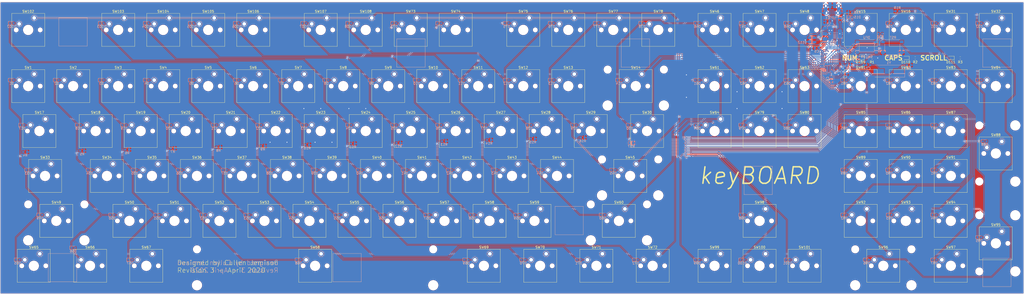
<source format=kicad_pcb>
(kicad_pcb (version 20171130) (host pcbnew "(5.1.2)-2")
  (layers (0 F.Cu signal) (31 B.Cu signal) (34 B.Paste user) (35 F.Paste user) (36 B.SilkS user) (37 F.SilkS user) (38 B.Mask user) (39 F.Mask user) (44 Edge.Cuts user))
  (net 0 "")
  (net 1 "Net-(D1-Pad2)")
  (net 2 /COL0)
  (net 3 "Net-(D2-Pad2)")
  (net 4 /COL1)
  (net 5 "Net-(D3-Pad2)")
  (net 6 /COL2)
  (net 7 "Net-(D4-Pad2)")
  (net 8 /COL3)
  (net 9 "Net-(D5-Pad2)")
  (net 10 /COL4)
  (net 11 "Net-(D6-Pad2)")
  (net 12 /COL5)
  (net 13 "Net-(D7-Pad2)")
  (net 14 /COL6)
  (net 15 "Net-(D8-Pad2)")
  (net 16 /COL7)
  (net 17 "Net-(D9-Pad2)")
  (net 18 /COL8)
  (net 19 "Net-(D10-Pad2)")
  (net 20 /COL9)
  (net 21 "Net-(D11-Pad2)")
  (net 22 /COL10)
  (net 23 "Net-(D12-Pad2)")
  (net 24 /COL11)
  (net 25 "Net-(D13-Pad2)")
  (net 26 /COL12)
  (net 27 "Net-(D14-Pad2)")
  (net 28 /COL13)
  (net 29 "Net-(D15-Pad2)")
  (net 30 /COL14)
  (net 31 "Net-(D16-Pad2)")
  (net 32 /COL15)
  (net 33 "Net-(D17-Pad2)")
  (net 34 "Net-(D18-Pad2)")
  (net 35 "Net-(D19-Pad2)")
  (net 36 "Net-(D20-Pad2)")
  (net 37 "Net-(D21-Pad2)")
  (net 38 "Net-(D22-Pad2)")
  (net 39 "Net-(D23-Pad2)")
  (net 40 "Net-(D24-Pad2)")
  (net 41 "Net-(D25-Pad2)")
  (net 42 "Net-(D26-Pad2)")
  (net 43 "Net-(D27-Pad2)")
  (net 44 "Net-(D28-Pad2)")
  (net 45 "Net-(D29-Pad2)")
  (net 46 "Net-(D30-Pad2)")
  (net 47 "Net-(D31-Pad2)")
  (net 48 "Net-(D32-Pad2)")
  (net 49 "Net-(D33-Pad2)")
  (net 50 "Net-(D34-Pad2)")
  (net 51 "Net-(D35-Pad2)")
  (net 52 "Net-(D36-Pad2)")
  (net 53 "Net-(D37-Pad2)")
  (net 54 "Net-(D38-Pad2)")
  (net 55 "Net-(D39-Pad2)")
  (net 56 "Net-(D40-Pad2)")
  (net 57 "Net-(D41-Pad2)")
  (net 58 "Net-(D42-Pad2)")
  (net 59 "Net-(D43-Pad2)")
  (net 60 "Net-(D44-Pad2)")
  (net 61 "Net-(D45-Pad2)")
  (net 62 "Net-(D46-Pad2)")
  (net 63 "Net-(D47-Pad2)")
  (net 64 "Net-(D48-Pad2)")
  (net 65 "Net-(D49-Pad2)")
  (net 66 "Net-(D50-Pad2)")
  (net 67 "Net-(D51-Pad2)")
  (net 68 "Net-(D52-Pad2)")
  (net 69 "Net-(D53-Pad2)")
  (net 70 "Net-(D54-Pad2)")
  (net 71 "Net-(D55-Pad2)")
  (net 72 "Net-(D56-Pad2)")
  (net 73 "Net-(D57-Pad2)")
  (net 74 "Net-(D58-Pad2)")
  (net 75 "Net-(D59-Pad2)")
  (net 76 "Net-(D60-Pad2)")
  (net 77 "Net-(D61-Pad2)")
  (net 78 "Net-(D62-Pad2)")
  (net 79 "Net-(D63-Pad2)")
  (net 80 "Net-(D64-Pad2)")
  (net 81 "Net-(D65-Pad2)")
  (net 82 "Net-(D66-Pad2)")
  (net 83 "Net-(D67-Pad2)")
  (net 84 "Net-(D68-Pad2)")
  (net 85 "Net-(D69-Pad2)")
  (net 86 "Net-(D70-Pad2)")
  (net 87 "Net-(D71-Pad2)")
  (net 88 "Net-(D72-Pad2)")
  (net 89 "Net-(D73-Pad2)")
  (net 90 "Net-(D74-Pad2)")
  (net 91 "Net-(D75-Pad2)")
  (net 92 "Net-(D76-Pad2)")
  (net 93 "Net-(D77-Pad2)")
  (net 94 "Net-(D78-Pad2)")
  (net 95 "Net-(D79-Pad2)")
  (net 96 "Net-(D80-Pad2)")
  (net 97 "Net-(D81-Pad2)")
  (net 98 "Net-(D82-Pad2)")
  (net 99 "Net-(D83-Pad2)")
  (net 100 "Net-(D84-Pad2)")
  (net 101 "Net-(D85-Pad2)")
  (net 102 "Net-(D86-Pad2)")
  (net 103 "Net-(D87-Pad2)")
  (net 104 "Net-(D88-Pad2)")
  (net 105 "Net-(D89-Pad2)")
  (net 106 "Net-(D90-Pad2)")
  (net 107 "Net-(D91-Pad2)")
  (net 108 "Net-(D92-Pad2)")
  (net 109 "Net-(D93-Pad2)")
  (net 110 "Net-(D94-Pad2)")
  (net 111 "Net-(D95-Pad2)")
  (net 112 "Net-(D96-Pad2)")
  (net 113 "Net-(D97-Pad2)")
  (net 114 "Net-(D98-Pad2)")
  (net 115 "Net-(D99-Pad2)")
  (net 116 "Net-(D100-Pad2)")
  (net 117 "Net-(D101-Pad2)")
  (net 118 "Net-(D102-Pad2)")
  (net 119 "Net-(D103-Pad2)")
  (net 120 "Net-(D104-Pad2)")
  (net 121 /ROW0)
  (net 122 /ROW1)
  (net 123 /ROW2)
  (net 124 /ROW3)
  (net 125 /ROW4)
  (net 126 "Net-(D105-Pad2)")
  (net 127 "Net-(D106-Pad2)")
  (net 128 "Net-(D107-Pad2)")
  (net 129 "Net-(D108-Pad2)")
  (net 130 /ROW5)
  (net 131 /ROW6)
  (net 132 GND)
  (net 133 VBUS)
  (net 134 +3V3)
  (net 135 "Net-(D109-Pad2)")
  (net 136 "Net-(D109-Pad1)")
  (net 137 "Net-(D110-Pad2)")
  (net 138 "Net-(D110-Pad1)")
  (net 139 "Net-(D111-Pad2)")
  (net 140 "Net-(D111-Pad1)")
  (net 141 "Net-(J1-Pad4)")
  (net 142 /USB_D+)
  (net 143 /USB_D-)
  (net 144 "Net-(U2-Pad38)")
  (net 145 "Net-(U2-Pad37)")
  (net 146 "Net-(U2-Pad34)")
  (net 147 "Net-(U2-Pad31)")
  (net 148 "Net-(U2-Pad4)")
  (net 149 "Net-(U2-Pad3)")
  (net 150 "Net-(U2-Pad2)")
  (net 151 "Net-(C7-Pad2)")
  (net 152 "Net-(C8-Pad1)")
  (net 153 "Net-(R20-Pad2)")
  (net 154 "Net-(R21-Pad1)")
  (module Package_TO_SOT_SMD:SOT-143 (layer B.Cu) (at 331.724 -19.558)
    (fp_text reference D112 (at -4.064 1.016) (layer B.SilkS) (effects (justify mirror)))
    (fp_text value SP0503BAHT)
    (pad 4 smd rect (at 1.1 0.95 90) (size 1 1.4) (layers B.Cu B.Paste B.Mask) (net 143 /USB_D-))
    (pad 3 smd rect (at 1.1 -0.95 90) (size 1 1.4) (layers B.Cu B.Paste B.Mask) (net 142 /USB_D+))
    (pad 2 smd rect (at -1.1 -0.95 90) (size 1 1.4) (layers B.Cu B.Paste B.Mask) (net 133 VBUS))
    (pad 1 smd rect (at -1.1 0.77 90) (size 1.2 1.4) (layers B.Cu B.Paste B.Mask) (net 132 GND))
  )
  (module Crystal:Crystal_SMD_HC49-SD (layer B.Cu) (at 364.295 -6.35 180)
    (fp_text reference Y1 (at 0 3.55) (layer B.SilkS) (effects (justify mirror)))
    (fp_text value 8MHz)
    (pad 2 smd rect (at 4.25 0 180) (size 4.5 2) (layers B.Cu B.Paste B.Mask) (net 151 "Net-(C7-Pad2)"))
    (pad 1 smd rect (at -4.25 0 180) (size 4.5 2) (layers B.Cu B.Paste B.Mask) (net 152 "Net-(C8-Pad1)"))
  )
  (module Button_Switch_SMD:SW_SPST_PTS645 (layer B.Cu) (at 365.76 -16.51 180)
    (fp_text reference SW110 (at 0 -4.064) (layer B.SilkS) (effects (justify mirror)))
    (fp_text value SW_Push)
    (pad 2 smd rect (at 3.98 -2.25 180) (size 1.55 1.3) (layers B.Cu B.Paste B.Mask) (net 132 GND))
    (pad 1 smd rect (at 3.98 2.25 180) (size 1.55 1.3) (layers B.Cu B.Paste B.Mask) (net 153 "Net-(R20-Pad2)"))
    (pad 1 smd rect (at -3.98 2.25 180) (size 1.55 1.3) (layers B.Cu B.Paste B.Mask) (net 153 "Net-(R20-Pad2)"))
    (pad 2 smd rect (at -3.98 -2.25 180) (size 1.55 1.3) (layers B.Cu B.Paste B.Mask) (net 132 GND))
  )
  (module Button_Switch_SMD:SW_SPST_PTS645 (layer B.Cu) (at 354.965 -16.51)
    (fp_text reference SW109 (at 0 4.05) (layer B.SilkS) (effects (justify mirror)))
    (fp_text value SW_SPST)
    (pad 2 smd rect (at 3.98 -2.25) (size 1.55 1.3) (layers B.Cu B.Paste B.Mask) (net 134 +3V3))
    (pad 1 smd rect (at 3.98 2.25) (size 1.55 1.3) (layers B.Cu B.Paste B.Mask) (net 154 "Net-(R21-Pad1)"))
    (pad 1 smd rect (at -3.98 2.25) (size 1.55 1.3) (layers B.Cu B.Paste B.Mask) (net 154 "Net-(R21-Pad1)"))
    (pad 2 smd rect (at -3.98 -2.25) (size 1.55 1.3) (layers B.Cu B.Paste B.Mask) (net 134 +3V3))
  )
  (module Resistor_SMD:R_0603_1608Metric (layer B.Cu) (at 351.155 -11.43 270)
    (fp_text reference R21 (at 0 1.43 90) (layer B.SilkS) (effects (justify mirror)))
    (fp_text value 10k)
    (pad 2 smd roundrect (at 0.7875 0 270) (size 0.875 0.95) (layers B.Cu B.Paste B.Mask) (net 132 GND))
    (pad 1 smd roundrect (at -0.7875 0 270) (size 0.875 0.95) (layers B.Cu B.Paste B.Mask) (net 154 "Net-(R21-Pad1)"))
  )
  (module Resistor_SMD:R_0603_1608Metric (layer B.Cu) (at 360.68 -22.225)
    (fp_text reference R20 (at 0 1.43) (layer B.SilkS) (effects (justify mirror)))
    (fp_text value 10k)
    (pad 2 smd roundrect (at 0.7875 0) (size 0.875 0.95) (layers B.Cu B.Paste B.Mask) (net 153 "Net-(R20-Pad2)"))
    (pad 1 smd roundrect (at -0.7875 0) (size 0.875 0.95) (layers B.Cu B.Paste B.Mask) (net 134 +3V3))
  )
  (module Capacitor_SMD:C_0603_1608Metric (layer B.Cu) (at 372.745 -8.89)
    (fp_text reference C8 (at 0 1.43) (layer B.SilkS) (effects (justify mirror)))
    (fp_text value 22p)
    (pad 2 smd roundrect (at 0.7875 0) (size 0.875 0.95) (layers B.Cu B.Paste B.Mask) (net 132 GND))
    (pad 1 smd roundrect (at -0.7875 0) (size 0.875 0.95) (layers B.Cu B.Paste B.Mask) (net 152 "Net-(C8-Pad1)"))
  )
  (module Capacitor_SMD:C_0603_1608Metric (layer B.Cu) (at 355.6 -8.89)
    (fp_text reference C7 (at 0 1.43) (layer B.SilkS) (effects (justify mirror)))
    (fp_text value 22p)
    (pad 2 smd roundrect (at 0.7875 0) (size 0.875 0.95) (layers B.Cu B.Paste B.Mask) (net 151 "Net-(C7-Pad2)"))
    (pad 1 smd roundrect (at -0.7875 0) (size 0.875 0.95) (layers B.Cu B.Paste B.Mask) (net 132 GND))
  )
  (module Button_Switch_Keyboard:SW_Cherry_MX_1.00u_PCB (layer F.Cu) (at 331.1525 -5.08)
    (fp_text reference SW63 (at -2.54 -2.794) (layer F.SilkS))
    (fp_text value SW_Push)
    (pad "" np_thru_hole circle (at 2.54 5.08) (size 1.7 1.7) (drill 1.7) (layers *.Cu *.Mask))
    (pad "" np_thru_hole circle (at -7.62 5.08) (size 1.7 1.7) (drill 1.7) (layers *.Cu *.Mask))
    (pad "" np_thru_hole circle (at -2.54 5.08) (size 4 4) (drill 4) (layers *.Cu *.Mask))
    (pad 2 thru_hole circle (at -6.35 2.54) (size 2.2 2.2) (drill 1.5) (layers *.Cu *.Mask) (net 79 "Net-(D63-Pad2)"))
    (pad 1 thru_hole circle (at 0 0) (size 2.2 2.2) (drill 1.5) (layers *.Cu *.Mask) (net 124 /ROW3))
  )
  (module Button_Switch_Keyboard:SW_Cherry_MX_1.00u_PCB (layer F.Cu) (at 393.065 13.97)
    (fp_text reference SW87 (at -2.54 -2.794) (layer F.SilkS))
    (fp_text value SW_Push)
    (pad "" np_thru_hole circle (at 2.54 5.08) (size 1.7 1.7) (drill 1.7) (layers *.Cu *.Mask))
    (pad "" np_thru_hole circle (at -7.62 5.08) (size 1.7 1.7) (drill 1.7) (layers *.Cu *.Mask))
    (pad "" np_thru_hole circle (at -2.54 5.08) (size 4 4) (drill 4) (layers *.Cu *.Mask))
    (pad 2 thru_hole circle (at -6.35 2.54) (size 2.2 2.2) (drill 1.5) (layers *.Cu *.Mask) (net 103 "Net-(D87-Pad2)"))
    (pad 1 thru_hole circle (at 0 0) (size 2.2 2.2) (drill 1.5) (layers *.Cu *.Mask) (net 130 /ROW5))
  )
  (module Button_Switch_Keyboard:SW_Cherry_MX_1.00u_PCB (layer F.Cu) (at 412.115 -28.8925)
    (fp_text reference SW32 (at -2.54 -2.794) (layer F.SilkS))
    (fp_text value SW_Push)
    (pad "" np_thru_hole circle (at 2.54 5.08) (size 1.7 1.7) (drill 1.7) (layers *.Cu *.Mask))
    (pad "" np_thru_hole circle (at -7.62 5.08) (size 1.7 1.7) (drill 1.7) (layers *.Cu *.Mask))
    (pad "" np_thru_hole circle (at -2.54 5.08) (size 4 4) (drill 4) (layers *.Cu *.Mask))
    (pad 2 thru_hole circle (at -6.35 2.54) (size 2.2 2.2) (drill 1.5) (layers *.Cu *.Mask) (net 48 "Net-(D32-Pad2)"))
    (pad 1 thru_hole circle (at 0 0) (size 2.2 2.2) (drill 1.5) (layers *.Cu *.Mask) (net 122 /ROW1))
  )
  (module Button_Switch_Keyboard:SW_Cherry_MX_1.00u_PCB (layer F.Cu) (at 393.065 -28.8925)
    (fp_text reference SW31 (at -2.54 -2.794) (layer F.SilkS))
    (fp_text value SW_Push)
    (pad "" np_thru_hole circle (at 2.54 5.08) (size 1.7 1.7) (drill 1.7) (layers *.Cu *.Mask))
    (pad "" np_thru_hole circle (at -7.62 5.08) (size 1.7 1.7) (drill 1.7) (layers *.Cu *.Mask))
    (pad "" np_thru_hole circle (at -2.54 5.08) (size 4 4) (drill 4) (layers *.Cu *.Mask))
    (pad 2 thru_hole circle (at -6.35 2.54) (size 2.2 2.2) (drill 1.5) (layers *.Cu *.Mask) (net 47 "Net-(D31-Pad2)"))
    (pad 1 thru_hole circle (at 0 0) (size 2.2 2.2) (drill 1.5) (layers *.Cu *.Mask) (net 122 /ROW1))
  )
  (module Button_Switch_Keyboard:SW_Cherry_MX_1.00u_PCB (layer F.Cu) (at 374.015 -28.8925)
    (fp_text reference SW16 (at -2.54 -2.794) (layer F.SilkS))
    (fp_text value SW_Push)
    (pad "" np_thru_hole circle (at 2.54 5.08) (size 1.7 1.7) (drill 1.7) (layers *.Cu *.Mask))
    (pad "" np_thru_hole circle (at -7.62 5.08) (size 1.7 1.7) (drill 1.7) (layers *.Cu *.Mask))
    (pad "" np_thru_hole circle (at -2.54 5.08) (size 4 4) (drill 4) (layers *.Cu *.Mask))
    (pad 2 thru_hole circle (at -6.35 2.54) (size 2.2 2.2) (drill 1.5) (layers *.Cu *.Mask) (net 31 "Net-(D16-Pad2)"))
    (pad 1 thru_hole circle (at 0 0) (size 2.2 2.2) (drill 1.5) (layers *.Cu *.Mask) (net 121 /ROW0))
  )
  (module Button_Switch_Keyboard:SW_Cherry_MX_1.00u_PCB (layer F.Cu) (at 354.965 -28.8925)
    (fp_text reference SW15 (at -2.54 -2.794) (layer F.SilkS))
    (fp_text value SW_Push)
    (pad "" np_thru_hole circle (at 2.54 5.08) (size 1.7 1.7) (drill 1.7) (layers *.Cu *.Mask))
    (pad "" np_thru_hole circle (at -7.62 5.08) (size 1.7 1.7) (drill 1.7) (layers *.Cu *.Mask))
    (pad "" np_thru_hole circle (at -2.54 5.08) (size 4 4) (drill 4) (layers *.Cu *.Mask))
    (pad 2 thru_hole circle (at -6.35 2.54) (size 2.2 2.2) (drill 1.5) (layers *.Cu *.Mask) (net 29 "Net-(D15-Pad2)"))
    (pad 1 thru_hole circle (at 0 0) (size 2.2 2.2) (drill 1.5) (layers *.Cu *.Mask) (net 121 /ROW0))
  )
  (module Button_Switch_Keyboard:SW_Cherry_MX_1.00u_PCB (layer F.Cu) (at 331.1525 13.97)
    (fp_text reference SW80 (at -2.54 -2.794) (layer F.SilkS))
    (fp_text value SW_Push)
    (pad "" np_thru_hole circle (at 2.54 5.08) (size 1.7 1.7) (drill 1.7) (layers *.Cu *.Mask))
    (pad "" np_thru_hole circle (at -7.62 5.08) (size 1.7 1.7) (drill 1.7) (layers *.Cu *.Mask))
    (pad "" np_thru_hole circle (at -2.54 5.08) (size 4 4) (drill 4) (layers *.Cu *.Mask))
    (pad 2 thru_hole circle (at -6.35 2.54) (size 2.2 2.2) (drill 1.5) (layers *.Cu *.Mask) (net 96 "Net-(D80-Pad2)"))
    (pad 1 thru_hole circle (at 0 0) (size 2.2 2.2) (drill 1.5) (layers *.Cu *.Mask) (net 125 /ROW4))
  )
  (module Button_Switch_Keyboard:SW_Cherry_MX_1.00u_PCB (layer F.Cu) (at 312.1025 13.97)
    (fp_text reference SW79 (at -2.54 -2.794) (layer F.SilkS))
    (fp_text value SW_Push)
    (pad "" np_thru_hole circle (at 2.54 5.08) (size 1.7 1.7) (drill 1.7) (layers *.Cu *.Mask))
    (pad "" np_thru_hole circle (at -7.62 5.08) (size 1.7 1.7) (drill 1.7) (layers *.Cu *.Mask))
    (pad "" np_thru_hole circle (at -2.54 5.08) (size 4 4) (drill 4) (layers *.Cu *.Mask))
    (pad 2 thru_hole circle (at -6.35 2.54) (size 2.2 2.2) (drill 1.5) (layers *.Cu *.Mask) (net 95 "Net-(D79-Pad2)"))
    (pad 1 thru_hole circle (at 0 0) (size 2.2 2.2) (drill 1.5) (layers *.Cu *.Mask) (net 125 /ROW4))
  )
  (module Button_Switch_Keyboard:SW_Cherry_MX_1.00u_PCB (layer F.Cu) (at 293.0525 13.97)
    (fp_text reference SW64 (at -2.54 -2.794) (layer F.SilkS))
    (fp_text value SW_Push)
    (pad "" np_thru_hole circle (at 2.54 5.08) (size 1.7 1.7) (drill 1.7) (layers *.Cu *.Mask))
    (pad "" np_thru_hole circle (at -7.62 5.08) (size 1.7 1.7) (drill 1.7) (layers *.Cu *.Mask))
    (pad "" np_thru_hole circle (at -2.54 5.08) (size 4 4) (drill 4) (layers *.Cu *.Mask))
    (pad 2 thru_hole circle (at -6.35 2.54) (size 2.2 2.2) (drill 1.5) (layers *.Cu *.Mask) (net 80 "Net-(D64-Pad2)"))
    (pad 1 thru_hole circle (at 0 0) (size 2.2 2.2) (drill 1.5) (layers *.Cu *.Mask) (net 124 /ROW3))
  )
  (module Button_Switch_Keyboard:SW_Cherry_MX_1.00u_PCB (layer F.Cu) (at 312.1025 -5.08)
    (fp_text reference SW62 (at -2.54 -2.794) (layer F.SilkS))
    (fp_text value SW_Push)
    (pad "" np_thru_hole circle (at 2.54 5.08) (size 1.7 1.7) (drill 1.7) (layers *.Cu *.Mask))
    (pad "" np_thru_hole circle (at -7.62 5.08) (size 1.7 1.7) (drill 1.7) (layers *.Cu *.Mask))
    (pad "" np_thru_hole circle (at -2.54 5.08) (size 4 4) (drill 4) (layers *.Cu *.Mask))
    (pad 2 thru_hole circle (at -6.35 2.54) (size 2.2 2.2) (drill 1.5) (layers *.Cu *.Mask) (net 78 "Net-(D62-Pad2)"))
    (pad 1 thru_hole circle (at 0 0) (size 2.2 2.2) (drill 1.5) (layers *.Cu *.Mask) (net 124 /ROW3))
  )
  (module Button_Switch_Keyboard:SW_Cherry_MX_1.00u_PCB (layer F.Cu) (at 293.0525 -5.08)
    (fp_text reference SW61 (at -2.54 -2.794) (layer F.SilkS))
    (fp_text value SW_Push)
    (pad "" np_thru_hole circle (at 2.54 5.08) (size 1.7 1.7) (drill 1.7) (layers *.Cu *.Mask))
    (pad "" np_thru_hole circle (at -7.62 5.08) (size 1.7 1.7) (drill 1.7) (layers *.Cu *.Mask))
    (pad "" np_thru_hole circle (at -2.54 5.08) (size 4 4) (drill 4) (layers *.Cu *.Mask))
    (pad 2 thru_hole circle (at -6.35 2.54) (size 2.2 2.2) (drill 1.5) (layers *.Cu *.Mask) (net 77 "Net-(D61-Pad2)"))
    (pad 1 thru_hole circle (at 0 0) (size 2.2 2.2) (drill 1.5) (layers *.Cu *.Mask) (net 124 /ROW3))
  )
  (module Button_Switch_Keyboard:SW_Cherry_MX_1.00u_PCB (layer F.Cu) (at 331.1525 -28.8925)
    (fp_text reference SW48 (at -2.54 -2.794) (layer F.SilkS))
    (fp_text value SW_Push)
    (pad "" np_thru_hole circle (at 2.54 5.08) (size 1.7 1.7) (drill 1.7) (layers *.Cu *.Mask))
    (pad "" np_thru_hole circle (at -7.62 5.08) (size 1.7 1.7) (drill 1.7) (layers *.Cu *.Mask))
    (pad "" np_thru_hole circle (at -2.54 5.08) (size 4 4) (drill 4) (layers *.Cu *.Mask))
    (pad 2 thru_hole circle (at -6.35 2.54) (size 2.2 2.2) (drill 1.5) (layers *.Cu *.Mask) (net 64 "Net-(D48-Pad2)"))
    (pad 1 thru_hole circle (at 0 0) (size 2.2 2.2) (drill 1.5) (layers *.Cu *.Mask) (net 123 /ROW2))
  )
  (module Button_Switch_Keyboard:SW_Cherry_MX_1.00u_PCB (layer F.Cu) (at 312.1025 -28.8925)
    (fp_text reference SW47 (at -2.54 -2.794) (layer F.SilkS))
    (fp_text value SW_Push)
    (pad "" np_thru_hole circle (at 2.54 5.08) (size 1.7 1.7) (drill 1.7) (layers *.Cu *.Mask))
    (pad "" np_thru_hole circle (at -7.62 5.08) (size 1.7 1.7) (drill 1.7) (layers *.Cu *.Mask))
    (pad "" np_thru_hole circle (at -2.54 5.08) (size 4 4) (drill 4) (layers *.Cu *.Mask))
    (pad 2 thru_hole circle (at -6.35 2.54) (size 2.2 2.2) (drill 1.5) (layers *.Cu *.Mask) (net 63 "Net-(D47-Pad2)"))
    (pad 1 thru_hole circle (at 0 0) (size 2.2 2.2) (drill 1.5) (layers *.Cu *.Mask) (net 123 /ROW2))
  )
  (module Button_Switch_Keyboard:SW_Cherry_MX_1.00u_PCB (layer F.Cu) (at 293.0525 -28.8925)
    (fp_text reference SW46 (at -2.54 -2.794) (layer F.SilkS))
    (fp_text value SW_Push)
    (pad "" np_thru_hole circle (at 2.54 5.08) (size 1.7 1.7) (drill 1.7) (layers *.Cu *.Mask))
    (pad "" np_thru_hole circle (at -7.62 5.08) (size 1.7 1.7) (drill 1.7) (layers *.Cu *.Mask))
    (pad "" np_thru_hole circle (at -2.54 5.08) (size 4 4) (drill 4) (layers *.Cu *.Mask))
    (pad 2 thru_hole circle (at -6.35 2.54) (size 2.2 2.2) (drill 1.5) (layers *.Cu *.Mask) (net 62 "Net-(D46-Pad2)"))
    (pad 1 thru_hole circle (at 0 0) (size 2.2 2.2) (drill 1.5) (layers *.Cu *.Mask) (net 123 /ROW2))
  )
  (module Button_Switch_Keyboard:SW_Cherry_MX_1.00u_PCB (layer F.Cu) (at 269.24 -28.8925)
    (fp_text reference SW78 (at -2.54 -2.794) (layer F.SilkS))
    (fp_text value SW_Push)
    (pad "" np_thru_hole circle (at 2.54 5.08) (size 1.7 1.7) (drill 1.7) (layers *.Cu *.Mask))
    (pad "" np_thru_hole circle (at -7.62 5.08) (size 1.7 1.7) (drill 1.7) (layers *.Cu *.Mask))
    (pad "" np_thru_hole circle (at -2.54 5.08) (size 4 4) (drill 4) (layers *.Cu *.Mask))
    (pad 2 thru_hole circle (at -6.35 2.54) (size 2.2 2.2) (drill 1.5) (layers *.Cu *.Mask) (net 94 "Net-(D78-Pad2)"))
    (pad 1 thru_hole circle (at 0 0) (size 2.2 2.2) (drill 1.5) (layers *.Cu *.Mask) (net 125 /ROW4))
  )
  (module Button_Switch_Keyboard:SW_Cherry_MX_1.00u_PCB (layer F.Cu) (at 250.19 -28.8925)
    (fp_text reference SW77 (at -2.54 -2.794) (layer F.SilkS))
    (fp_text value SW_Push)
    (pad "" np_thru_hole circle (at 2.54 5.08) (size 1.7 1.7) (drill 1.7) (layers *.Cu *.Mask))
    (pad "" np_thru_hole circle (at -7.62 5.08) (size 1.7 1.7) (drill 1.7) (layers *.Cu *.Mask))
    (pad "" np_thru_hole circle (at -2.54 5.08) (size 4 4) (drill 4) (layers *.Cu *.Mask))
    (pad 2 thru_hole circle (at -6.35 2.54) (size 2.2 2.2) (drill 1.5) (layers *.Cu *.Mask) (net 93 "Net-(D77-Pad2)"))
    (pad 1 thru_hole circle (at 0 0) (size 2.2 2.2) (drill 1.5) (layers *.Cu *.Mask) (net 125 /ROW4))
  )
  (module Button_Switch_Keyboard:SW_Cherry_MX_1.00u_PCB (layer F.Cu) (at 231.14 -28.8925)
    (fp_text reference SW76 (at -2.54 -2.794) (layer F.SilkS))
    (fp_text value SW_Push)
    (pad "" np_thru_hole circle (at 2.54 5.08) (size 1.7 1.7) (drill 1.7) (layers *.Cu *.Mask))
    (pad "" np_thru_hole circle (at -7.62 5.08) (size 1.7 1.7) (drill 1.7) (layers *.Cu *.Mask))
    (pad "" np_thru_hole circle (at -2.54 5.08) (size 4 4) (drill 4) (layers *.Cu *.Mask))
    (pad 2 thru_hole circle (at -6.35 2.54) (size 2.2 2.2) (drill 1.5) (layers *.Cu *.Mask) (net 92 "Net-(D76-Pad2)"))
    (pad 1 thru_hole circle (at 0 0) (size 2.2 2.2) (drill 1.5) (layers *.Cu *.Mask) (net 125 /ROW4))
  )
  (module Button_Switch_Keyboard:SW_Cherry_MX_1.00u_PCB (layer F.Cu) (at 212.09 -28.8925)
    (fp_text reference SW75 (at -2.54 -2.794) (layer F.SilkS))
    (fp_text value SW_Push)
    (pad "" np_thru_hole circle (at 2.54 5.08) (size 1.7 1.7) (drill 1.7) (layers *.Cu *.Mask))
    (pad "" np_thru_hole circle (at -7.62 5.08) (size 1.7 1.7) (drill 1.7) (layers *.Cu *.Mask))
    (pad "" np_thru_hole circle (at -2.54 5.08) (size 4 4) (drill 4) (layers *.Cu *.Mask))
    (pad 2 thru_hole circle (at -6.35 2.54) (size 2.2 2.2) (drill 1.5) (layers *.Cu *.Mask) (net 91 "Net-(D75-Pad2)"))
    (pad 1 thru_hole circle (at 0 0) (size 2.2 2.2) (drill 1.5) (layers *.Cu *.Mask) (net 125 /ROW4))
  )
  (module Button_Switch_Keyboard:SW_Cherry_MX_1.00u_PCB (layer F.Cu) (at 183.515 -28.8925)
    (fp_text reference SW74 (at -2.54 -2.794) (layer F.SilkS))
    (fp_text value SW_Push)
    (pad "" np_thru_hole circle (at 2.54 5.08) (size 1.7 1.7) (drill 1.7) (layers *.Cu *.Mask))
    (pad "" np_thru_hole circle (at -7.62 5.08) (size 1.7 1.7) (drill 1.7) (layers *.Cu *.Mask))
    (pad "" np_thru_hole circle (at -2.54 5.08) (size 4 4) (drill 4) (layers *.Cu *.Mask))
    (pad 2 thru_hole circle (at -6.35 2.54) (size 2.2 2.2) (drill 1.5) (layers *.Cu *.Mask) (net 90 "Net-(D74-Pad2)"))
    (pad 1 thru_hole circle (at 0 0) (size 2.2 2.2) (drill 1.5) (layers *.Cu *.Mask) (net 125 /ROW4))
  )
  (module Button_Switch_Keyboard:SW_Cherry_MX_1.00u_PCB (layer F.Cu) (at 164.465 -28.8925)
    (fp_text reference SW73 (at -2.54 -2.794) (layer F.SilkS))
    (fp_text value SW_Push)
    (pad "" np_thru_hole circle (at 2.54 5.08) (size 1.7 1.7) (drill 1.7) (layers *.Cu *.Mask))
    (pad "" np_thru_hole circle (at -7.62 5.08) (size 1.7 1.7) (drill 1.7) (layers *.Cu *.Mask))
    (pad "" np_thru_hole circle (at -2.54 5.08) (size 4 4) (drill 4) (layers *.Cu *.Mask))
    (pad 2 thru_hole circle (at -6.35 2.54) (size 2.2 2.2) (drill 1.5) (layers *.Cu *.Mask) (net 89 "Net-(D73-Pad2)"))
    (pad 1 thru_hole circle (at 0 0) (size 2.2 2.2) (drill 1.5) (layers *.Cu *.Mask) (net 125 /ROW4))
  )
  (module Button_Switch_Keyboard:SW_Cherry_MX_1.00u_PCB (layer F.Cu) (at 145.415 -28.8925)
    (fp_text reference SW108 (at -2.54 -2.794) (layer F.SilkS))
    (fp_text value SW_Push)
    (pad "" np_thru_hole circle (at 2.54 5.08) (size 1.7 1.7) (drill 1.7) (layers *.Cu *.Mask))
    (pad "" np_thru_hole circle (at -7.62 5.08) (size 1.7 1.7) (drill 1.7) (layers *.Cu *.Mask))
    (pad "" np_thru_hole circle (at -2.54 5.08) (size 4 4) (drill 4) (layers *.Cu *.Mask))
    (pad 2 thru_hole circle (at -6.35 2.54) (size 2.2 2.2) (drill 1.5) (layers *.Cu *.Mask) (net 129 "Net-(D108-Pad2)"))
    (pad 1 thru_hole circle (at 0 0) (size 2.2 2.2) (drill 1.5) (layers *.Cu *.Mask) (net 131 /ROW6))
  )
  (module Button_Switch_Keyboard:SW_Cherry_MX_1.00u_PCB (layer F.Cu) (at 126.365 -28.8925)
    (fp_text reference SW107 (at -2.54 -2.794) (layer F.SilkS))
    (fp_text value SW_Push)
    (pad "" np_thru_hole circle (at 2.54 5.08) (size 1.7 1.7) (drill 1.7) (layers *.Cu *.Mask))
    (pad "" np_thru_hole circle (at -7.62 5.08) (size 1.7 1.7) (drill 1.7) (layers *.Cu *.Mask))
    (pad "" np_thru_hole circle (at -2.54 5.08) (size 4 4) (drill 4) (layers *.Cu *.Mask))
    (pad 2 thru_hole circle (at -6.35 2.54) (size 2.2 2.2) (drill 1.5) (layers *.Cu *.Mask) (net 128 "Net-(D107-Pad2)"))
    (pad 1 thru_hole circle (at 0 0) (size 2.2 2.2) (drill 1.5) (layers *.Cu *.Mask) (net 131 /ROW6))
  )
  (module Button_Switch_Keyboard:SW_Cherry_MX_1.00u_PCB (layer F.Cu) (at 97.79 -28.8925)
    (fp_text reference SW106 (at -2.54 -2.794) (layer F.SilkS))
    (fp_text value SW_Push)
    (pad "" np_thru_hole circle (at 2.54 5.08) (size 1.7 1.7) (drill 1.7) (layers *.Cu *.Mask))
    (pad "" np_thru_hole circle (at -7.62 5.08) (size 1.7 1.7) (drill 1.7) (layers *.Cu *.Mask))
    (pad "" np_thru_hole circle (at -2.54 5.08) (size 4 4) (drill 4) (layers *.Cu *.Mask))
    (pad 2 thru_hole circle (at -6.35 2.54) (size 2.2 2.2) (drill 1.5) (layers *.Cu *.Mask) (net 127 "Net-(D106-Pad2)"))
    (pad 1 thru_hole circle (at 0 0) (size 2.2 2.2) (drill 1.5) (layers *.Cu *.Mask) (net 131 /ROW6))
  )
  (module Button_Switch_Keyboard:SW_Cherry_MX_1.00u_PCB (layer F.Cu) (at 78.74 -28.8925)
    (fp_text reference SW105 (at -2.54 -2.794) (layer F.SilkS))
    (fp_text value SW_Push)
    (pad "" np_thru_hole circle (at 2.54 5.08) (size 1.7 1.7) (drill 1.7) (layers *.Cu *.Mask))
    (pad "" np_thru_hole circle (at -7.62 5.08) (size 1.7 1.7) (drill 1.7) (layers *.Cu *.Mask))
    (pad "" np_thru_hole circle (at -2.54 5.08) (size 4 4) (drill 4) (layers *.Cu *.Mask))
    (pad 2 thru_hole circle (at -6.35 2.54) (size 2.2 2.2) (drill 1.5) (layers *.Cu *.Mask) (net 126 "Net-(D105-Pad2)"))
    (pad 1 thru_hole circle (at 0 0) (size 2.2 2.2) (drill 1.5) (layers *.Cu *.Mask) (net 131 /ROW6))
  )
  (module Button_Switch_Keyboard:SW_Cherry_MX_1.00u_PCB (layer F.Cu) (at 59.69 -28.8925)
    (fp_text reference SW104 (at -2.54 -2.794) (layer F.SilkS))
    (fp_text value SW_Push)
    (pad "" np_thru_hole circle (at 2.54 5.08) (size 1.7 1.7) (drill 1.7) (layers *.Cu *.Mask))
    (pad "" np_thru_hole circle (at -7.62 5.08) (size 1.7 1.7) (drill 1.7) (layers *.Cu *.Mask))
    (pad "" np_thru_hole circle (at -2.54 5.08) (size 4 4) (drill 4) (layers *.Cu *.Mask))
    (pad 2 thru_hole circle (at -6.35 2.54) (size 2.2 2.2) (drill 1.5) (layers *.Cu *.Mask) (net 120 "Net-(D104-Pad2)"))
    (pad 1 thru_hole circle (at 0 0) (size 2.2 2.2) (drill 1.5) (layers *.Cu *.Mask) (net 131 /ROW6))
  )
  (module Button_Switch_Keyboard:SW_Cherry_MX_1.00u_PCB (layer F.Cu) (at 40.64 -28.8925)
    (fp_text reference SW103 (at -2.54 -2.794) (layer F.SilkS))
    (fp_text value SW_Push)
    (pad "" np_thru_hole circle (at 2.54 5.08) (size 1.7 1.7) (drill 1.7) (layers *.Cu *.Mask))
    (pad "" np_thru_hole circle (at -7.62 5.08) (size 1.7 1.7) (drill 1.7) (layers *.Cu *.Mask))
    (pad "" np_thru_hole circle (at -2.54 5.08) (size 4 4) (drill 4) (layers *.Cu *.Mask))
    (pad 2 thru_hole circle (at -6.35 2.54) (size 2.2 2.2) (drill 1.5) (layers *.Cu *.Mask) (net 119 "Net-(D103-Pad2)"))
    (pad 1 thru_hole circle (at 0 0) (size 2.2 2.2) (drill 1.5) (layers *.Cu *.Mask) (net 131 /ROW6))
  )
  (module Button_Switch_Keyboard:SW_Cherry_MX_1.00u_PCB (layer F.Cu) (at 2.54 -28.8925)
    (fp_text reference SW102 (at -2.54 -2.794) (layer F.SilkS))
    (fp_text value SW_Push)
    (pad "" np_thru_hole circle (at 2.54 5.08) (size 1.7 1.7) (drill 1.7) (layers *.Cu *.Mask))
    (pad "" np_thru_hole circle (at -7.62 5.08) (size 1.7 1.7) (drill 1.7) (layers *.Cu *.Mask))
    (pad "" np_thru_hole circle (at -2.54 5.08) (size 4 4) (drill 4) (layers *.Cu *.Mask))
    (pad 2 thru_hole circle (at -6.35 2.54) (size 2.2 2.2) (drill 1.5) (layers *.Cu *.Mask) (net 118 "Net-(D102-Pad2)"))
    (pad 1 thru_hole circle (at 0 0) (size 2.2 2.2) (drill 1.5) (layers *.Cu *.Mask) (net 131 /ROW6))
  )
  (module Button_Switch_Keyboard:SW_Cherry_MX_1.00u_PCB (layer F.Cu) (at 331.1525 71.12)
    (fp_text reference SW101 (at -2.54 -2.794) (layer F.SilkS))
    (fp_text value SW_Push)
    (pad "" np_thru_hole circle (at 2.54 5.08) (size 1.7 1.7) (drill 1.7) (layers *.Cu *.Mask))
    (pad "" np_thru_hole circle (at -7.62 5.08) (size 1.7 1.7) (drill 1.7) (layers *.Cu *.Mask))
    (pad "" np_thru_hole circle (at -2.54 5.08) (size 4 4) (drill 4) (layers *.Cu *.Mask))
    (pad 2 thru_hole circle (at -6.35 2.54) (size 2.2 2.2) (drill 1.5) (layers *.Cu *.Mask) (net 117 "Net-(D101-Pad2)"))
    (pad 1 thru_hole circle (at 0 0) (size 2.2 2.2) (drill 1.5) (layers *.Cu *.Mask) (net 131 /ROW6))
  )
  (module Button_Switch_Keyboard:SW_Cherry_MX_1.00u_PCB (layer F.Cu) (at 312.1025 71.12)
    (fp_text reference SW100 (at -2.54 -2.794) (layer F.SilkS))
    (fp_text value SW_Push)
    (pad "" np_thru_hole circle (at 2.54 5.08) (size 1.7 1.7) (drill 1.7) (layers *.Cu *.Mask))
    (pad "" np_thru_hole circle (at -7.62 5.08) (size 1.7 1.7) (drill 1.7) (layers *.Cu *.Mask))
    (pad "" np_thru_hole circle (at -2.54 5.08) (size 4 4) (drill 4) (layers *.Cu *.Mask))
    (pad 2 thru_hole circle (at -6.35 2.54) (size 2.2 2.2) (drill 1.5) (layers *.Cu *.Mask) (net 116 "Net-(D100-Pad2)"))
    (pad 1 thru_hole circle (at 0 0) (size 2.2 2.2) (drill 1.5) (layers *.Cu *.Mask) (net 131 /ROW6))
  )
  (module Button_Switch_Keyboard:SW_Cherry_MX_1.00u_PCB (layer F.Cu) (at 293.0525 71.12)
    (fp_text reference SW99 (at -2.54 -2.794) (layer F.SilkS))
    (fp_text value SW_Push)
    (pad "" np_thru_hole circle (at 2.54 5.08) (size 1.7 1.7) (drill 1.7) (layers *.Cu *.Mask))
    (pad "" np_thru_hole circle (at -7.62 5.08) (size 1.7 1.7) (drill 1.7) (layers *.Cu *.Mask))
    (pad "" np_thru_hole circle (at -2.54 5.08) (size 4 4) (drill 4) (layers *.Cu *.Mask))
    (pad 2 thru_hole circle (at -6.35 2.54) (size 2.2 2.2) (drill 1.5) (layers *.Cu *.Mask) (net 115 "Net-(D99-Pad2)"))
    (pad 1 thru_hole circle (at 0 0) (size 2.2 2.2) (drill 1.5) (layers *.Cu *.Mask) (net 131 /ROW6))
  )
  (module Button_Switch_Keyboard:SW_Cherry_MX_1.00u_PCB (layer F.Cu) (at 312.1025 52.07)
    (fp_text reference SW98 (at -2.54 -2.794) (layer F.SilkS))
    (fp_text value SW_Push)
    (pad "" np_thru_hole circle (at 2.54 5.08) (size 1.7 1.7) (drill 1.7) (layers *.Cu *.Mask))
    (pad "" np_thru_hole circle (at -7.62 5.08) (size 1.7 1.7) (drill 1.7) (layers *.Cu *.Mask))
    (pad "" np_thru_hole circle (at -2.54 5.08) (size 4 4) (drill 4) (layers *.Cu *.Mask))
    (pad 2 thru_hole circle (at -6.35 2.54) (size 2.2 2.2) (drill 1.5) (layers *.Cu *.Mask) (net 114 "Net-(D98-Pad2)"))
    (pad 1 thru_hole circle (at 0 0) (size 2.2 2.2) (drill 1.5) (layers *.Cu *.Mask) (net 131 /ROW6))
  )
  (module Button_Switch_Keyboard:SW_Cherry_MX_1.00u_PCB (layer F.Cu) (at 393.065 71.12)
    (fp_text reference SW97 (at -2.54 -2.794) (layer F.SilkS))
    (fp_text value SW_Push)
    (pad "" np_thru_hole circle (at 2.54 5.08) (size 1.7 1.7) (drill 1.7) (layers *.Cu *.Mask))
    (pad "" np_thru_hole circle (at -7.62 5.08) (size 1.7 1.7) (drill 1.7) (layers *.Cu *.Mask))
    (pad "" np_thru_hole circle (at -2.54 5.08) (size 4 4) (drill 4) (layers *.Cu *.Mask))
    (pad 2 thru_hole circle (at -6.35 2.54) (size 2.2 2.2) (drill 1.5) (layers *.Cu *.Mask) (net 113 "Net-(D97-Pad2)"))
    (pad 1 thru_hole circle (at 0 0) (size 2.2 2.2) (drill 1.5) (layers *.Cu *.Mask) (net 131 /ROW6))
  )
  (module Button_Switch_Keyboard:SW_Cherry_MX_1.00u_PCB (layer F.Cu) (at 393.065 52.07)
    (fp_text reference SW94 (at -2.54 -2.794) (layer F.SilkS))
    (fp_text value SW_Push)
    (pad "" np_thru_hole circle (at 2.54 5.08) (size 1.7 1.7) (drill 1.7) (layers *.Cu *.Mask))
    (pad "" np_thru_hole circle (at -7.62 5.08) (size 1.7 1.7) (drill 1.7) (layers *.Cu *.Mask))
    (pad "" np_thru_hole circle (at -2.54 5.08) (size 4 4) (drill 4) (layers *.Cu *.Mask))
    (pad 2 thru_hole circle (at -6.35 2.54) (size 2.2 2.2) (drill 1.5) (layers *.Cu *.Mask) (net 110 "Net-(D94-Pad2)"))
    (pad 1 thru_hole circle (at 0 0) (size 2.2 2.2) (drill 1.5) (layers *.Cu *.Mask) (net 130 /ROW5))
  )
  (module Button_Switch_Keyboard:SW_Cherry_MX_1.00u_PCB (layer F.Cu) (at 374.015 52.07)
    (fp_text reference SW93 (at -2.54 -2.794) (layer F.SilkS))
    (fp_text value SW_Push)
    (pad "" np_thru_hole circle (at 2.54 5.08) (size 1.7 1.7) (drill 1.7) (layers *.Cu *.Mask))
    (pad "" np_thru_hole circle (at -7.62 5.08) (size 1.7 1.7) (drill 1.7) (layers *.Cu *.Mask))
    (pad "" np_thru_hole circle (at -2.54 5.08) (size 4 4) (drill 4) (layers *.Cu *.Mask))
    (pad 2 thru_hole circle (at -6.35 2.54) (size 2.2 2.2) (drill 1.5) (layers *.Cu *.Mask) (net 109 "Net-(D93-Pad2)"))
    (pad 1 thru_hole circle (at 0 0) (size 2.2 2.2) (drill 1.5) (layers *.Cu *.Mask) (net 130 /ROW5))
  )
  (module Button_Switch_Keyboard:SW_Cherry_MX_1.00u_PCB (layer F.Cu) (at 354.965 52.07)
    (fp_text reference SW92 (at -2.54 -2.794) (layer F.SilkS))
    (fp_text value SW_Push)
    (pad "" np_thru_hole circle (at 2.54 5.08) (size 1.7 1.7) (drill 1.7) (layers *.Cu *.Mask))
    (pad "" np_thru_hole circle (at -7.62 5.08) (size 1.7 1.7) (drill 1.7) (layers *.Cu *.Mask))
    (pad "" np_thru_hole circle (at -2.54 5.08) (size 4 4) (drill 4) (layers *.Cu *.Mask))
    (pad 2 thru_hole circle (at -6.35 2.54) (size 2.2 2.2) (drill 1.5) (layers *.Cu *.Mask) (net 108 "Net-(D92-Pad2)"))
    (pad 1 thru_hole circle (at 0 0) (size 2.2 2.2) (drill 1.5) (layers *.Cu *.Mask) (net 130 /ROW5))
  )
  (module Button_Switch_Keyboard:SW_Cherry_MX_1.00u_PCB (layer F.Cu) (at 393.065 33.02)
    (fp_text reference SW91 (at -2.54 -2.794) (layer F.SilkS))
    (fp_text value SW_Push)
    (pad "" np_thru_hole circle (at 2.54 5.08) (size 1.7 1.7) (drill 1.7) (layers *.Cu *.Mask))
    (pad "" np_thru_hole circle (at -7.62 5.08) (size 1.7 1.7) (drill 1.7) (layers *.Cu *.Mask))
    (pad "" np_thru_hole circle (at -2.54 5.08) (size 4 4) (drill 4) (layers *.Cu *.Mask))
    (pad 2 thru_hole circle (at -6.35 2.54) (size 2.2 2.2) (drill 1.5) (layers *.Cu *.Mask) (net 107 "Net-(D91-Pad2)"))
    (pad 1 thru_hole circle (at 0 0) (size 2.2 2.2) (drill 1.5) (layers *.Cu *.Mask) (net 130 /ROW5))
  )
  (module Button_Switch_Keyboard:SW_Cherry_MX_1.00u_PCB (layer F.Cu) (at 374.015 33.02)
    (fp_text reference SW90 (at -2.54 -2.794) (layer F.SilkS))
    (fp_text value SW_Push)
    (pad "" np_thru_hole circle (at 2.54 5.08) (size 1.7 1.7) (drill 1.7) (layers *.Cu *.Mask))
    (pad "" np_thru_hole circle (at -7.62 5.08) (size 1.7 1.7) (drill 1.7) (layers *.Cu *.Mask))
    (pad "" np_thru_hole circle (at -2.54 5.08) (size 4 4) (drill 4) (layers *.Cu *.Mask))
    (pad 2 thru_hole circle (at -6.35 2.54) (size 2.2 2.2) (drill 1.5) (layers *.Cu *.Mask) (net 106 "Net-(D90-Pad2)"))
    (pad 1 thru_hole circle (at 0 0) (size 2.2 2.2) (drill 1.5) (layers *.Cu *.Mask) (net 130 /ROW5))
  )
  (module Button_Switch_Keyboard:SW_Cherry_MX_1.00u_PCB (layer F.Cu) (at 354.965 33.02)
    (fp_text reference SW89 (at -2.54 -2.794) (layer F.SilkS))
    (fp_text value SW_Push)
    (pad "" np_thru_hole circle (at 2.54 5.08) (size 1.7 1.7) (drill 1.7) (layers *.Cu *.Mask))
    (pad "" np_thru_hole circle (at -7.62 5.08) (size 1.7 1.7) (drill 1.7) (layers *.Cu *.Mask))
    (pad "" np_thru_hole circle (at -2.54 5.08) (size 4 4) (drill 4) (layers *.Cu *.Mask))
    (pad 2 thru_hole circle (at -6.35 2.54) (size 2.2 2.2) (drill 1.5) (layers *.Cu *.Mask) (net 105 "Net-(D89-Pad2)"))
    (pad 1 thru_hole circle (at 0 0) (size 2.2 2.2) (drill 1.5) (layers *.Cu *.Mask) (net 130 /ROW5))
  )
  (module Button_Switch_Keyboard:SW_Cherry_MX_1.00u_PCB (layer F.Cu) (at 374.015 13.97)
    (fp_text reference SW86 (at -2.54 -2.794) (layer F.SilkS))
    (fp_text value SW_Push)
    (pad "" np_thru_hole circle (at 2.54 5.08) (size 1.7 1.7) (drill 1.7) (layers *.Cu *.Mask))
    (pad "" np_thru_hole circle (at -7.62 5.08) (size 1.7 1.7) (drill 1.7) (layers *.Cu *.Mask))
    (pad "" np_thru_hole circle (at -2.54 5.08) (size 4 4) (drill 4) (layers *.Cu *.Mask))
    (pad 2 thru_hole circle (at -6.35 2.54) (size 2.2 2.2) (drill 1.5) (layers *.Cu *.Mask) (net 102 "Net-(D86-Pad2)"))
    (pad 1 thru_hole circle (at 0 0) (size 2.2 2.2) (drill 1.5) (layers *.Cu *.Mask) (net 130 /ROW5))
  )
  (module Button_Switch_Keyboard:SW_Cherry_MX_1.00u_PCB (layer F.Cu) (at 354.965 13.97)
    (fp_text reference SW85 (at -2.54 -2.794) (layer F.SilkS))
    (fp_text value SW_Push)
    (pad "" np_thru_hole circle (at 2.54 5.08) (size 1.7 1.7) (drill 1.7) (layers *.Cu *.Mask))
    (pad "" np_thru_hole circle (at -7.62 5.08) (size 1.7 1.7) (drill 1.7) (layers *.Cu *.Mask))
    (pad "" np_thru_hole circle (at -2.54 5.08) (size 4 4) (drill 4) (layers *.Cu *.Mask))
    (pad 2 thru_hole circle (at -6.35 2.54) (size 2.2 2.2) (drill 1.5) (layers *.Cu *.Mask) (net 101 "Net-(D85-Pad2)"))
    (pad 1 thru_hole circle (at 0 0) (size 2.2 2.2) (drill 1.5) (layers *.Cu *.Mask) (net 130 /ROW5))
  )
  (module Button_Switch_Keyboard:SW_Cherry_MX_1.00u_PCB (layer F.Cu) (at 412.115 -5.08)
    (fp_text reference SW84 (at -2.54 -2.794) (layer F.SilkS))
    (fp_text value SW_Push)
    (pad "" np_thru_hole circle (at 2.54 5.08) (size 1.7 1.7) (drill 1.7) (layers *.Cu *.Mask))
    (pad "" np_thru_hole circle (at -7.62 5.08) (size 1.7 1.7) (drill 1.7) (layers *.Cu *.Mask))
    (pad "" np_thru_hole circle (at -2.54 5.08) (size 4 4) (drill 4) (layers *.Cu *.Mask))
    (pad 2 thru_hole circle (at -6.35 2.54) (size 2.2 2.2) (drill 1.5) (layers *.Cu *.Mask) (net 100 "Net-(D84-Pad2)"))
    (pad 1 thru_hole circle (at 0 0) (size 2.2 2.2) (drill 1.5) (layers *.Cu *.Mask) (net 130 /ROW5))
  )
  (module Button_Switch_Keyboard:SW_Cherry_MX_1.00u_PCB (layer F.Cu) (at 393.065 -5.08)
    (fp_text reference SW83 (at -2.54 -2.794) (layer F.SilkS))
    (fp_text value SW_Push)
    (pad "" np_thru_hole circle (at 2.54 5.08) (size 1.7 1.7) (drill 1.7) (layers *.Cu *.Mask))
    (pad "" np_thru_hole circle (at -7.62 5.08) (size 1.7 1.7) (drill 1.7) (layers *.Cu *.Mask))
    (pad "" np_thru_hole circle (at -2.54 5.08) (size 4 4) (drill 4) (layers *.Cu *.Mask))
    (pad 2 thru_hole circle (at -6.35 2.54) (size 2.2 2.2) (drill 1.5) (layers *.Cu *.Mask) (net 99 "Net-(D83-Pad2)"))
    (pad 1 thru_hole circle (at 0 0) (size 2.2 2.2) (drill 1.5) (layers *.Cu *.Mask) (net 130 /ROW5))
  )
  (module Button_Switch_Keyboard:SW_Cherry_MX_1.00u_PCB (layer F.Cu) (at 374.015 -5.08)
    (fp_text reference SW82 (at -2.54 -2.794) (layer F.SilkS))
    (fp_text value SW_Push)
    (pad "" np_thru_hole circle (at 2.54 5.08) (size 1.7 1.7) (drill 1.7) (layers *.Cu *.Mask))
    (pad "" np_thru_hole circle (at -7.62 5.08) (size 1.7 1.7) (drill 1.7) (layers *.Cu *.Mask))
    (pad "" np_thru_hole circle (at -2.54 5.08) (size 4 4) (drill 4) (layers *.Cu *.Mask))
    (pad 2 thru_hole circle (at -6.35 2.54) (size 2.2 2.2) (drill 1.5) (layers *.Cu *.Mask) (net 98 "Net-(D82-Pad2)"))
    (pad 1 thru_hole circle (at 0 0) (size 2.2 2.2) (drill 1.5) (layers *.Cu *.Mask) (net 130 /ROW5))
  )
  (module Button_Switch_Keyboard:SW_Cherry_MX_1.00u_PCB (layer F.Cu) (at 354.965 -5.08)
    (fp_text reference SW81 (at -2.54 -2.794) (layer F.SilkS))
    (fp_text value SW_Push)
    (pad "" np_thru_hole circle (at 2.54 5.08) (size 1.7 1.7) (drill 1.7) (layers *.Cu *.Mask))
    (pad "" np_thru_hole circle (at -7.62 5.08) (size 1.7 1.7) (drill 1.7) (layers *.Cu *.Mask))
    (pad "" np_thru_hole circle (at -2.54 5.08) (size 4 4) (drill 4) (layers *.Cu *.Mask))
    (pad 2 thru_hole circle (at -6.35 2.54) (size 2.2 2.2) (drill 1.5) (layers *.Cu *.Mask) (net 97 "Net-(D81-Pad2)"))
    (pad 1 thru_hole circle (at 0 0) (size 2.2 2.2) (drill 1.5) (layers *.Cu *.Mask) (net 130 /ROW5))
  )
  (module Button_Switch_Keyboard:SW_Cherry_MX_1.00u_PCB (layer F.Cu) (at 216.8525 52.07)
    (fp_text reference SW59 (at -2.54 -2.794) (layer F.SilkS))
    (fp_text value SW_Push)
    (pad "" np_thru_hole circle (at 2.54 5.08) (size 1.7 1.7) (drill 1.7) (layers *.Cu *.Mask))
    (pad "" np_thru_hole circle (at -7.62 5.08) (size 1.7 1.7) (drill 1.7) (layers *.Cu *.Mask))
    (pad "" np_thru_hole circle (at -2.54 5.08) (size 4 4) (drill 4) (layers *.Cu *.Mask))
    (pad 2 thru_hole circle (at -6.35 2.54) (size 2.2 2.2) (drill 1.5) (layers *.Cu *.Mask) (net 75 "Net-(D59-Pad2)"))
    (pad 1 thru_hole circle (at 0 0) (size 2.2 2.2) (drill 1.5) (layers *.Cu *.Mask) (net 124 /ROW3))
  )
  (module Button_Switch_Keyboard:SW_Cherry_MX_1.00u_PCB (layer F.Cu) (at 197.8025 52.07)
    (fp_text reference SW58 (at -2.54 -2.794) (layer F.SilkS))
    (fp_text value SW_Push)
    (pad "" np_thru_hole circle (at 2.54 5.08) (size 1.7 1.7) (drill 1.7) (layers *.Cu *.Mask))
    (pad "" np_thru_hole circle (at -7.62 5.08) (size 1.7 1.7) (drill 1.7) (layers *.Cu *.Mask))
    (pad "" np_thru_hole circle (at -2.54 5.08) (size 4 4) (drill 4) (layers *.Cu *.Mask))
    (pad 2 thru_hole circle (at -6.35 2.54) (size 2.2 2.2) (drill 1.5) (layers *.Cu *.Mask) (net 74 "Net-(D58-Pad2)"))
    (pad 1 thru_hole circle (at 0 0) (size 2.2 2.2) (drill 1.5) (layers *.Cu *.Mask) (net 124 /ROW3))
  )
  (module Button_Switch_Keyboard:SW_Cherry_MX_1.00u_PCB (layer F.Cu) (at 178.7525 52.07)
    (fp_text reference SW57 (at -2.54 -2.794) (layer F.SilkS))
    (fp_text value SW_Push)
    (pad "" np_thru_hole circle (at 2.54 5.08) (size 1.7 1.7) (drill 1.7) (layers *.Cu *.Mask))
    (pad "" np_thru_hole circle (at -7.62 5.08) (size 1.7 1.7) (drill 1.7) (layers *.Cu *.Mask))
    (pad "" np_thru_hole circle (at -2.54 5.08) (size 4 4) (drill 4) (layers *.Cu *.Mask))
    (pad 2 thru_hole circle (at -6.35 2.54) (size 2.2 2.2) (drill 1.5) (layers *.Cu *.Mask) (net 73 "Net-(D57-Pad2)"))
    (pad 1 thru_hole circle (at 0 0) (size 2.2 2.2) (drill 1.5) (layers *.Cu *.Mask) (net 124 /ROW3))
  )
  (module Button_Switch_Keyboard:SW_Cherry_MX_1.00u_PCB (layer F.Cu) (at 159.7025 52.07)
    (fp_text reference SW56 (at -2.54 -2.794) (layer F.SilkS))
    (fp_text value SW_Push)
    (pad "" np_thru_hole circle (at 2.54 5.08) (size 1.7 1.7) (drill 1.7) (layers *.Cu *.Mask))
    (pad "" np_thru_hole circle (at -7.62 5.08) (size 1.7 1.7) (drill 1.7) (layers *.Cu *.Mask))
    (pad "" np_thru_hole circle (at -2.54 5.08) (size 4 4) (drill 4) (layers *.Cu *.Mask))
    (pad 2 thru_hole circle (at -6.35 2.54) (size 2.2 2.2) (drill 1.5) (layers *.Cu *.Mask) (net 72 "Net-(D56-Pad2)"))
    (pad 1 thru_hole circle (at 0 0) (size 2.2 2.2) (drill 1.5) (layers *.Cu *.Mask) (net 124 /ROW3))
  )
  (module Button_Switch_Keyboard:SW_Cherry_MX_1.00u_PCB (layer F.Cu) (at 140.6525 52.07)
    (fp_text reference SW55 (at -2.54 -2.794) (layer F.SilkS))
    (fp_text value SW_Push)
    (pad "" np_thru_hole circle (at 2.54 5.08) (size 1.7 1.7) (drill 1.7) (layers *.Cu *.Mask))
    (pad "" np_thru_hole circle (at -7.62 5.08) (size 1.7 1.7) (drill 1.7) (layers *.Cu *.Mask))
    (pad "" np_thru_hole circle (at -2.54 5.08) (size 4 4) (drill 4) (layers *.Cu *.Mask))
    (pad 2 thru_hole circle (at -6.35 2.54) (size 2.2 2.2) (drill 1.5) (layers *.Cu *.Mask) (net 71 "Net-(D55-Pad2)"))
    (pad 1 thru_hole circle (at 0 0) (size 2.2 2.2) (drill 1.5) (layers *.Cu *.Mask) (net 124 /ROW3))
  )
  (module Button_Switch_Keyboard:SW_Cherry_MX_1.00u_PCB (layer F.Cu) (at 121.6025 52.07)
    (fp_text reference SW54 (at -2.54 -2.794) (layer F.SilkS))
    (fp_text value SW_Push)
    (pad "" np_thru_hole circle (at 2.54 5.08) (size 1.7 1.7) (drill 1.7) (layers *.Cu *.Mask))
    (pad "" np_thru_hole circle (at -7.62 5.08) (size 1.7 1.7) (drill 1.7) (layers *.Cu *.Mask))
    (pad "" np_thru_hole circle (at -2.54 5.08) (size 4 4) (drill 4) (layers *.Cu *.Mask))
    (pad 2 thru_hole circle (at -6.35 2.54) (size 2.2 2.2) (drill 1.5) (layers *.Cu *.Mask) (net 70 "Net-(D54-Pad2)"))
    (pad 1 thru_hole circle (at 0 0) (size 2.2 2.2) (drill 1.5) (layers *.Cu *.Mask) (net 124 /ROW3))
  )
  (module Button_Switch_Keyboard:SW_Cherry_MX_1.00u_PCB (layer F.Cu) (at 102.5525 52.07)
    (fp_text reference SW53 (at -2.54 -2.794) (layer F.SilkS))
    (fp_text value SW_Push)
    (pad "" np_thru_hole circle (at 2.54 5.08) (size 1.7 1.7) (drill 1.7) (layers *.Cu *.Mask))
    (pad "" np_thru_hole circle (at -7.62 5.08) (size 1.7 1.7) (drill 1.7) (layers *.Cu *.Mask))
    (pad "" np_thru_hole circle (at -2.54 5.08) (size 4 4) (drill 4) (layers *.Cu *.Mask))
    (pad 2 thru_hole circle (at -6.35 2.54) (size 2.2 2.2) (drill 1.5) (layers *.Cu *.Mask) (net 69 "Net-(D53-Pad2)"))
    (pad 1 thru_hole circle (at 0 0) (size 2.2 2.2) (drill 1.5) (layers *.Cu *.Mask) (net 124 /ROW3))
  )
  (module Button_Switch_Keyboard:SW_Cherry_MX_1.00u_PCB (layer F.Cu) (at 83.5025 52.07)
    (fp_text reference SW52 (at -2.54 -2.794) (layer F.SilkS))
    (fp_text value SW_Push)
    (pad "" np_thru_hole circle (at 2.54 5.08) (size 1.7 1.7) (drill 1.7) (layers *.Cu *.Mask))
    (pad "" np_thru_hole circle (at -7.62 5.08) (size 1.7 1.7) (drill 1.7) (layers *.Cu *.Mask))
    (pad "" np_thru_hole circle (at -2.54 5.08) (size 4 4) (drill 4) (layers *.Cu *.Mask))
    (pad 2 thru_hole circle (at -6.35 2.54) (size 2.2 2.2) (drill 1.5) (layers *.Cu *.Mask) (net 68 "Net-(D52-Pad2)"))
    (pad 1 thru_hole circle (at 0 0) (size 2.2 2.2) (drill 1.5) (layers *.Cu *.Mask) (net 124 /ROW3))
  )
  (module Button_Switch_Keyboard:SW_Cherry_MX_1.00u_PCB (layer F.Cu) (at 64.4525 52.07)
    (fp_text reference SW51 (at -2.54 -2.794) (layer F.SilkS))
    (fp_text value SW_Push)
    (pad "" np_thru_hole circle (at 2.54 5.08) (size 1.7 1.7) (drill 1.7) (layers *.Cu *.Mask))
    (pad "" np_thru_hole circle (at -7.62 5.08) (size 1.7 1.7) (drill 1.7) (layers *.Cu *.Mask))
    (pad "" np_thru_hole circle (at -2.54 5.08) (size 4 4) (drill 4) (layers *.Cu *.Mask))
    (pad 2 thru_hole circle (at -6.35 2.54) (size 2.2 2.2) (drill 1.5) (layers *.Cu *.Mask) (net 67 "Net-(D51-Pad2)"))
    (pad 1 thru_hole circle (at 0 0) (size 2.2 2.2) (drill 1.5) (layers *.Cu *.Mask) (net 124 /ROW3))
  )
  (module Button_Switch_Keyboard:SW_Cherry_MX_1.00u_PCB (layer F.Cu) (at 45.4025 52.07)
    (fp_text reference SW50 (at -2.54 -2.794) (layer F.SilkS))
    (fp_text value SW_Push)
    (pad "" np_thru_hole circle (at 2.54 5.08) (size 1.7 1.7) (drill 1.7) (layers *.Cu *.Mask))
    (pad "" np_thru_hole circle (at -7.62 5.08) (size 1.7 1.7) (drill 1.7) (layers *.Cu *.Mask))
    (pad "" np_thru_hole circle (at -2.54 5.08) (size 4 4) (drill 4) (layers *.Cu *.Mask))
    (pad 2 thru_hole circle (at -6.35 2.54) (size 2.2 2.2) (drill 1.5) (layers *.Cu *.Mask) (net 66 "Net-(D50-Pad2)"))
    (pad 1 thru_hole circle (at 0 0) (size 2.2 2.2) (drill 1.5) (layers *.Cu *.Mask) (net 124 /ROW3))
  )
  (module Button_Switch_Keyboard:SW_Cherry_MX_1.00u_PCB (layer F.Cu) (at 226.3775 33.02)
    (fp_text reference SW44 (at -2.54 -2.794) (layer F.SilkS))
    (fp_text value SW_Push)
    (pad "" np_thru_hole circle (at 2.54 5.08) (size 1.7 1.7) (drill 1.7) (layers *.Cu *.Mask))
    (pad "" np_thru_hole circle (at -7.62 5.08) (size 1.7 1.7) (drill 1.7) (layers *.Cu *.Mask))
    (pad "" np_thru_hole circle (at -2.54 5.08) (size 4 4) (drill 4) (layers *.Cu *.Mask))
    (pad 2 thru_hole circle (at -6.35 2.54) (size 2.2 2.2) (drill 1.5) (layers *.Cu *.Mask) (net 60 "Net-(D44-Pad2)"))
    (pad 1 thru_hole circle (at 0 0) (size 2.2 2.2) (drill 1.5) (layers *.Cu *.Mask) (net 123 /ROW2))
  )
  (module Button_Switch_Keyboard:SW_Cherry_MX_1.00u_PCB (layer F.Cu) (at 207.3275 33.02)
    (fp_text reference SW43 (at -2.54 -2.794) (layer F.SilkS))
    (fp_text value SW_Push)
    (pad "" np_thru_hole circle (at 2.54 5.08) (size 1.7 1.7) (drill 1.7) (layers *.Cu *.Mask))
    (pad "" np_thru_hole circle (at -7.62 5.08) (size 1.7 1.7) (drill 1.7) (layers *.Cu *.Mask))
    (pad "" np_thru_hole circle (at -2.54 5.08) (size 4 4) (drill 4) (layers *.Cu *.Mask))
    (pad 2 thru_hole circle (at -6.35 2.54) (size 2.2 2.2) (drill 1.5) (layers *.Cu *.Mask) (net 59 "Net-(D43-Pad2)"))
    (pad 1 thru_hole circle (at 0 0) (size 2.2 2.2) (drill 1.5) (layers *.Cu *.Mask) (net 123 /ROW2))
  )
  (module Button_Switch_Keyboard:SW_Cherry_MX_1.00u_PCB (layer F.Cu) (at 188.2775 33.02)
    (fp_text reference SW42 (at -2.54 -2.794) (layer F.SilkS))
    (fp_text value SW_Push)
    (pad "" np_thru_hole circle (at 2.54 5.08) (size 1.7 1.7) (drill 1.7) (layers *.Cu *.Mask))
    (pad "" np_thru_hole circle (at -7.62 5.08) (size 1.7 1.7) (drill 1.7) (layers *.Cu *.Mask))
    (pad "" np_thru_hole circle (at -2.54 5.08) (size 4 4) (drill 4) (layers *.Cu *.Mask))
    (pad 2 thru_hole circle (at -6.35 2.54) (size 2.2 2.2) (drill 1.5) (layers *.Cu *.Mask) (net 58 "Net-(D42-Pad2)"))
    (pad 1 thru_hole circle (at 0 0) (size 2.2 2.2) (drill 1.5) (layers *.Cu *.Mask) (net 123 /ROW2))
  )
  (module Button_Switch_Keyboard:SW_Cherry_MX_1.00u_PCB (layer F.Cu) (at 169.2275 33.02)
    (fp_text reference SW41 (at -2.54 -2.794) (layer F.SilkS))
    (fp_text value SW_Push)
    (pad "" np_thru_hole circle (at 2.54 5.08) (size 1.7 1.7) (drill 1.7) (layers *.Cu *.Mask))
    (pad "" np_thru_hole circle (at -7.62 5.08) (size 1.7 1.7) (drill 1.7) (layers *.Cu *.Mask))
    (pad "" np_thru_hole circle (at -2.54 5.08) (size 4 4) (drill 4) (layers *.Cu *.Mask))
    (pad 2 thru_hole circle (at -6.35 2.54) (size 2.2 2.2) (drill 1.5) (layers *.Cu *.Mask) (net 57 "Net-(D41-Pad2)"))
    (pad 1 thru_hole circle (at 0 0) (size 2.2 2.2) (drill 1.5) (layers *.Cu *.Mask) (net 123 /ROW2))
  )
  (module Button_Switch_Keyboard:SW_Cherry_MX_1.00u_PCB (layer F.Cu) (at 150.1775 33.02)
    (fp_text reference SW40 (at -2.54 -2.794) (layer F.SilkS))
    (fp_text value SW_Push)
    (pad "" np_thru_hole circle (at 2.54 5.08) (size 1.7 1.7) (drill 1.7) (layers *.Cu *.Mask))
    (pad "" np_thru_hole circle (at -7.62 5.08) (size 1.7 1.7) (drill 1.7) (layers *.Cu *.Mask))
    (pad "" np_thru_hole circle (at -2.54 5.08) (size 4 4) (drill 4) (layers *.Cu *.Mask))
    (pad 2 thru_hole circle (at -6.35 2.54) (size 2.2 2.2) (drill 1.5) (layers *.Cu *.Mask) (net 56 "Net-(D40-Pad2)"))
    (pad 1 thru_hole circle (at 0 0) (size 2.2 2.2) (drill 1.5) (layers *.Cu *.Mask) (net 123 /ROW2))
  )
  (module Button_Switch_Keyboard:SW_Cherry_MX_1.00u_PCB (layer F.Cu) (at 131.1275 33.02)
    (fp_text reference SW39 (at -2.54 -2.794) (layer F.SilkS))
    (fp_text value SW_Push)
    (pad "" np_thru_hole circle (at 2.54 5.08) (size 1.7 1.7) (drill 1.7) (layers *.Cu *.Mask))
    (pad "" np_thru_hole circle (at -7.62 5.08) (size 1.7 1.7) (drill 1.7) (layers *.Cu *.Mask))
    (pad "" np_thru_hole circle (at -2.54 5.08) (size 4 4) (drill 4) (layers *.Cu *.Mask))
    (pad 2 thru_hole circle (at -6.35 2.54) (size 2.2 2.2) (drill 1.5) (layers *.Cu *.Mask) (net 55 "Net-(D39-Pad2)"))
    (pad 1 thru_hole circle (at 0 0) (size 2.2 2.2) (drill 1.5) (layers *.Cu *.Mask) (net 123 /ROW2))
  )
  (module Button_Switch_Keyboard:SW_Cherry_MX_1.00u_PCB (layer F.Cu) (at 112.0775 33.02)
    (fp_text reference SW38 (at -2.54 -2.794) (layer F.SilkS))
    (fp_text value SW_Push)
    (pad "" np_thru_hole circle (at 2.54 5.08) (size 1.7 1.7) (drill 1.7) (layers *.Cu *.Mask))
    (pad "" np_thru_hole circle (at -7.62 5.08) (size 1.7 1.7) (drill 1.7) (layers *.Cu *.Mask))
    (pad "" np_thru_hole circle (at -2.54 5.08) (size 4 4) (drill 4) (layers *.Cu *.Mask))
    (pad 2 thru_hole circle (at -6.35 2.54) (size 2.2 2.2) (drill 1.5) (layers *.Cu *.Mask) (net 54 "Net-(D38-Pad2)"))
    (pad 1 thru_hole circle (at 0 0) (size 2.2 2.2) (drill 1.5) (layers *.Cu *.Mask) (net 123 /ROW2))
  )
  (module Button_Switch_Keyboard:SW_Cherry_MX_1.00u_PCB (layer F.Cu) (at 93.0275 33.02)
    (fp_text reference SW37 (at -2.54 -2.794) (layer F.SilkS))
    (fp_text value SW_Push)
    (pad "" np_thru_hole circle (at 2.54 5.08) (size 1.7 1.7) (drill 1.7) (layers *.Cu *.Mask))
    (pad "" np_thru_hole circle (at -7.62 5.08) (size 1.7 1.7) (drill 1.7) (layers *.Cu *.Mask))
    (pad "" np_thru_hole circle (at -2.54 5.08) (size 4 4) (drill 4) (layers *.Cu *.Mask))
    (pad 2 thru_hole circle (at -6.35 2.54) (size 2.2 2.2) (drill 1.5) (layers *.Cu *.Mask) (net 53 "Net-(D37-Pad2)"))
    (pad 1 thru_hole circle (at 0 0) (size 2.2 2.2) (drill 1.5) (layers *.Cu *.Mask) (net 123 /ROW2))
  )
  (module Button_Switch_Keyboard:SW_Cherry_MX_1.00u_PCB (layer F.Cu) (at 73.9775 33.02)
    (fp_text reference SW36 (at -2.54 -2.794) (layer F.SilkS))
    (fp_text value SW_Push)
    (pad "" np_thru_hole circle (at 2.54 5.08) (size 1.7 1.7) (drill 1.7) (layers *.Cu *.Mask))
    (pad "" np_thru_hole circle (at -7.62 5.08) (size 1.7 1.7) (drill 1.7) (layers *.Cu *.Mask))
    (pad "" np_thru_hole circle (at -2.54 5.08) (size 4 4) (drill 4) (layers *.Cu *.Mask))
    (pad 2 thru_hole circle (at -6.35 2.54) (size 2.2 2.2) (drill 1.5) (layers *.Cu *.Mask) (net 52 "Net-(D36-Pad2)"))
    (pad 1 thru_hole circle (at 0 0) (size 2.2 2.2) (drill 1.5) (layers *.Cu *.Mask) (net 123 /ROW2))
  )
  (module Button_Switch_Keyboard:SW_Cherry_MX_1.00u_PCB (layer F.Cu) (at 54.9275 33.02)
    (fp_text reference SW35 (at -2.54 -2.794) (layer F.SilkS))
    (fp_text value SW_Push)
    (pad "" np_thru_hole circle (at 2.54 5.08) (size 1.7 1.7) (drill 1.7) (layers *.Cu *.Mask))
    (pad "" np_thru_hole circle (at -7.62 5.08) (size 1.7 1.7) (drill 1.7) (layers *.Cu *.Mask))
    (pad "" np_thru_hole circle (at -2.54 5.08) (size 4 4) (drill 4) (layers *.Cu *.Mask))
    (pad 2 thru_hole circle (at -6.35 2.54) (size 2.2 2.2) (drill 1.5) (layers *.Cu *.Mask) (net 51 "Net-(D35-Pad2)"))
    (pad 1 thru_hole circle (at 0 0) (size 2.2 2.2) (drill 1.5) (layers *.Cu *.Mask) (net 123 /ROW2))
  )
  (module Button_Switch_Keyboard:SW_Cherry_MX_1.00u_PCB (layer F.Cu) (at 35.8775 33.02)
    (fp_text reference SW34 (at -2.54 -2.794) (layer F.SilkS))
    (fp_text value SW_Push)
    (pad "" np_thru_hole circle (at 2.54 5.08) (size 1.7 1.7) (drill 1.7) (layers *.Cu *.Mask))
    (pad "" np_thru_hole circle (at -7.62 5.08) (size 1.7 1.7) (drill 1.7) (layers *.Cu *.Mask))
    (pad "" np_thru_hole circle (at -2.54 5.08) (size 4 4) (drill 4) (layers *.Cu *.Mask))
    (pad 2 thru_hole circle (at -6.35 2.54) (size 2.2 2.2) (drill 1.5) (layers *.Cu *.Mask) (net 50 "Net-(D34-Pad2)"))
    (pad 1 thru_hole circle (at 0 0) (size 2.2 2.2) (drill 1.5) (layers *.Cu *.Mask) (net 123 /ROW2))
  )
  (module Button_Switch_Keyboard:SW_Cherry_MX_1.00u_PCB (layer F.Cu) (at 240.665 13.97)
    (fp_text reference SW29 (at -2.54 -2.794) (layer F.SilkS))
    (fp_text value SW_Push)
    (pad "" np_thru_hole circle (at 2.54 5.08) (size 1.7 1.7) (drill 1.7) (layers *.Cu *.Mask))
    (pad "" np_thru_hole circle (at -7.62 5.08) (size 1.7 1.7) (drill 1.7) (layers *.Cu *.Mask))
    (pad "" np_thru_hole circle (at -2.54 5.08) (size 4 4) (drill 4) (layers *.Cu *.Mask))
    (pad 2 thru_hole circle (at -6.35 2.54) (size 2.2 2.2) (drill 1.5) (layers *.Cu *.Mask) (net 45 "Net-(D29-Pad2)"))
    (pad 1 thru_hole circle (at 0 0) (size 2.2 2.2) (drill 1.5) (layers *.Cu *.Mask) (net 122 /ROW1))
  )
  (module Button_Switch_Keyboard:SW_Cherry_MX_1.00u_PCB (layer F.Cu) (at 221.615 13.97)
    (fp_text reference SW28 (at -2.54 -2.794) (layer F.SilkS))
    (fp_text value SW_Push)
    (pad "" np_thru_hole circle (at 2.54 5.08) (size 1.7 1.7) (drill 1.7) (layers *.Cu *.Mask))
    (pad "" np_thru_hole circle (at -7.62 5.08) (size 1.7 1.7) (drill 1.7) (layers *.Cu *.Mask))
    (pad "" np_thru_hole circle (at -2.54 5.08) (size 4 4) (drill 4) (layers *.Cu *.Mask))
    (pad 2 thru_hole circle (at -6.35 2.54) (size 2.2 2.2) (drill 1.5) (layers *.Cu *.Mask) (net 44 "Net-(D28-Pad2)"))
    (pad 1 thru_hole circle (at 0 0) (size 2.2 2.2) (drill 1.5) (layers *.Cu *.Mask) (net 122 /ROW1))
  )
  (module Button_Switch_Keyboard:SW_Cherry_MX_1.00u_PCB (layer F.Cu) (at 202.565 13.97)
    (fp_text reference SW27 (at -2.54 -2.794) (layer F.SilkS))
    (fp_text value SW_Push)
    (pad "" np_thru_hole circle (at 2.54 5.08) (size 1.7 1.7) (drill 1.7) (layers *.Cu *.Mask))
    (pad "" np_thru_hole circle (at -7.62 5.08) (size 1.7 1.7) (drill 1.7) (layers *.Cu *.Mask))
    (pad "" np_thru_hole circle (at -2.54 5.08) (size 4 4) (drill 4) (layers *.Cu *.Mask))
    (pad 2 thru_hole circle (at -6.35 2.54) (size 2.2 2.2) (drill 1.5) (layers *.Cu *.Mask) (net 43 "Net-(D27-Pad2)"))
    (pad 1 thru_hole circle (at 0 0) (size 2.2 2.2) (drill 1.5) (layers *.Cu *.Mask) (net 122 /ROW1))
  )
  (module Button_Switch_Keyboard:SW_Cherry_MX_1.00u_PCB (layer F.Cu) (at 183.515 13.97)
    (fp_text reference SW26 (at -2.54 -2.794) (layer F.SilkS))
    (fp_text value SW_Push)
    (pad "" np_thru_hole circle (at 2.54 5.08) (size 1.7 1.7) (drill 1.7) (layers *.Cu *.Mask))
    (pad "" np_thru_hole circle (at -7.62 5.08) (size 1.7 1.7) (drill 1.7) (layers *.Cu *.Mask))
    (pad "" np_thru_hole circle (at -2.54 5.08) (size 4 4) (drill 4) (layers *.Cu *.Mask))
    (pad 2 thru_hole circle (at -6.35 2.54) (size 2.2 2.2) (drill 1.5) (layers *.Cu *.Mask) (net 42 "Net-(D26-Pad2)"))
    (pad 1 thru_hole circle (at 0 0) (size 2.2 2.2) (drill 1.5) (layers *.Cu *.Mask) (net 122 /ROW1))
  )
  (module Button_Switch_Keyboard:SW_Cherry_MX_1.00u_PCB (layer F.Cu) (at 164.465 13.97)
    (fp_text reference SW25 (at -2.54 -2.794) (layer F.SilkS))
    (fp_text value SW_Push)
    (pad "" np_thru_hole circle (at 2.54 5.08) (size 1.7 1.7) (drill 1.7) (layers *.Cu *.Mask))
    (pad "" np_thru_hole circle (at -7.62 5.08) (size 1.7 1.7) (drill 1.7) (layers *.Cu *.Mask))
    (pad "" np_thru_hole circle (at -2.54 5.08) (size 4 4) (drill 4) (layers *.Cu *.Mask))
    (pad 2 thru_hole circle (at -6.35 2.54) (size 2.2 2.2) (drill 1.5) (layers *.Cu *.Mask) (net 41 "Net-(D25-Pad2)"))
    (pad 1 thru_hole circle (at 0 0) (size 2.2 2.2) (drill 1.5) (layers *.Cu *.Mask) (net 122 /ROW1))
  )
  (module Button_Switch_Keyboard:SW_Cherry_MX_1.00u_PCB (layer F.Cu) (at 145.415 13.97)
    (fp_text reference SW24 (at -2.54 -2.794) (layer F.SilkS))
    (fp_text value SW_Push)
    (pad "" np_thru_hole circle (at 2.54 5.08) (size 1.7 1.7) (drill 1.7) (layers *.Cu *.Mask))
    (pad "" np_thru_hole circle (at -7.62 5.08) (size 1.7 1.7) (drill 1.7) (layers *.Cu *.Mask))
    (pad "" np_thru_hole circle (at -2.54 5.08) (size 4 4) (drill 4) (layers *.Cu *.Mask))
    (pad 2 thru_hole circle (at -6.35 2.54) (size 2.2 2.2) (drill 1.5) (layers *.Cu *.Mask) (net 40 "Net-(D24-Pad2)"))
    (pad 1 thru_hole circle (at 0 0) (size 2.2 2.2) (drill 1.5) (layers *.Cu *.Mask) (net 122 /ROW1))
  )
  (module Button_Switch_Keyboard:SW_Cherry_MX_1.00u_PCB (layer F.Cu) (at 126.365 13.97)
    (fp_text reference SW23 (at -2.54 -2.794) (layer F.SilkS))
    (fp_text value SW_Push)
    (pad "" np_thru_hole circle (at 2.54 5.08) (size 1.7 1.7) (drill 1.7) (layers *.Cu *.Mask))
    (pad "" np_thru_hole circle (at -7.62 5.08) (size 1.7 1.7) (drill 1.7) (layers *.Cu *.Mask))
    (pad "" np_thru_hole circle (at -2.54 5.08) (size 4 4) (drill 4) (layers *.Cu *.Mask))
    (pad 2 thru_hole circle (at -6.35 2.54) (size 2.2 2.2) (drill 1.5) (layers *.Cu *.Mask) (net 39 "Net-(D23-Pad2)"))
    (pad 1 thru_hole circle (at 0 0) (size 2.2 2.2) (drill 1.5) (layers *.Cu *.Mask) (net 122 /ROW1))
  )
  (module Button_Switch_Keyboard:SW_Cherry_MX_1.00u_PCB (layer F.Cu) (at 107.315 13.97)
    (fp_text reference SW22 (at -2.54 -2.794) (layer F.SilkS))
    (fp_text value SW_Push)
    (pad "" np_thru_hole circle (at 2.54 5.08) (size 1.7 1.7) (drill 1.7) (layers *.Cu *.Mask))
    (pad "" np_thru_hole circle (at -7.62 5.08) (size 1.7 1.7) (drill 1.7) (layers *.Cu *.Mask))
    (pad "" np_thru_hole circle (at -2.54 5.08) (size 4 4) (drill 4) (layers *.Cu *.Mask))
    (pad 2 thru_hole circle (at -6.35 2.54) (size 2.2 2.2) (drill 1.5) (layers *.Cu *.Mask) (net 38 "Net-(D22-Pad2)"))
    (pad 1 thru_hole circle (at 0 0) (size 2.2 2.2) (drill 1.5) (layers *.Cu *.Mask) (net 122 /ROW1))
  )
  (module Button_Switch_Keyboard:SW_Cherry_MX_1.00u_PCB (layer F.Cu) (at 88.265 13.97)
    (fp_text reference SW21 (at -2.54 -2.794) (layer F.SilkS))
    (fp_text value SW_Push)
    (pad "" np_thru_hole circle (at 2.54 5.08) (size 1.7 1.7) (drill 1.7) (layers *.Cu *.Mask))
    (pad "" np_thru_hole circle (at -7.62 5.08) (size 1.7 1.7) (drill 1.7) (layers *.Cu *.Mask))
    (pad "" np_thru_hole circle (at -2.54 5.08) (size 4 4) (drill 4) (layers *.Cu *.Mask))
    (pad 2 thru_hole circle (at -6.35 2.54) (size 2.2 2.2) (drill 1.5) (layers *.Cu *.Mask) (net 37 "Net-(D21-Pad2)"))
    (pad 1 thru_hole circle (at 0 0) (size 2.2 2.2) (drill 1.5) (layers *.Cu *.Mask) (net 122 /ROW1))
  )
  (module Button_Switch_Keyboard:SW_Cherry_MX_1.00u_PCB (layer F.Cu) (at 69.215 13.97)
    (fp_text reference SW20 (at -2.54 -2.794) (layer F.SilkS))
    (fp_text value SW_Push)
    (pad "" np_thru_hole circle (at 2.54 5.08) (size 1.7 1.7) (drill 1.7) (layers *.Cu *.Mask))
    (pad "" np_thru_hole circle (at -7.62 5.08) (size 1.7 1.7) (drill 1.7) (layers *.Cu *.Mask))
    (pad "" np_thru_hole circle (at -2.54 5.08) (size 4 4) (drill 4) (layers *.Cu *.Mask))
    (pad 2 thru_hole circle (at -6.35 2.54) (size 2.2 2.2) (drill 1.5) (layers *.Cu *.Mask) (net 36 "Net-(D20-Pad2)"))
    (pad 1 thru_hole circle (at 0 0) (size 2.2 2.2) (drill 1.5) (layers *.Cu *.Mask) (net 122 /ROW1))
  )
  (module Button_Switch_Keyboard:SW_Cherry_MX_1.00u_PCB (layer F.Cu) (at 50.165 13.97)
    (fp_text reference SW19 (at -2.54 -2.794) (layer F.SilkS))
    (fp_text value SW_Push)
    (pad "" np_thru_hole circle (at 2.54 5.08) (size 1.7 1.7) (drill 1.7) (layers *.Cu *.Mask))
    (pad "" np_thru_hole circle (at -7.62 5.08) (size 1.7 1.7) (drill 1.7) (layers *.Cu *.Mask))
    (pad "" np_thru_hole circle (at -2.54 5.08) (size 4 4) (drill 4) (layers *.Cu *.Mask))
    (pad 2 thru_hole circle (at -6.35 2.54) (size 2.2 2.2) (drill 1.5) (layers *.Cu *.Mask) (net 35 "Net-(D19-Pad2)"))
    (pad 1 thru_hole circle (at 0 0) (size 2.2 2.2) (drill 1.5) (layers *.Cu *.Mask) (net 122 /ROW1))
  )
  (module Button_Switch_Keyboard:SW_Cherry_MX_1.00u_PCB (layer F.Cu) (at 31.115 13.97)
    (fp_text reference SW18 (at -2.54 -2.794) (layer F.SilkS))
    (fp_text value SW_Push)
    (pad "" np_thru_hole circle (at 2.54 5.08) (size 1.7 1.7) (drill 1.7) (layers *.Cu *.Mask))
    (pad "" np_thru_hole circle (at -7.62 5.08) (size 1.7 1.7) (drill 1.7) (layers *.Cu *.Mask))
    (pad "" np_thru_hole circle (at -2.54 5.08) (size 4 4) (drill 4) (layers *.Cu *.Mask))
    (pad 2 thru_hole circle (at -6.35 2.54) (size 2.2 2.2) (drill 1.5) (layers *.Cu *.Mask) (net 34 "Net-(D18-Pad2)"))
    (pad 1 thru_hole circle (at 0 0) (size 2.2 2.2) (drill 1.5) (layers *.Cu *.Mask) (net 122 /ROW1))
  )
  (module Button_Switch_Keyboard:SW_Cherry_MX_1.00u_PCB (layer F.Cu) (at 231.14 -5.08)
    (fp_text reference SW13 (at -2.54 -2.794) (layer F.SilkS))
    (fp_text value SW_Push)
    (pad "" np_thru_hole circle (at 2.54 5.08) (size 1.7 1.7) (drill 1.7) (layers *.Cu *.Mask))
    (pad "" np_thru_hole circle (at -7.62 5.08) (size 1.7 1.7) (drill 1.7) (layers *.Cu *.Mask))
    (pad "" np_thru_hole circle (at -2.54 5.08) (size 4 4) (drill 4) (layers *.Cu *.Mask))
    (pad 2 thru_hole circle (at -6.35 2.54) (size 2.2 2.2) (drill 1.5) (layers *.Cu *.Mask) (net 25 "Net-(D13-Pad2)"))
    (pad 1 thru_hole circle (at 0 0) (size 2.2 2.2) (drill 1.5) (layers *.Cu *.Mask) (net 121 /ROW0))
  )
  (module Button_Switch_Keyboard:SW_Cherry_MX_1.00u_PCB (layer F.Cu) (at 212.09 -5.08)
    (fp_text reference SW12 (at -2.54 -2.794) (layer F.SilkS))
    (fp_text value SW_Push)
    (pad "" np_thru_hole circle (at 2.54 5.08) (size 1.7 1.7) (drill 1.7) (layers *.Cu *.Mask))
    (pad "" np_thru_hole circle (at -7.62 5.08) (size 1.7 1.7) (drill 1.7) (layers *.Cu *.Mask))
    (pad "" np_thru_hole circle (at -2.54 5.08) (size 4 4) (drill 4) (layers *.Cu *.Mask))
    (pad 2 thru_hole circle (at -6.35 2.54) (size 2.2 2.2) (drill 1.5) (layers *.Cu *.Mask) (net 23 "Net-(D12-Pad2)"))
    (pad 1 thru_hole circle (at 0 0) (size 2.2 2.2) (drill 1.5) (layers *.Cu *.Mask) (net 121 /ROW0))
  )
  (module Button_Switch_Keyboard:SW_Cherry_MX_1.00u_PCB (layer F.Cu) (at 193.04 -5.08)
    (fp_text reference SW11 (at -2.54 -2.794) (layer F.SilkS))
    (fp_text value SW_Push)
    (pad "" np_thru_hole circle (at 2.54 5.08) (size 1.7 1.7) (drill 1.7) (layers *.Cu *.Mask))
    (pad "" np_thru_hole circle (at -7.62 5.08) (size 1.7 1.7) (drill 1.7) (layers *.Cu *.Mask))
    (pad "" np_thru_hole circle (at -2.54 5.08) (size 4 4) (drill 4) (layers *.Cu *.Mask))
    (pad 2 thru_hole circle (at -6.35 2.54) (size 2.2 2.2) (drill 1.5) (layers *.Cu *.Mask) (net 21 "Net-(D11-Pad2)"))
    (pad 1 thru_hole circle (at 0 0) (size 2.2 2.2) (drill 1.5) (layers *.Cu *.Mask) (net 121 /ROW0))
  )
  (module Button_Switch_Keyboard:SW_Cherry_MX_1.00u_PCB (layer F.Cu) (at 173.99 -5.08)
    (fp_text reference SW10 (at -2.54 -2.794) (layer F.SilkS))
    (fp_text value SW_Push)
    (pad "" np_thru_hole circle (at 2.54 5.08) (size 1.7 1.7) (drill 1.7) (layers *.Cu *.Mask))
    (pad "" np_thru_hole circle (at -7.62 5.08) (size 1.7 1.7) (drill 1.7) (layers *.Cu *.Mask))
    (pad "" np_thru_hole circle (at -2.54 5.08) (size 4 4) (drill 4) (layers *.Cu *.Mask))
    (pad 2 thru_hole circle (at -6.35 2.54) (size 2.2 2.2) (drill 1.5) (layers *.Cu *.Mask) (net 19 "Net-(D10-Pad2)"))
    (pad 1 thru_hole circle (at 0 0) (size 2.2 2.2) (drill 1.5) (layers *.Cu *.Mask) (net 121 /ROW0))
  )
  (module Button_Switch_Keyboard:SW_Cherry_MX_1.00u_PCB (layer F.Cu) (at 154.94 -5.08)
    (fp_text reference SW9 (at -2.54 -2.794) (layer F.SilkS))
    (fp_text value SW_Push)
    (pad "" np_thru_hole circle (at 2.54 5.08) (size 1.7 1.7) (drill 1.7) (layers *.Cu *.Mask))
    (pad "" np_thru_hole circle (at -7.62 5.08) (size 1.7 1.7) (drill 1.7) (layers *.Cu *.Mask))
    (pad "" np_thru_hole circle (at -2.54 5.08) (size 4 4) (drill 4) (layers *.Cu *.Mask))
    (pad 2 thru_hole circle (at -6.35 2.54) (size 2.2 2.2) (drill 1.5) (layers *.Cu *.Mask) (net 17 "Net-(D9-Pad2)"))
    (pad 1 thru_hole circle (at 0 0) (size 2.2 2.2) (drill 1.5) (layers *.Cu *.Mask) (net 121 /ROW0))
  )
  (module Button_Switch_Keyboard:SW_Cherry_MX_1.00u_PCB (layer F.Cu) (at 135.89 -5.08)
    (fp_text reference SW8 (at -2.54 -2.794) (layer F.SilkS))
    (fp_text value SW_Push)
    (pad "" np_thru_hole circle (at 2.54 5.08) (size 1.7 1.7) (drill 1.7) (layers *.Cu *.Mask))
    (pad "" np_thru_hole circle (at -7.62 5.08) (size 1.7 1.7) (drill 1.7) (layers *.Cu *.Mask))
    (pad "" np_thru_hole circle (at -2.54 5.08) (size 4 4) (drill 4) (layers *.Cu *.Mask))
    (pad 2 thru_hole circle (at -6.35 2.54) (size 2.2 2.2) (drill 1.5) (layers *.Cu *.Mask) (net 15 "Net-(D8-Pad2)"))
    (pad 1 thru_hole circle (at 0 0) (size 2.2 2.2) (drill 1.5) (layers *.Cu *.Mask) (net 121 /ROW0))
  )
  (module Button_Switch_Keyboard:SW_Cherry_MX_1.00u_PCB (layer F.Cu) (at 116.84 -5.08)
    (fp_text reference SW7 (at -2.54 -2.794) (layer F.SilkS))
    (fp_text value SW_Push)
    (pad "" np_thru_hole circle (at 2.54 5.08) (size 1.7 1.7) (drill 1.7) (layers *.Cu *.Mask))
    (pad "" np_thru_hole circle (at -7.62 5.08) (size 1.7 1.7) (drill 1.7) (layers *.Cu *.Mask))
    (pad "" np_thru_hole circle (at -2.54 5.08) (size 4 4) (drill 4) (layers *.Cu *.Mask))
    (pad 2 thru_hole circle (at -6.35 2.54) (size 2.2 2.2) (drill 1.5) (layers *.Cu *.Mask) (net 13 "Net-(D7-Pad2)"))
    (pad 1 thru_hole circle (at 0 0) (size 2.2 2.2) (drill 1.5) (layers *.Cu *.Mask) (net 121 /ROW0))
  )
  (module Button_Switch_Keyboard:SW_Cherry_MX_1.00u_PCB (layer F.Cu) (at 97.79 -5.08)
    (fp_text reference SW6 (at -2.54 -2.794) (layer F.SilkS))
    (fp_text value SW_Push)
    (pad "" np_thru_hole circle (at 2.54 5.08) (size 1.7 1.7) (drill 1.7) (layers *.Cu *.Mask))
    (pad "" np_thru_hole circle (at -7.62 5.08) (size 1.7 1.7) (drill 1.7) (layers *.Cu *.Mask))
    (pad "" np_thru_hole circle (at -2.54 5.08) (size 4 4) (drill 4) (layers *.Cu *.Mask))
    (pad 2 thru_hole circle (at -6.35 2.54) (size 2.2 2.2) (drill 1.5) (layers *.Cu *.Mask) (net 11 "Net-(D6-Pad2)"))
    (pad 1 thru_hole circle (at 0 0) (size 2.2 2.2) (drill 1.5) (layers *.Cu *.Mask) (net 121 /ROW0))
  )
  (module Button_Switch_Keyboard:SW_Cherry_MX_1.00u_PCB (layer F.Cu) (at 78.74 -5.08)
    (fp_text reference SW5 (at -2.54 -2.794) (layer F.SilkS))
    (fp_text value SW_Push)
    (pad "" np_thru_hole circle (at 2.54 5.08) (size 1.7 1.7) (drill 1.7) (layers *.Cu *.Mask))
    (pad "" np_thru_hole circle (at -7.62 5.08) (size 1.7 1.7) (drill 1.7) (layers *.Cu *.Mask))
    (pad "" np_thru_hole circle (at -2.54 5.08) (size 4 4) (drill 4) (layers *.Cu *.Mask))
    (pad 2 thru_hole circle (at -6.35 2.54) (size 2.2 2.2) (drill 1.5) (layers *.Cu *.Mask) (net 9 "Net-(D5-Pad2)"))
    (pad 1 thru_hole circle (at 0 0) (size 2.2 2.2) (drill 1.5) (layers *.Cu *.Mask) (net 121 /ROW0))
  )
  (module Button_Switch_Keyboard:SW_Cherry_MX_1.00u_PCB (layer F.Cu) (at 59.69 -5.08)
    (fp_text reference SW4 (at -2.54 -2.794) (layer F.SilkS))
    (fp_text value SW_Push)
    (pad "" np_thru_hole circle (at 2.54 5.08) (size 1.7 1.7) (drill 1.7) (layers *.Cu *.Mask))
    (pad "" np_thru_hole circle (at -7.62 5.08) (size 1.7 1.7) (drill 1.7) (layers *.Cu *.Mask))
    (pad "" np_thru_hole circle (at -2.54 5.08) (size 4 4) (drill 4) (layers *.Cu *.Mask))
    (pad 2 thru_hole circle (at -6.35 2.54) (size 2.2 2.2) (drill 1.5) (layers *.Cu *.Mask) (net 7 "Net-(D4-Pad2)"))
    (pad 1 thru_hole circle (at 0 0) (size 2.2 2.2) (drill 1.5) (layers *.Cu *.Mask) (net 121 /ROW0))
  )
  (module Button_Switch_Keyboard:SW_Cherry_MX_1.00u_PCB (layer F.Cu) (at 40.64 -5.08)
    (fp_text reference SW3 (at -2.54 -2.794) (layer F.SilkS))
    (fp_text value SW_Push)
    (pad "" np_thru_hole circle (at 2.54 5.08) (size 1.7 1.7) (drill 1.7) (layers *.Cu *.Mask))
    (pad "" np_thru_hole circle (at -7.62 5.08) (size 1.7 1.7) (drill 1.7) (layers *.Cu *.Mask))
    (pad "" np_thru_hole circle (at -2.54 5.08) (size 4 4) (drill 4) (layers *.Cu *.Mask))
    (pad 2 thru_hole circle (at -6.35 2.54) (size 2.2 2.2) (drill 1.5) (layers *.Cu *.Mask) (net 5 "Net-(D3-Pad2)"))
    (pad 1 thru_hole circle (at 0 0) (size 2.2 2.2) (drill 1.5) (layers *.Cu *.Mask) (net 121 /ROW0))
  )
  (module Button_Switch_Keyboard:SW_Cherry_MX_1.00u_PCB (layer F.Cu) (at 21.59 -5.08)
    (fp_text reference SW2 (at -2.54 -2.794) (layer F.SilkS))
    (fp_text value SW_Push)
    (pad "" np_thru_hole circle (at 2.54 5.08) (size 1.7 1.7) (drill 1.7) (layers *.Cu *.Mask))
    (pad "" np_thru_hole circle (at -7.62 5.08) (size 1.7 1.7) (drill 1.7) (layers *.Cu *.Mask))
    (pad "" np_thru_hole circle (at -2.54 5.08) (size 4 4) (drill 4) (layers *.Cu *.Mask))
    (pad 2 thru_hole circle (at -6.35 2.54) (size 2.2 2.2) (drill 1.5) (layers *.Cu *.Mask) (net 3 "Net-(D2-Pad2)"))
    (pad 1 thru_hole circle (at 0 0) (size 2.2 2.2) (drill 1.5) (layers *.Cu *.Mask) (net 121 /ROW0))
  )
  (module Button_Switch_Keyboard:SW_Cherry_MX_1.00u_PCB (layer F.Cu) (at 2.54 -5.08)
    (fp_text reference SW1 (at -2.54 -2.794) (layer F.SilkS))
    (fp_text value SW_Push)
    (pad "" np_thru_hole circle (at 2.54 5.08) (size 1.7 1.7) (drill 1.7) (layers *.Cu *.Mask))
    (pad "" np_thru_hole circle (at -7.62 5.08) (size 1.7 1.7) (drill 1.7) (layers *.Cu *.Mask))
    (pad "" np_thru_hole circle (at -2.54 5.08) (size 4 4) (drill 4) (layers *.Cu *.Mask))
    (pad 2 thru_hole circle (at -6.35 2.54) (size 2.2 2.2) (drill 1.5) (layers *.Cu *.Mask) (net 1 "Net-(D1-Pad2)"))
    (pad 1 thru_hole circle (at 0 0) (size 2.2 2.2) (drill 1.5) (layers *.Cu *.Mask) (net 121 /ROW0))
  )
  (module Resistor_SMD:R_0603_1608Metric (layer B.Cu) (at 367.919 -31.75 180)
    (fp_text reference R19 (at 0 1.43) (layer B.SilkS) (effects (justify mirror)))
    (fp_text value 1k)
    (pad 2 smd roundrect (at 0.7875 0 180) (size 0.875 0.95) (layers B.Cu B.Paste B.Mask) (net 132 GND))
    (pad 1 smd roundrect (at -0.7875 0 180) (size 0.875 0.95) (layers B.Cu B.Paste B.Mask) (net 32 /COL15))
  )
  (module Resistor_SMD:R_0603_1608Metric (layer B.Cu) (at 347.98 -31.242 180)
    (fp_text reference R18 (at -3.048 0) (layer B.SilkS) (effects (justify mirror)))
    (fp_text value 1k)
    (pad 2 smd roundrect (at 0.7875 0 180) (size 0.875 0.95) (layers B.Cu B.Paste B.Mask) (net 132 GND))
    (pad 1 smd roundrect (at -0.7875 0 180) (size 0.875 0.95) (layers B.Cu B.Paste B.Mask) (net 30 /COL14))
  )
  (module Resistor_SMD:R_0603_1608Metric (layer B.Cu) (at 255.27 24.13)
    (fp_text reference R17 (at 0 1.43) (layer B.SilkS) (effects (justify mirror)))
    (fp_text value 1k)
    (pad 2 smd roundrect (at 0.7875 0) (size 0.875 0.95) (layers B.Cu B.Paste B.Mask) (net 132 GND))
    (pad 1 smd roundrect (at -0.7875 0) (size 0.875 0.95) (layers B.Cu B.Paste B.Mask) (net 28 /COL13))
  )
  (module Resistor_SMD:R_0603_1608Metric (layer B.Cu) (at 234.696 21.844)
    (fp_text reference R16 (at 0 1.43) (layer B.SilkS) (effects (justify mirror)))
    (fp_text value 1k)
    (pad 2 smd roundrect (at 0.7875 0) (size 0.875 0.95) (layers B.Cu B.Paste B.Mask) (net 132 GND))
    (pad 1 smd roundrect (at -0.7875 0) (size 0.875 0.95) (layers B.Cu B.Paste B.Mask) (net 26 /COL12))
  )
  (module Resistor_SMD:R_0603_1608Metric (layer B.Cu) (at 213.614 22.352)
    (fp_text reference R15 (at 0 1.43) (layer B.SilkS) (effects (justify mirror)))
    (fp_text value 1k)
    (pad 2 smd roundrect (at 0.7875 0) (size 0.875 0.95) (layers B.Cu B.Paste B.Mask) (net 132 GND))
    (pad 1 smd roundrect (at -0.7875 0) (size 0.875 0.95) (layers B.Cu B.Paste B.Mask) (net 24 /COL11))
  )
  (module Resistor_SMD:R_0603_1608Metric (layer B.Cu) (at 195.072 22.86)
    (fp_text reference R14 (at 0 1.43) (layer B.SilkS) (effects (justify mirror)))
    (fp_text value 1k)
    (pad 2 smd roundrect (at 0.7875 0) (size 0.875 0.95) (layers B.Cu B.Paste B.Mask) (net 132 GND))
    (pad 1 smd roundrect (at -0.7875 0) (size 0.875 0.95) (layers B.Cu B.Paste B.Mask) (net 22 /COL10))
  )
  (module Resistor_SMD:R_0603_1608Metric (layer B.Cu) (at 176.022 23.368)
    (fp_text reference R13 (at 0 1.43) (layer B.SilkS) (effects (justify mirror)))
    (fp_text value 1k)
    (pad 2 smd roundrect (at 0.7875 0) (size 0.875 0.95) (layers B.Cu B.Paste B.Mask) (net 132 GND))
    (pad 1 smd roundrect (at -0.7875 0) (size 0.875 0.95) (layers B.Cu B.Paste B.Mask) (net 20 /COL9))
  )
  (module Resistor_SMD:R_0603_1608Metric (layer B.Cu) (at 156.718 24.13)
    (fp_text reference R12 (at 0 1.43) (layer B.SilkS) (effects (justify mirror)))
    (fp_text value 1k)
    (pad 2 smd roundrect (at 0.7875 0) (size 0.875 0.95) (layers B.Cu B.Paste B.Mask) (net 132 GND))
    (pad 1 smd roundrect (at -0.7875 0) (size 0.875 0.95) (layers B.Cu B.Paste B.Mask) (net 18 /COL8))
  )
  (module Resistor_SMD:R_0603_1608Metric (layer B.Cu) (at 137.414 24.384)
    (fp_text reference R11 (at 0 1.43) (layer B.SilkS) (effects (justify mirror)))
    (fp_text value 1k)
    (pad 2 smd roundrect (at 0.7875 0) (size 0.875 0.95) (layers B.Cu B.Paste B.Mask) (net 132 GND))
    (pad 1 smd roundrect (at -0.7875 0) (size 0.875 0.95) (layers B.Cu B.Paste B.Mask) (net 16 /COL7))
  )
  (module Resistor_SMD:R_0603_1608Metric (layer B.Cu) (at 118.11 24.892)
    (fp_text reference R10 (at 0 1.43) (layer B.SilkS) (effects (justify mirror)))
    (fp_text value 1k)
    (pad 2 smd roundrect (at 0.7875 0) (size 0.875 0.95) (layers B.Cu B.Paste B.Mask) (net 132 GND))
    (pad 1 smd roundrect (at -0.7875 0) (size 0.875 0.95) (layers B.Cu B.Paste B.Mask) (net 14 /COL6))
  )
  (module Resistor_SMD:R_0603_1608Metric (layer B.Cu) (at 99.314 25.4)
    (fp_text reference R9 (at 0 1.43) (layer B.SilkS) (effects (justify mirror)))
    (fp_text value 1k)
    (pad 2 smd roundrect (at 0.7875 0) (size 0.875 0.95) (layers B.Cu B.Paste B.Mask) (net 132 GND))
    (pad 1 smd roundrect (at -0.7875 0) (size 0.875 0.95) (layers B.Cu B.Paste B.Mask) (net 12 /COL5))
  )
  (module Resistor_SMD:R_0603_1608Metric (layer B.Cu) (at 80.518 25.908)
    (fp_text reference R8 (at 0 1.43) (layer B.SilkS) (effects (justify mirror)))
    (fp_text value 1k)
    (pad 2 smd roundrect (at 0.7875 0) (size 0.875 0.95) (layers B.Cu B.Paste B.Mask) (net 132 GND))
    (pad 1 smd roundrect (at -0.7875 0) (size 0.875 0.95) (layers B.Cu B.Paste B.Mask) (net 10 /COL4))
  )
  (module Resistor_SMD:R_0603_1608Metric (layer B.Cu) (at 61.214 26.416)
    (fp_text reference R7 (at 0 1.43) (layer B.SilkS) (effects (justify mirror)))
    (fp_text value 1k)
    (pad 2 smd roundrect (at 0.7875 0) (size 0.875 0.95) (layers B.Cu B.Paste B.Mask) (net 132 GND))
    (pad 1 smd roundrect (at -0.7875 0) (size 0.875 0.95) (layers B.Cu B.Paste B.Mask) (net 8 /COL3))
  )
  (module Resistor_SMD:R_0603_1608Metric (layer B.Cu) (at 41.91 26.924)
    (fp_text reference R6 (at 0 1.43) (layer B.SilkS) (effects (justify mirror)))
    (fp_text value 1k)
    (pad 2 smd roundrect (at 0.7875 0) (size 0.875 0.95) (layers B.Cu B.Paste B.Mask) (net 132 GND))
    (pad 1 smd roundrect (at -0.7875 0) (size 0.875 0.95) (layers B.Cu B.Paste B.Mask) (net 6 /COL2))
  )
  (module Resistor_SMD:R_0603_1608Metric (layer B.Cu) (at 22.86 27.432)
    (fp_text reference R5 (at 0 1.43) (layer B.SilkS) (effects (justify mirror)))
    (fp_text value 1k)
    (pad 2 smd roundrect (at 0.7875 0) (size 0.875 0.95) (layers B.Cu B.Paste B.Mask) (net 132 GND))
    (pad 1 smd roundrect (at -0.7875 0) (size 0.875 0.95) (layers B.Cu B.Paste B.Mask) (net 4 /COL1))
  )
  (module Resistor_SMD:R_0603_1608Metric (layer B.Cu) (at -1.27 27.94)
    (fp_text reference R4 (at 0 1.43) (layer B.SilkS) (effects (justify mirror)))
    (fp_text value 1k)
    (pad 2 smd roundrect (at 0.7875 0) (size 0.875 0.95) (layers B.Cu B.Paste B.Mask) (net 132 GND))
    (pad 1 smd roundrect (at -0.7875 0) (size 0.875 0.95) (layers B.Cu B.Paste B.Mask) (net 2 /COL0))
  )
  (module Capacitor_SMD:C_0603_1608Metric (layer B.Cu) (at 339.852 -3.048 270)
    (fp_text reference C6 (at 0 1.43 90) (layer B.SilkS) (effects (justify mirror)))
    (fp_text value 0.1u)
    (pad 2 smd roundrect (at 0.7875 0 270) (size 0.875 0.95) (layers B.Cu B.Paste B.Mask) (net 132 GND))
    (pad 1 smd roundrect (at -0.7875 0 270) (size 0.875 0.95) (layers B.Cu B.Paste B.Mask) (net 134 +3V3))
  )
  (module Capacitor_SMD:C_0603_1608Metric (layer B.Cu) (at 333.756 -16.256 180)
    (fp_text reference C5 (at 0 -1.524) (layer B.SilkS) (effects (justify mirror)))
    (fp_text value 0.1u)
    (pad 2 smd roundrect (at 0.7875 0 180) (size 0.875 0.95) (layers B.Cu B.Paste B.Mask) (net 132 GND))
    (pad 1 smd roundrect (at -0.7875 0 180) (size 0.875 0.95) (layers B.Cu B.Paste B.Mask) (net 134 +3V3))
  )
  (module Capacitor_SMD:C_0603_1608Metric (layer B.Cu) (at 345.694 -5.334)
    (fp_text reference C4 (at 0 1.43) (layer B.SilkS) (effects (justify mirror)))
    (fp_text value 0.1u)
    (pad 2 smd roundrect (at 0.7875 0) (size 0.875 0.95) (layers B.Cu B.Paste B.Mask) (net 132 GND))
    (pad 1 smd roundrect (at -0.7875 0) (size 0.875 0.95) (layers B.Cu B.Paste B.Mask) (net 134 +3V3))
  )
  (module Capacitor_SMD:C_0603_1608Metric (layer B.Cu) (at 347.2435 -8.89)
    (fp_text reference C3 (at 0 1.43) (layer B.SilkS) (effects (justify mirror)))
    (fp_text value 0.1u)
    (pad 2 smd roundrect (at 0.7875 0) (size 0.875 0.95) (layers B.Cu B.Paste B.Mask) (net 132 GND))
    (pad 1 smd roundrect (at -0.7875 0) (size 0.875 0.95) (layers B.Cu B.Paste B.Mask) (net 134 +3V3))
  )
  (module Button_Switch_Keyboard:SW_Cherry_MX_2.00u_Vertical_PCB (layer F.Cu) (at 412.115 61.595)
    (fp_text reference SW95 (at -2.54 -2.794) (layer F.SilkS))
    (fp_text value SW_Push)
    (pad "" np_thru_hole circle (at -9.54 -6.82) (size 3.05 3.05) (drill 3.05) (layers *.Cu *.Mask))
    (pad "" np_thru_hole circle (at -9.54 16.98) (size 3.05 3.05) (drill 3.05) (layers *.Cu *.Mask))
    (pad "" np_thru_hole circle (at 5.7 16.98) (size 4 4) (drill 4) (layers *.Cu *.Mask))
    (pad "" np_thru_hole circle (at 5.7 -6.82) (size 4 4) (drill 4) (layers *.Cu *.Mask))
    (pad "" np_thru_hole circle (at 2.54 5.08) (size 1.7 1.7) (drill 1.7) (layers *.Cu *.Mask))
    (pad "" np_thru_hole circle (at -7.62 5.08) (size 1.7 1.7) (drill 1.7) (layers *.Cu *.Mask))
    (pad "" np_thru_hole circle (at -2.54 5.08) (size 4 4) (drill 4) (layers *.Cu *.Mask))
    (pad 2 thru_hole circle (at -6.35 2.54) (size 2.2 2.2) (drill 1.5) (layers *.Cu *.Mask) (net 111 "Net-(D95-Pad2)"))
    (pad 1 thru_hole circle (at 0 0) (size 2.2 2.2) (drill 1.5) (layers *.Cu *.Mask) (net 130 /ROW5))
  )
  (module Package_QFP:LQFP-48_7x7mm_P0.5mm (layer B.Cu) (at 340.36 -12.065 90)
    (fp_text reference U2 (at 0 5.85 90) (layer B.SilkS) (effects (justify mirror)))
    (fp_text value STM32F070C6Tx)
    (pad 48 smd roundrect (at -2.75 4.1625 90) (size 0.3 1.475) (layers B.Cu B.Paste B.Mask) (net 134 +3V3))
    (pad 47 smd roundrect (at -2.25 4.1625 90) (size 0.3 1.475) (layers B.Cu B.Paste B.Mask) (net 132 GND))
    (pad 46 smd roundrect (at -1.75 4.1625 90) (size 0.3 1.475) (layers B.Cu B.Paste B.Mask) (net 20 /COL9))
    (pad 45 smd roundrect (at -1.25 4.1625 90) (size 0.3 1.475) (layers B.Cu B.Paste B.Mask) (net 18 /COL8))
    (pad 44 smd roundrect (at -0.75 4.1625 90) (size 0.3 1.475) (layers B.Cu B.Paste B.Mask) (net 154 "Net-(R21-Pad1)"))
    (pad 43 smd roundrect (at -0.25 4.1625 90) (size 0.3 1.475) (layers B.Cu B.Paste B.Mask) (net 16 /COL7))
    (pad 42 smd roundrect (at 0.25 4.1625 90) (size 0.3 1.475) (layers B.Cu B.Paste B.Mask) (net 14 /COL6))
    (pad 41 smd roundrect (at 0.75 4.1625 90) (size 0.3 1.475) (layers B.Cu B.Paste B.Mask) (net 12 /COL5))
    (pad 40 smd roundrect (at 1.25 4.1625 90) (size 0.3 1.475) (layers B.Cu B.Paste B.Mask) (net 10 /COL4))
    (pad 39 smd roundrect (at 1.75 4.1625 90) (size 0.3 1.475) (layers B.Cu B.Paste B.Mask) (net 8 /COL3))
    (pad 38 smd roundrect (at 2.25 4.1625 90) (size 0.3 1.475) (layers B.Cu B.Paste B.Mask) (net 144 "Net-(U2-Pad38)"))
    (pad 37 smd roundrect (at 2.75 4.1625 90) (size 0.3 1.475) (layers B.Cu B.Paste B.Mask) (net 145 "Net-(U2-Pad37)"))
    (pad 36 smd roundrect (at 4.1625 2.75 90) (size 1.475 0.3) (layers B.Cu B.Paste B.Mask) (net 134 +3V3))
    (pad 35 smd roundrect (at 4.1625 2.25 90) (size 1.475 0.3) (layers B.Cu B.Paste B.Mask) (net 132 GND))
    (pad 34 smd roundrect (at 4.1625 1.75 90) (size 1.475 0.3) (layers B.Cu B.Paste B.Mask) (net 146 "Net-(U2-Pad34)"))
    (pad 33 smd roundrect (at 4.1625 1.25 90) (size 1.475 0.3) (layers B.Cu B.Paste B.Mask) (net 142 /USB_D+))
    (pad 32 smd roundrect (at 4.1625 0.75 90) (size 1.475 0.3) (layers B.Cu B.Paste B.Mask) (net 143 /USB_D-))
    (pad 31 smd roundrect (at 4.1625 0.25 90) (size 1.475 0.3) (layers B.Cu B.Paste B.Mask) (net 147 "Net-(U2-Pad31)"))
    (pad 30 smd roundrect (at 4.1625 -0.25 90) (size 1.475 0.3) (layers B.Cu B.Paste B.Mask) (net 139 "Net-(D111-Pad2)"))
    (pad 29 smd roundrect (at 4.1625 -0.75 90) (size 1.475 0.3) (layers B.Cu B.Paste B.Mask) (net 137 "Net-(D110-Pad2)"))
    (pad 28 smd roundrect (at 4.1625 -1.25 90) (size 1.475 0.3) (layers B.Cu B.Paste B.Mask) (net 32 /COL15))
    (pad 27 smd roundrect (at 4.1625 -1.75 90) (size 1.475 0.3) (layers B.Cu B.Paste B.Mask) (net 30 /COL14))
    (pad 26 smd roundrect (at 4.1625 -2.25 90) (size 1.475 0.3) (layers B.Cu B.Paste B.Mask) (net 28 /COL13))
    (pad 25 smd roundrect (at 4.1625 -2.75 90) (size 1.475 0.3) (layers B.Cu B.Paste B.Mask) (net 26 /COL12))
    (pad 24 smd roundrect (at 2.75 -4.1625 90) (size 0.3 1.475) (layers B.Cu B.Paste B.Mask) (net 134 +3V3))
    (pad 23 smd roundrect (at 2.25 -4.1625 90) (size 0.3 1.475) (layers B.Cu B.Paste B.Mask) (net 132 GND))
    (pad 22 smd roundrect (at 1.75 -4.1625 90) (size 0.3 1.475) (layers B.Cu B.Paste B.Mask) (net 24 /COL11))
    (pad 21 smd roundrect (at 1.25 -4.1625 90) (size 0.3 1.475) (layers B.Cu B.Paste B.Mask) (net 22 /COL10))
    (pad 20 smd roundrect (at 0.75 -4.1625 90) (size 0.3 1.475) (layers B.Cu B.Paste B.Mask) (net 6 /COL2))
    (pad 19 smd roundrect (at 0.25 -4.1625 90) (size 0.3 1.475) (layers B.Cu B.Paste B.Mask) (net 4 /COL1))
    (pad 18 smd roundrect (at -0.25 -4.1625 90) (size 0.3 1.475) (layers B.Cu B.Paste B.Mask) (net 2 /COL0))
    (pad 17 smd roundrect (at -0.75 -4.1625 90) (size 0.3 1.475) (layers B.Cu B.Paste B.Mask) (net 135 "Net-(D109-Pad2)"))
    (pad 16 smd roundrect (at -1.25 -4.1625 90) (size 0.3 1.475) (layers B.Cu B.Paste B.Mask) (net 131 /ROW6))
    (pad 15 smd roundrect (at -1.75 -4.1625 90) (size 0.3 1.475) (layers B.Cu B.Paste B.Mask) (net 130 /ROW5))
    (pad 14 smd roundrect (at -2.25 -4.1625 90) (size 0.3 1.475) (layers B.Cu B.Paste B.Mask) (net 125 /ROW4))
    (pad 13 smd roundrect (at -2.75 -4.1625 90) (size 0.3 1.475) (layers B.Cu B.Paste B.Mask) (net 124 /ROW3))
    (pad 12 smd roundrect (at -4.1625 -2.75 90) (size 1.475 0.3) (layers B.Cu B.Paste B.Mask) (net 123 /ROW2))
    (pad 11 smd roundrect (at -4.1625 -2.25 90) (size 1.475 0.3) (layers B.Cu B.Paste B.Mask) (net 122 /ROW1))
    (pad 10 smd roundrect (at -4.1625 -1.75 90) (size 1.475 0.3) (layers B.Cu B.Paste B.Mask) (net 121 /ROW0))
    (pad 9 smd roundrect (at -4.1625 -1.25 90) (size 1.475 0.3) (layers B.Cu B.Paste B.Mask) (net 134 +3V3))
    (pad 8 smd roundrect (at -4.1625 -0.75 90) (size 1.475 0.3) (layers B.Cu B.Paste B.Mask) (net 132 GND))
    (pad 7 smd roundrect (at -4.1625 -0.25 90) (size 1.475 0.3) (layers B.Cu B.Paste B.Mask) (net 153 "Net-(R20-Pad2)"))
    (pad 6 smd roundrect (at -4.1625 0.25 90) (size 1.475 0.3) (layers B.Cu B.Paste B.Mask) (net 152 "Net-(C8-Pad1)"))
    (pad 5 smd roundrect (at -4.1625 0.75 90) (size 1.475 0.3) (layers B.Cu B.Paste B.Mask) (net 151 "Net-(C7-Pad2)"))
    (pad 4 smd roundrect (at -4.1625 1.25 90) (size 1.475 0.3) (layers B.Cu B.Paste B.Mask) (net 148 "Net-(U2-Pad4)"))
    (pad 3 smd roundrect (at -4.1625 1.75 90) (size 1.475 0.3) (layers B.Cu B.Paste B.Mask) (net 149 "Net-(U2-Pad3)"))
    (pad 2 smd roundrect (at -4.1625 2.25 90) (size 1.475 0.3) (layers B.Cu B.Paste B.Mask) (net 150 "Net-(U2-Pad2)"))
    (pad 1 smd roundrect (at -4.1625 2.75 90) (size 1.475 0.3) (layers B.Cu B.Paste B.Mask) (net 134 +3V3))
  )
  (module Package_TO_SOT_SMD:SOT-223-3_TabPin2 (layer B.Cu) (at 340.36 -22.225)
    (fp_text reference U1 (at 0 4.5) (layer B.SilkS) (effects (justify mirror)))
    (fp_text value AP1117-33)
    (pad 1 smd rect (at -3.15 2.3) (size 2 1.5) (layers B.Cu B.Paste B.Mask) (net 132 GND))
    (pad 3 smd rect (at -3.15 -2.3) (size 2 1.5) (layers B.Cu B.Paste B.Mask) (net 133 VBUS))
    (pad 2 smd rect (at -3.15 0) (size 2 1.5) (layers B.Cu B.Paste B.Mask) (net 134 +3V3))
    (pad 2 smd rect (at 3.15 0) (size 2 3.8) (layers B.Cu B.Paste B.Mask) (net 134 +3V3))
  )
  (module Resistor_SMD:R_0603_1608Metric (layer F.Cu) (at 394.5 -11.90625 180)
    (fp_text reference R3 (at 0 -1.74625) (layer F.SilkS))
    (fp_text value R_US)
    (pad 2 smd roundrect (at 0.7875 0 180) (size 0.875 0.95) (layers F.Cu F.Paste F.Mask) (net 140 "Net-(D111-Pad1)"))
    (pad 1 smd roundrect (at -0.7875 0 180) (size 0.875 0.95) (layers F.Cu F.Paste F.Mask) (net 132 GND))
  )
  (module Resistor_SMD:R_0603_1608Metric (layer F.Cu) (at 375.45 -11.90625 180)
    (fp_text reference R2 (at 0 -1.74625) (layer F.SilkS))
    (fp_text value R_US)
    (pad 2 smd roundrect (at 0.7875 0 180) (size 0.875 0.95) (layers F.Cu F.Paste F.Mask) (net 138 "Net-(D110-Pad1)"))
    (pad 1 smd roundrect (at -0.7875 0 180) (size 0.875 0.95) (layers F.Cu F.Paste F.Mask) (net 132 GND))
  )
  (module Resistor_SMD:R_0603_1608Metric (layer F.Cu) (at 357.1875 -11.90625 180)
    (fp_text reference R1 (at 0 -1.74625) (layer F.SilkS))
    (fp_text value R_US)
    (pad 2 smd roundrect (at 0.7875 0 180) (size 0.875 0.95) (layers F.Cu F.Paste F.Mask) (net 136 "Net-(D109-Pad1)"))
    (pad 1 smd roundrect (at -0.7875 0 180) (size 0.875 0.95) (layers F.Cu F.Paste F.Mask) (net 132 GND))
  )
  (module Connector_USB:USB_Micro-B_Amphenol_10103594-0001LF_Horizontal (layer B.Cu) (at 340.36 -32.893)
    (fp_text reference J1 (at 1.925 3.365) (layer B.SilkS) (effects (justify mirror)))
    (fp_text value USB_B_Micro)
    (pad 6 smd rect (at 0.935 -1.385 270) (size 2.5 1.43) (layers B.Cu B.Paste B.Mask) (net 132 GND))
    (pad 6 smd rect (at -0.985 -1.385 270) (size 2.5 1.43) (layers B.Cu B.Paste B.Mask) (net 132 GND))
    (pad 6 thru_hole oval (at 2.705 -1.115 270) (size 1.7 1.35) (drill oval 1.2 0.7) (layers *.Cu *.Mask) (net 132 GND))
    (pad 6 thru_hole oval (at -2.755 -1.115 270) (size 1.7 1.35) (drill oval 1.2 0.7) (layers *.Cu *.Mask) (net 132 GND))
    (pad 6 thru_hole oval (at 2.395 1.885 270) (size 1.5 1.1) (drill oval 1.05 0.65) (layers *.Cu *.Mask) (net 132 GND))
    (pad 6 thru_hole oval (at -2.445 1.885 270) (size 1.5 1.1) (drill oval 1.05 0.65) (layers *.Cu *.Mask) (net 132 GND))
    (pad 5 smd rect (at 1.275 1.765 270) (size 1.65 0.4) (layers B.Cu B.Paste B.Mask) (net 132 GND))
    (pad 4 smd rect (at 0.625 1.765 270) (size 1.65 0.4) (layers B.Cu B.Paste B.Mask) (net 141 "Net-(J1-Pad4)"))
    (pad 3 smd rect (at -0.025 1.765 270) (size 1.65 0.4) (layers B.Cu B.Paste B.Mask) (net 142 /USB_D+))
    (pad 2 smd rect (at -0.675 1.765 270) (size 1.65 0.4) (layers B.Cu B.Paste B.Mask) (net 143 /USB_D-))
    (pad 1 smd rect (at -1.325 1.765 270) (size 1.65 0.4) (layers B.Cu B.Paste B.Mask) (net 133 VBUS))
    (pad 6 smd rect (at 2.875 1.885) (size 2 1.5) (layers B.Cu B.Paste B.Mask) (net 132 GND))
    (pad 6 smd rect (at -2.875 1.865) (size 2 1.5) (layers B.Cu B.Paste B.Mask) (net 132 GND))
    (pad 6 smd rect (at 2.975 0.565) (size 1.825 0.7) (layers B.Cu B.Paste B.Mask) (net 132 GND))
    (pad 6 smd rect (at -2.975 0.565) (size 1.825 0.7) (layers B.Cu B.Paste B.Mask) (net 132 GND))
    (pad 6 smd rect (at -2.755 -0.185) (size 1.35 2) (layers B.Cu B.Paste B.Mask) (net 132 GND))
    (pad 6 smd rect (at 2.725 -0.185) (size 1.35 2) (layers B.Cu B.Paste B.Mask) (net 132 GND))
  )
  (module LED_SMD:LED_0603_1608Metric (layer F.Cu) (at 390.525 -11.90625 180)
    (fp_text reference D111 (at 0 -1.74625) (layer F.SilkS))
    (fp_text value LED)
    (pad 2 smd roundrect (at 0.7875 0 180) (size 0.875 0.95) (layers F.Cu F.Paste F.Mask) (net 139 "Net-(D111-Pad2)"))
    (pad 1 smd roundrect (at -0.7875 0 180) (size 0.875 0.95) (layers F.Cu F.Paste F.Mask) (net 140 "Net-(D111-Pad1)"))
  )
  (module LED_SMD:LED_0603_1608Metric (layer F.Cu) (at 371.475 -11.90625 180)
    (fp_text reference D110 (at 0 -1.74625) (layer F.SilkS))
    (fp_text value LED)
    (pad 2 smd roundrect (at 0.7875 0 180) (size 0.875 0.95) (layers F.Cu F.Paste F.Mask) (net 137 "Net-(D110-Pad2)"))
    (pad 1 smd roundrect (at -0.7875 0 180) (size 0.875 0.95) (layers F.Cu F.Paste F.Mask) (net 138 "Net-(D110-Pad1)"))
  )
  (module LED_SMD:LED_0603_1608Metric (layer F.Cu) (at 352.425 -11.90625 180)
    (fp_text reference D109 (at 0 -1.74625) (layer F.SilkS))
    (fp_text value LED)
    (pad 2 smd roundrect (at 0.7875 0 180) (size 0.875 0.95) (layers F.Cu F.Paste F.Mask) (net 135 "Net-(D109-Pad2)"))
    (pad 1 smd roundrect (at -0.7875 0 180) (size 0.875 0.95) (layers F.Cu F.Paste F.Mask) (net 136 "Net-(D109-Pad1)"))
  )
  (module Capacitor_SMD:C_0603_1608Metric (layer B.Cu) (at 343.662 -27.94 90)
    (fp_text reference C2 (at 0 1.43 90) (layer B.SilkS) (effects (justify mirror)))
    (fp_text value 10u)
    (pad 2 smd roundrect (at 0.7875 0 90) (size 0.875 0.95) (layers B.Cu B.Paste B.Mask) (net 132 GND))
    (pad 1 smd roundrect (at -0.7875 0 90) (size 0.875 0.95) (layers B.Cu B.Paste B.Mask) (net 134 +3V3))
  )
  (module Capacitor_SMD:C_0603_1608Metric (layer B.Cu) (at 338.328 -27.432 180)
    (fp_text reference C1 (at 0 1.43) (layer B.SilkS) (effects (justify mirror)))
    (fp_text value 10u)
    (pad 2 smd roundrect (at 0.7875 0 180) (size 0.875 0.95) (layers B.Cu B.Paste B.Mask) (net 132 GND))
    (pad 1 smd roundrect (at -0.7875 0 180) (size 0.875 0.95) (layers B.Cu B.Paste B.Mask) (net 133 VBUS))
  )
  (module Button_Switch_Keyboard:SW_Cherry_MX_2.00u_PCB (layer F.Cu) (at 364.49 71.12)
    (fp_text reference SW96 (at -2.54 -2.794) (layer F.SilkS))
    (fp_text value SW_Push)
    (pad "" np_thru_hole circle (at 9.36 -1.92) (size 3.05 3.05) (drill 3.05) (layers *.Cu *.Mask))
    (pad "" np_thru_hole circle (at -14.44 -1.92) (size 3.05 3.05) (drill 3.05) (layers *.Cu *.Mask))
    (pad "" np_thru_hole circle (at -14.44 13.32) (size 4 4) (drill 4) (layers *.Cu *.Mask))
    (pad "" np_thru_hole circle (at 9.36 13.32) (size 4 4) (drill 4) (layers *.Cu *.Mask))
    (pad "" np_thru_hole circle (at 2.54 5.08) (size 1.7 1.7) (drill 1.7) (layers *.Cu *.Mask))
    (pad "" np_thru_hole circle (at -7.62 5.08) (size 1.7 1.7) (drill 1.7) (layers *.Cu *.Mask))
    (pad "" np_thru_hole circle (at -2.54 5.08) (size 4 4) (drill 4) (layers *.Cu *.Mask))
    (pad 2 thru_hole circle (at -6.35 2.54) (size 2.2 2.2) (drill 1.5) (layers *.Cu *.Mask) (net 112 "Net-(D96-Pad2)"))
    (pad 1 thru_hole circle (at 0 0) (size 2.2 2.2) (drill 1.5) (layers *.Cu *.Mask) (net 130 /ROW5))
  )
  (module Button_Switch_Keyboard:SW_Cherry_MX_2.00u_Vertical_PCB (layer F.Cu) (at 412.115 23.495)
    (fp_text reference SW88 (at -2.54 -2.794) (layer F.SilkS))
    (fp_text value SW_Push)
    (pad "" np_thru_hole circle (at -9.54 -6.82) (size 3.05 3.05) (drill 3.05) (layers *.Cu *.Mask))
    (pad "" np_thru_hole circle (at -9.54 16.98) (size 3.05 3.05) (drill 3.05) (layers *.Cu *.Mask))
    (pad "" np_thru_hole circle (at 5.7 16.98) (size 4 4) (drill 4) (layers *.Cu *.Mask))
    (pad "" np_thru_hole circle (at 5.7 -6.82) (size 4 4) (drill 4) (layers *.Cu *.Mask))
    (pad "" np_thru_hole circle (at 2.54 5.08) (size 1.7 1.7) (drill 1.7) (layers *.Cu *.Mask))
    (pad "" np_thru_hole circle (at -7.62 5.08) (size 1.7 1.7) (drill 1.7) (layers *.Cu *.Mask))
    (pad "" np_thru_hole circle (at -2.54 5.08) (size 4 4) (drill 4) (layers *.Cu *.Mask))
    (pad 2 thru_hole circle (at -6.35 2.54) (size 2.2 2.2) (drill 1.5) (layers *.Cu *.Mask) (net 104 "Net-(D88-Pad2)"))
    (pad 1 thru_hole circle (at 0 0) (size 2.2 2.2) (drill 1.5) (layers *.Cu *.Mask) (net 130 /ROW5))
  )
  (module Diode_SMD:D_0603_1608Metric (layer B.Cu) (at 135.89 -26.67)
    (fp_text reference D108 (at 0 1.43) (layer B.SilkS) (effects (justify mirror)))
    (fp_text value D_Small_ALT)
    (pad 2 smd roundrect (at 0.7875 0) (size 0.875 0.95) (layers B.Cu B.Paste B.Mask) (net 129 "Net-(D108-Pad2)"))
    (pad 1 smd roundrect (at -0.7875 0) (size 0.875 0.95) (layers B.Cu B.Paste B.Mask) (net 24 /COL11))
  )
  (module Diode_SMD:D_0603_1608Metric (layer B.Cu) (at 116.84 -26.67)
    (fp_text reference D107 (at 0 1.43) (layer B.SilkS) (effects (justify mirror)))
    (fp_text value D_Small_ALT)
    (pad 2 smd roundrect (at 0.7875 0) (size 0.875 0.95) (layers B.Cu B.Paste B.Mask) (net 128 "Net-(D107-Pad2)"))
    (pad 1 smd roundrect (at -0.7875 0) (size 0.875 0.95) (layers B.Cu B.Paste B.Mask) (net 22 /COL10))
  )
  (module Diode_SMD:D_0603_1608Metric (layer B.Cu) (at 88.265 -26.67)
    (fp_text reference D106 (at 0 1.43) (layer B.SilkS) (effects (justify mirror)))
    (fp_text value D_Small_ALT)
    (pad 2 smd roundrect (at 0.7875 0) (size 0.875 0.95) (layers B.Cu B.Paste B.Mask) (net 127 "Net-(D106-Pad2)"))
    (pad 1 smd roundrect (at -0.7875 0) (size 0.875 0.95) (layers B.Cu B.Paste B.Mask) (net 20 /COL9))
  )
  (module Diode_SMD:D_0603_1608Metric (layer B.Cu) (at 69.215 -26.67)
    (fp_text reference D105 (at 0 1.43) (layer B.SilkS) (effects (justify mirror)))
    (fp_text value D_Small_ALT)
    (pad 2 smd roundrect (at 0.7875 0) (size 0.875 0.95) (layers B.Cu B.Paste B.Mask) (net 126 "Net-(D105-Pad2)"))
    (pad 1 smd roundrect (at -0.7875 0) (size 0.875 0.95) (layers B.Cu B.Paste B.Mask) (net 18 /COL8))
  )
  (module Button_Switch_Keyboard:SW_Cherry_MX_2.25u_PCB (layer F.Cu) (at 257.33375 33.02)
    (fp_text reference SW45 (at -2.54 -2.794) (layer F.SilkS))
    (fp_text value SW_Push)
    (pad "" np_thru_hole circle (at 9.36 -1.92) (size 3.05 3.05) (drill 3.05) (layers *.Cu *.Mask))
    (pad "" np_thru_hole circle (at -14.44 -1.92) (size 3.05 3.05) (drill 3.05) (layers *.Cu *.Mask))
    (pad "" np_thru_hole circle (at -14.44 13.32) (size 4 4) (drill 4) (layers *.Cu *.Mask))
    (pad "" np_thru_hole circle (at 9.36 13.32) (size 4 4) (drill 4) (layers *.Cu *.Mask))
    (pad "" np_thru_hole circle (at 2.54 5.08) (size 1.7 1.7) (drill 1.7) (layers *.Cu *.Mask))
    (pad "" np_thru_hole circle (at -7.62 5.08) (size 1.7 1.7) (drill 1.7) (layers *.Cu *.Mask))
    (pad "" np_thru_hole circle (at -2.54 5.08) (size 4 4) (drill 4) (layers *.Cu *.Mask))
    (pad 2 thru_hole circle (at -6.35 2.54) (size 2.2 2.2) (drill 1.5) (layers *.Cu *.Mask) (net 61 "Net-(D45-Pad2)"))
    (pad 1 thru_hole circle (at 0 0) (size 2.2 2.2) (drill 1.5) (layers *.Cu *.Mask) (net 123 /ROW2))
  )
  (module Button_Switch_Keyboard:SW_Cherry_MX_2.00u_PCB (layer F.Cu) (at 259.715 -5.08)
    (fp_text reference SW14 (at -2.54 -2.794) (layer F.SilkS))
    (fp_text value SW_Push)
    (pad "" np_thru_hole circle (at 9.36 -1.92) (size 3.05 3.05) (drill 3.05) (layers *.Cu *.Mask))
    (pad "" np_thru_hole circle (at -14.44 -1.92) (size 3.05 3.05) (drill 3.05) (layers *.Cu *.Mask))
    (pad "" np_thru_hole circle (at -14.44 13.32) (size 4 4) (drill 4) (layers *.Cu *.Mask))
    (pad "" np_thru_hole circle (at 9.36 13.32) (size 4 4) (drill 4) (layers *.Cu *.Mask))
    (pad "" np_thru_hole circle (at 2.54 5.08) (size 1.7 1.7) (drill 1.7) (layers *.Cu *.Mask))
    (pad "" np_thru_hole circle (at -7.62 5.08) (size 1.7 1.7) (drill 1.7) (layers *.Cu *.Mask))
    (pad "" np_thru_hole circle (at -2.54 5.08) (size 4 4) (drill 4) (layers *.Cu *.Mask))
    (pad 2 thru_hole circle (at -6.35 2.54) (size 2.2 2.2) (drill 1.5) (layers *.Cu *.Mask) (net 27 "Net-(D14-Pad2)"))
    (pad 1 thru_hole circle (at 0 0) (size 2.2 2.2) (drill 1.5) (layers *.Cu *.Mask) (net 121 /ROW0))
  )
  (module Button_Switch_Keyboard:SW_Cherry_MX_1.25u_PCB (layer F.Cu) (at 266.85875 71.12)
    (fp_text reference SW72 (at -2.54 -2.794) (layer F.SilkS))
    (fp_text value SW_Push)
    (pad "" np_thru_hole circle (at 2.54 5.08) (size 1.7 1.7) (drill 1.7) (layers *.Cu *.Mask))
    (pad "" np_thru_hole circle (at -7.62 5.08) (size 1.7 1.7) (drill 1.7) (layers *.Cu *.Mask))
    (pad "" np_thru_hole circle (at -2.54 5.08) (size 4 4) (drill 4) (layers *.Cu *.Mask))
    (pad 2 thru_hole circle (at -6.35 2.54) (size 2.2 2.2) (drill 1.5) (layers *.Cu *.Mask) (net 88 "Net-(D72-Pad2)"))
    (pad 1 thru_hole circle (at 0 0) (size 2.2 2.2) (drill 1.5) (layers *.Cu *.Mask) (net 125 /ROW4))
  )
  (module Button_Switch_Keyboard:SW_Cherry_MX_1.25u_PCB (layer F.Cu) (at 243.04625 71.12)
    (fp_text reference SW71 (at -2.54 -2.794) (layer F.SilkS))
    (fp_text value SW_Push)
    (pad "" np_thru_hole circle (at 2.54 5.08) (size 1.7 1.7) (drill 1.7) (layers *.Cu *.Mask))
    (pad "" np_thru_hole circle (at -7.62 5.08) (size 1.7 1.7) (drill 1.7) (layers *.Cu *.Mask))
    (pad "" np_thru_hole circle (at -2.54 5.08) (size 4 4) (drill 4) (layers *.Cu *.Mask))
    (pad 2 thru_hole circle (at -6.35 2.54) (size 2.2 2.2) (drill 1.5) (layers *.Cu *.Mask) (net 87 "Net-(D71-Pad2)"))
    (pad 1 thru_hole circle (at 0 0) (size 2.2 2.2) (drill 1.5) (layers *.Cu *.Mask) (net 125 /ROW4))
  )
  (module Button_Switch_Keyboard:SW_Cherry_MX_1.25u_PCB (layer F.Cu) (at 219.23375 71.12)
    (fp_text reference SW70 (at -2.54 -2.794) (layer F.SilkS))
    (fp_text value SW_Push)
    (pad "" np_thru_hole circle (at 2.54 5.08) (size 1.7 1.7) (drill 1.7) (layers *.Cu *.Mask))
    (pad "" np_thru_hole circle (at -7.62 5.08) (size 1.7 1.7) (drill 1.7) (layers *.Cu *.Mask))
    (pad "" np_thru_hole circle (at -2.54 5.08) (size 4 4) (drill 4) (layers *.Cu *.Mask))
    (pad 2 thru_hole circle (at -6.35 2.54) (size 2.2 2.2) (drill 1.5) (layers *.Cu *.Mask) (net 86 "Net-(D70-Pad2)"))
    (pad 1 thru_hole circle (at 0 0) (size 2.2 2.2) (drill 1.5) (layers *.Cu *.Mask) (net 125 /ROW4))
  )
  (module Button_Switch_Keyboard:SW_Cherry_MX_1.25u_PCB (layer F.Cu) (at 195.42125 71.12)
    (fp_text reference SW69 (at -2.54 -2.794) (layer F.SilkS))
    (fp_text value SW_Push)
    (pad "" np_thru_hole circle (at 2.54 5.08) (size 1.7 1.7) (drill 1.7) (layers *.Cu *.Mask))
    (pad "" np_thru_hole circle (at -7.62 5.08) (size 1.7 1.7) (drill 1.7) (layers *.Cu *.Mask))
    (pad "" np_thru_hole circle (at -2.54 5.08) (size 4 4) (drill 4) (layers *.Cu *.Mask))
    (pad 2 thru_hole circle (at -6.35 2.54) (size 2.2 2.2) (drill 1.5) (layers *.Cu *.Mask) (net 85 "Net-(D69-Pad2)"))
    (pad 1 thru_hole circle (at 0 0) (size 2.2 2.2) (drill 1.5) (layers *.Cu *.Mask) (net 125 /ROW4))
  )
  (module Button_Switch_Keyboard:SW_Cherry_MX_2.75u_PCB (layer F.Cu) (at 252.57125 52.07)
    (fp_text reference SW60 (at -2.54 -2.794) (layer F.SilkS))
    (fp_text value SW_Push)
    (pad "" np_thru_hole circle (at 9.36 -1.92) (size 3.05 3.05) (drill 3.05) (layers *.Cu *.Mask))
    (pad "" np_thru_hole circle (at -14.44 -1.92) (size 3.05 3.05) (drill 3.05) (layers *.Cu *.Mask))
    (pad "" np_thru_hole circle (at -14.44 13.32) (size 4 4) (drill 4) (layers *.Cu *.Mask))
    (pad "" np_thru_hole circle (at 9.36 13.32) (size 4 4) (drill 4) (layers *.Cu *.Mask))
    (pad "" np_thru_hole circle (at 2.54 5.08) (size 1.7 1.7) (drill 1.7) (layers *.Cu *.Mask))
    (pad "" np_thru_hole circle (at -7.62 5.08) (size 1.7 1.7) (drill 1.7) (layers *.Cu *.Mask))
    (pad "" np_thru_hole circle (at -2.54 5.08) (size 4 4) (drill 4) (layers *.Cu *.Mask))
    (pad 2 thru_hole circle (at -6.35 2.54) (size 2.2 2.2) (drill 1.5) (layers *.Cu *.Mask) (net 76 "Net-(D60-Pad2)"))
    (pad 1 thru_hole circle (at 0 0) (size 2.2 2.2) (drill 1.5) (layers *.Cu *.Mask) (net 124 /ROW3))
  )
  (module Button_Switch_Keyboard:SW_Cherry_MX_6.25u_PCB (layer F.Cu) (at 123.98375 71.12)
    (fp_text reference SW68 (at -2.54 -2.794) (layer F.SilkS))
    (fp_text value SW_Push)
    (pad "" np_thru_hole circle (at 47.46 -1.92) (size 3.05 3.05) (drill 3.05) (layers *.Cu *.Mask))
    (pad "" np_thru_hole circle (at -52.54 -1.92) (size 3.05 3.05) (drill 3.05) (layers *.Cu *.Mask))
    (pad "" np_thru_hole circle (at -52.54 13.32) (size 4 4) (drill 4) (layers *.Cu *.Mask))
    (pad "" np_thru_hole circle (at 47.46 13.32) (size 4 4) (drill 4) (layers *.Cu *.Mask))
    (pad "" np_thru_hole circle (at 2.54 5.08) (size 1.7 1.7) (drill 1.7) (layers *.Cu *.Mask))
    (pad "" np_thru_hole circle (at -7.62 5.08) (size 1.7 1.7) (drill 1.7) (layers *.Cu *.Mask))
    (pad "" np_thru_hole circle (at -2.54 5.08) (size 4 4) (drill 4) (layers *.Cu *.Mask))
    (pad 2 thru_hole circle (at -6.35 2.54) (size 2.2 2.2) (drill 1.5) (layers *.Cu *.Mask) (net 84 "Net-(D68-Pad2)"))
    (pad 1 thru_hole circle (at 0 0) (size 2.2 2.2) (drill 1.5) (layers *.Cu *.Mask) (net 125 /ROW4))
  )
  (module Button_Switch_Keyboard:SW_Cherry_MX_1.25u_PCB (layer F.Cu) (at 52.54625 71.12)
    (fp_text reference SW67 (at -2.54 -2.794) (layer F.SilkS))
    (fp_text value SW_Push)
    (pad "" np_thru_hole circle (at 2.54 5.08) (size 1.7 1.7) (drill 1.7) (layers *.Cu *.Mask))
    (pad "" np_thru_hole circle (at -7.62 5.08) (size 1.7 1.7) (drill 1.7) (layers *.Cu *.Mask))
    (pad "" np_thru_hole circle (at -2.54 5.08) (size 4 4) (drill 4) (layers *.Cu *.Mask))
    (pad 2 thru_hole circle (at -6.35 2.54) (size 2.2 2.2) (drill 1.5) (layers *.Cu *.Mask) (net 83 "Net-(D67-Pad2)"))
    (pad 1 thru_hole circle (at 0 0) (size 2.2 2.2) (drill 1.5) (layers *.Cu *.Mask) (net 125 /ROW4))
  )
  (module Button_Switch_Keyboard:SW_Cherry_MX_1.25u_PCB (layer F.Cu) (at 28.73375 71.12)
    (fp_text reference SW66 (at -2.54 -2.794) (layer F.SilkS))
    (fp_text value SW_Push)
    (pad "" np_thru_hole circle (at 2.54 5.08) (size 1.7 1.7) (drill 1.7) (layers *.Cu *.Mask))
    (pad "" np_thru_hole circle (at -7.62 5.08) (size 1.7 1.7) (drill 1.7) (layers *.Cu *.Mask))
    (pad "" np_thru_hole circle (at -2.54 5.08) (size 4 4) (drill 4) (layers *.Cu *.Mask))
    (pad 2 thru_hole circle (at -6.35 2.54) (size 2.2 2.2) (drill 1.5) (layers *.Cu *.Mask) (net 82 "Net-(D66-Pad2)"))
    (pad 1 thru_hole circle (at 0 0) (size 2.2 2.2) (drill 1.5) (layers *.Cu *.Mask) (net 125 /ROW4))
  )
  (module Button_Switch_Keyboard:SW_Cherry_MX_1.25u_PCB (layer F.Cu) (at 4.92125 71.12)
    (fp_text reference SW65 (at -2.54 -2.794) (layer F.SilkS))
    (fp_text value SW_Push)
    (pad "" np_thru_hole circle (at 2.54 5.08) (size 1.7 1.7) (drill 1.7) (layers *.Cu *.Mask))
    (pad "" np_thru_hole circle (at -7.62 5.08) (size 1.7 1.7) (drill 1.7) (layers *.Cu *.Mask))
    (pad "" np_thru_hole circle (at -2.54 5.08) (size 4 4) (drill 4) (layers *.Cu *.Mask))
    (pad 2 thru_hole circle (at -6.35 2.54) (size 2.2 2.2) (drill 1.5) (layers *.Cu *.Mask) (net 81 "Net-(D65-Pad2)"))
    (pad 1 thru_hole circle (at 0 0) (size 2.2 2.2) (drill 1.5) (layers *.Cu *.Mask) (net 125 /ROW4))
  )
  (module Button_Switch_Keyboard:SW_Cherry_MX_2.25u_PCB (layer F.Cu) (at 14.44625 52.07)
    (fp_text reference SW49 (at -2.54 -2.794) (layer F.SilkS))
    (fp_text value SW_Push)
    (pad "" np_thru_hole circle (at 9.36 -1.92) (size 3.05 3.05) (drill 3.05) (layers *.Cu *.Mask))
    (pad "" np_thru_hole circle (at -14.44 -1.92) (size 3.05 3.05) (drill 3.05) (layers *.Cu *.Mask))
    (pad "" np_thru_hole circle (at -14.44 13.32) (size 4 4) (drill 4) (layers *.Cu *.Mask))
    (pad "" np_thru_hole circle (at 9.36 13.32) (size 4 4) (drill 4) (layers *.Cu *.Mask))
    (pad "" np_thru_hole circle (at 2.54 5.08) (size 1.7 1.7) (drill 1.7) (layers *.Cu *.Mask))
    (pad "" np_thru_hole circle (at -7.62 5.08) (size 1.7 1.7) (drill 1.7) (layers *.Cu *.Mask))
    (pad "" np_thru_hole circle (at -2.54 5.08) (size 4 4) (drill 4) (layers *.Cu *.Mask))
    (pad 2 thru_hole circle (at -6.35 2.54) (size 2.2 2.2) (drill 1.5) (layers *.Cu *.Mask) (net 65 "Net-(D49-Pad2)"))
    (pad 1 thru_hole circle (at 0 0) (size 2.2 2.2) (drill 1.5) (layers *.Cu *.Mask) (net 124 /ROW3))
  )
  (module Button_Switch_Keyboard:SW_Cherry_MX_1.75u_PCB (layer F.Cu) (at 9.68375 33.02)
    (fp_text reference SW33 (at -2.54 -2.794) (layer F.SilkS))
    (fp_text value SW_Push)
    (pad "" np_thru_hole circle (at 2.54 5.08) (size 1.7 1.7) (drill 1.7) (layers *.Cu *.Mask))
    (pad "" np_thru_hole circle (at -7.62 5.08) (size 1.7 1.7) (drill 1.7) (layers *.Cu *.Mask))
    (pad "" np_thru_hole circle (at -2.54 5.08) (size 4 4) (drill 4) (layers *.Cu *.Mask))
    (pad 2 thru_hole circle (at -6.35 2.54) (size 2.2 2.2) (drill 1.5) (layers *.Cu *.Mask) (net 49 "Net-(D33-Pad2)"))
    (pad 1 thru_hole circle (at 0 0) (size 2.2 2.2) (drill 1.5) (layers *.Cu *.Mask) (net 123 /ROW2))
  )
  (module Button_Switch_Keyboard:SW_Cherry_MX_1.50u_PCB (layer F.Cu) (at 264.4775 13.97)
    (fp_text reference SW30 (at -2.54 -2.794) (layer F.SilkS))
    (fp_text value SW_Push)
    (pad "" np_thru_hole circle (at 2.54 5.08) (size 1.7 1.7) (drill 1.7) (layers *.Cu *.Mask))
    (pad "" np_thru_hole circle (at -7.62 5.08) (size 1.7 1.7) (drill 1.7) (layers *.Cu *.Mask))
    (pad "" np_thru_hole circle (at -2.54 5.08) (size 4 4) (drill 4) (layers *.Cu *.Mask))
    (pad 2 thru_hole circle (at -6.35 2.54) (size 2.2 2.2) (drill 1.5) (layers *.Cu *.Mask) (net 46 "Net-(D30-Pad2)"))
    (pad 1 thru_hole circle (at 0 0) (size 2.2 2.2) (drill 1.5) (layers *.Cu *.Mask) (net 122 /ROW1))
  )
  (module Button_Switch_Keyboard:SW_Cherry_MX_1.50u_PCB (layer F.Cu) (at 7.3025 13.97)
    (fp_text reference SW17 (at -2.54 -2.794) (layer F.SilkS))
    (fp_text value SW_Push)
    (pad "" np_thru_hole circle (at 2.54 5.08) (size 1.7 1.7) (drill 1.7) (layers *.Cu *.Mask))
    (pad "" np_thru_hole circle (at -7.62 5.08) (size 1.7 1.7) (drill 1.7) (layers *.Cu *.Mask))
    (pad "" np_thru_hole circle (at -2.54 5.08) (size 4 4) (drill 4) (layers *.Cu *.Mask))
    (pad 2 thru_hole circle (at -6.35 2.54) (size 2.2 2.2) (drill 1.5) (layers *.Cu *.Mask) (net 33 "Net-(D17-Pad2)"))
    (pad 1 thru_hole circle (at 0 0) (size 2.2 2.2) (drill 1.5) (layers *.Cu *.Mask) (net 122 /ROW1))
  )
  (module Diode_SMD:D_0603_1608Metric (layer B.Cu) (at 50.165 -26.67)
    (fp_text reference D104 (at 0 1.43) (layer B.SilkS) (effects (justify mirror)))
    (fp_text value D_Small_ALT)
    (pad 2 smd roundrect (at 0.7875 0) (size 0.875 0.95) (layers B.Cu B.Paste B.Mask) (net 120 "Net-(D104-Pad2)"))
    (pad 1 smd roundrect (at -0.7875 0) (size 0.875 0.95) (layers B.Cu B.Paste B.Mask) (net 16 /COL7))
  )
  (module Diode_SMD:D_0603_1608Metric (layer B.Cu) (at 31.115 -26.67)
    (fp_text reference D103 (at 0 1.43) (layer B.SilkS) (effects (justify mirror)))
    (fp_text value D_Small_ALT)
    (pad 2 smd roundrect (at 0.7875 0) (size 0.875 0.95) (layers B.Cu B.Paste B.Mask) (net 119 "Net-(D103-Pad2)"))
    (pad 1 smd roundrect (at -0.7875 0) (size 0.875 0.95) (layers B.Cu B.Paste B.Mask) (net 14 /COL6))
  )
  (module Diode_SMD:D_0603_1608Metric (layer B.Cu) (at -6.985 -26.67)
    (fp_text reference D102 (at 0 1.43) (layer B.SilkS) (effects (justify mirror)))
    (fp_text value D_Small_ALT)
    (pad 2 smd roundrect (at 0.7875 0) (size 0.875 0.95) (layers B.Cu B.Paste B.Mask) (net 118 "Net-(D102-Pad2)"))
    (pad 1 smd roundrect (at -0.7875 0) (size 0.875 0.95) (layers B.Cu B.Paste B.Mask) (net 12 /COL5))
  )
  (module Diode_SMD:D_0603_1608Metric (layer B.Cu) (at 321.4625 73.66)
    (fp_text reference D101 (at 0 1.43) (layer B.SilkS) (effects (justify mirror)))
    (fp_text value D_Small_ALT)
    (pad 2 smd roundrect (at 0.7875 0) (size 0.875 0.95) (layers B.Cu B.Paste B.Mask) (net 117 "Net-(D101-Pad2)"))
    (pad 1 smd roundrect (at -0.7875 0) (size 0.875 0.95) (layers B.Cu B.Paste B.Mask) (net 10 /COL4))
  )
  (module Diode_SMD:D_0603_1608Metric (layer B.Cu) (at 302.26 73.66)
    (fp_text reference D100 (at 0 1.43) (layer B.SilkS) (effects (justify mirror)))
    (fp_text value D_Small_ALT)
    (pad 2 smd roundrect (at 0.7875 0) (size 0.875 0.95) (layers B.Cu B.Paste B.Mask) (net 116 "Net-(D100-Pad2)"))
    (pad 1 smd roundrect (at -0.7875 0) (size 0.875 0.95) (layers B.Cu B.Paste B.Mask) (net 8 /COL3))
  )
  (module Diode_SMD:D_0603_1608Metric (layer B.Cu) (at 283.21 73.66)
    (fp_text reference D99 (at 0 1.43) (layer B.SilkS) (effects (justify mirror)))
    (fp_text value D_Small_ALT)
    (pad 2 smd roundrect (at 0.7875 0) (size 0.875 0.95) (layers B.Cu B.Paste B.Mask) (net 115 "Net-(D99-Pad2)"))
    (pad 1 smd roundrect (at -0.7875 0) (size 0.875 0.95) (layers B.Cu B.Paste B.Mask) (net 6 /COL2))
  )
  (module Diode_SMD:D_0603_1608Metric (layer B.Cu) (at 302.26 54.61)
    (fp_text reference D98 (at 0 1.43) (layer B.SilkS) (effects (justify mirror)))
    (fp_text value D_Small_ALT)
    (pad 2 smd roundrect (at 0.7875 0) (size 0.875 0.95) (layers B.Cu B.Paste B.Mask) (net 114 "Net-(D98-Pad2)"))
    (pad 1 smd roundrect (at -0.7875 0) (size 0.875 0.95) (layers B.Cu B.Paste B.Mask) (net 4 /COL1))
  )
  (module Diode_SMD:D_0603_1608Metric (layer B.Cu) (at 383.54 73.66)
    (fp_text reference D97 (at 0 1.43) (layer B.SilkS) (effects (justify mirror)))
    (fp_text value D_Small_ALT)
    (pad 2 smd roundrect (at 0.7875 0) (size 0.875 0.95) (layers B.Cu B.Paste B.Mask) (net 113 "Net-(D97-Pad2)"))
    (pad 1 smd roundrect (at -0.7875 0) (size 0.875 0.95) (layers B.Cu B.Paste B.Mask) (net 2 /COL0))
  )
  (module Diode_SMD:D_0603_1608Metric (layer B.Cu) (at 354.965 73.66)
    (fp_text reference D96 (at 0 1.43) (layer B.SilkS) (effects (justify mirror)))
    (fp_text value D_Small_ALT)
    (pad 2 smd roundrect (at 0.7875 0) (size 0.875 0.95) (layers B.Cu B.Paste B.Mask) (net 112 "Net-(D96-Pad2)"))
    (pad 1 smd roundrect (at -0.7875 0) (size 0.875 0.95) (layers B.Cu B.Paste B.Mask) (net 32 /COL15))
  )
  (module Diode_SMD:D_0603_1608Metric (layer B.Cu) (at 402.59 64.135)
    (fp_text reference D95 (at 0 1.43) (layer B.SilkS) (effects (justify mirror)))
    (fp_text value D_Small_ALT)
    (pad 2 smd roundrect (at 0.7875 0) (size 0.875 0.95) (layers B.Cu B.Paste B.Mask) (net 111 "Net-(D95-Pad2)"))
    (pad 1 smd roundrect (at -0.7875 0) (size 0.875 0.95) (layers B.Cu B.Paste B.Mask) (net 30 /COL14))
  )
  (module Diode_SMD:D_0603_1608Metric (layer B.Cu) (at 383.54 54.61)
    (fp_text reference D94 (at 0 1.43) (layer B.SilkS) (effects (justify mirror)))
    (fp_text value D_Small_ALT)
    (pad 2 smd roundrect (at 0.7875 0) (size 0.875 0.95) (layers B.Cu B.Paste B.Mask) (net 110 "Net-(D94-Pad2)"))
    (pad 1 smd roundrect (at -0.7875 0) (size 0.875 0.95) (layers B.Cu B.Paste B.Mask) (net 28 /COL13))
  )
  (module Diode_SMD:D_0603_1608Metric (layer B.Cu) (at 364.6425 54.61)
    (fp_text reference D93 (at 0 1.43) (layer B.SilkS) (effects (justify mirror)))
    (fp_text value D_Small_ALT)
    (pad 2 smd roundrect (at 0.7875 0) (size 0.875 0.95) (layers B.Cu B.Paste B.Mask) (net 109 "Net-(D93-Pad2)"))
    (pad 1 smd roundrect (at -0.7875 0) (size 0.875 0.95) (layers B.Cu B.Paste B.Mask) (net 26 /COL12))
  )
  (module Diode_SMD:D_0603_1608Metric (layer B.Cu) (at 345.44 54.61)
    (fp_text reference D92 (at 0 1.43) (layer B.SilkS) (effects (justify mirror)))
    (fp_text value D_Small_ALT)
    (pad 2 smd roundrect (at 0.7875 0) (size 0.875 0.95) (layers B.Cu B.Paste B.Mask) (net 108 "Net-(D92-Pad2)"))
    (pad 1 smd roundrect (at -0.7875 0) (size 0.875 0.95) (layers B.Cu B.Paste B.Mask) (net 24 /COL11))
  )
  (module Diode_SMD:D_0603_1608Metric (layer B.Cu) (at 383.54 35.56)
    (fp_text reference D91 (at 0 1.43) (layer B.SilkS) (effects (justify mirror)))
    (fp_text value D_Small_ALT)
    (pad 2 smd roundrect (at 0.7875 0) (size 0.875 0.95) (layers B.Cu B.Paste B.Mask) (net 107 "Net-(D91-Pad2)"))
    (pad 1 smd roundrect (at -0.7875 0) (size 0.875 0.95) (layers B.Cu B.Paste B.Mask) (net 22 /COL10))
  )
  (module Diode_SMD:D_0603_1608Metric (layer B.Cu) (at 364.49 35.56)
    (fp_text reference D90 (at 0 1.43) (layer B.SilkS) (effects (justify mirror)))
    (fp_text value D_Small_ALT)
    (pad 2 smd roundrect (at 0.7875 0) (size 0.875 0.95) (layers B.Cu B.Paste B.Mask) (net 106 "Net-(D90-Pad2)"))
    (pad 1 smd roundrect (at -0.7875 0) (size 0.875 0.95) (layers B.Cu B.Paste B.Mask) (net 20 /COL9))
  )
  (module Diode_SMD:D_0603_1608Metric (layer B.Cu) (at 345.44 35.56)
    (fp_text reference D89 (at 0 1.43) (layer B.SilkS) (effects (justify mirror)))
    (fp_text value D_Small_ALT)
    (pad 2 smd roundrect (at 0.7875 0) (size 0.875 0.95) (layers B.Cu B.Paste B.Mask) (net 105 "Net-(D89-Pad2)"))
    (pad 1 smd roundrect (at -0.7875 0) (size 0.875 0.95) (layers B.Cu B.Paste B.Mask) (net 18 /COL8))
  )
  (module Diode_SMD:D_0603_1608Metric (layer B.Cu) (at 404.876 23.368)
    (fp_text reference D88 (at 0 1.43) (layer B.SilkS) (effects (justify mirror)))
    (fp_text value D_Small_ALT)
    (pad 2 smd roundrect (at 0.7875 0) (size 0.875 0.95) (layers B.Cu B.Paste B.Mask) (net 104 "Net-(D88-Pad2)"))
    (pad 1 smd roundrect (at -0.7875 0) (size 0.875 0.95) (layers B.Cu B.Paste B.Mask) (net 16 /COL7))
  )
  (module Diode_SMD:D_0603_1608Metric (layer B.Cu) (at 383.54 16.51)
    (fp_text reference D87 (at 0 1.43) (layer B.SilkS) (effects (justify mirror)))
    (fp_text value D_Small_ALT)
    (pad 2 smd roundrect (at 0.7875 0) (size 0.875 0.95) (layers B.Cu B.Paste B.Mask) (net 103 "Net-(D87-Pad2)"))
    (pad 1 smd roundrect (at -0.7875 0) (size 0.875 0.95) (layers B.Cu B.Paste B.Mask) (net 14 /COL6))
  )
  (module Diode_SMD:D_0603_1608Metric (layer B.Cu) (at 364.49 16.51)
    (fp_text reference D86 (at 0 1.43) (layer B.SilkS) (effects (justify mirror)))
    (fp_text value D_Small_ALT)
    (pad 2 smd roundrect (at 0.7875 0) (size 0.875 0.95) (layers B.Cu B.Paste B.Mask) (net 102 "Net-(D86-Pad2)"))
    (pad 1 smd roundrect (at -0.7875 0) (size 0.875 0.95) (layers B.Cu B.Paste B.Mask) (net 12 /COL5))
  )
  (module Diode_SMD:D_0603_1608Metric (layer B.Cu) (at 345.44 16.51)
    (fp_text reference D85 (at 0 1.43) (layer B.SilkS) (effects (justify mirror)))
    (fp_text value D_Small_ALT)
    (pad 2 smd roundrect (at 0.7875 0) (size 0.875 0.95) (layers B.Cu B.Paste B.Mask) (net 101 "Net-(D85-Pad2)"))
    (pad 1 smd roundrect (at -0.7875 0) (size 0.875 0.95) (layers B.Cu B.Paste B.Mask) (net 10 /COL4))
  )
  (module Diode_SMD:D_0603_1608Metric (layer B.Cu) (at 402.59 -2.54)
    (fp_text reference D84 (at 0 1.43) (layer B.SilkS) (effects (justify mirror)))
    (fp_text value D_Small_ALT)
    (pad 2 smd roundrect (at 0.7875 0) (size 0.875 0.95) (layers B.Cu B.Paste B.Mask) (net 100 "Net-(D84-Pad2)"))
    (pad 1 smd roundrect (at -0.7875 0) (size 0.875 0.95) (layers B.Cu B.Paste B.Mask) (net 8 /COL3))
  )
  (module Diode_SMD:D_0603_1608Metric (layer B.Cu) (at 383.54 -2.54)
    (fp_text reference D83 (at 0 1.43) (layer B.SilkS) (effects (justify mirror)))
    (fp_text value D_Small_ALT)
    (pad 2 smd roundrect (at 0.7875 0) (size 0.875 0.95) (layers B.Cu B.Paste B.Mask) (net 99 "Net-(D83-Pad2)"))
    (pad 1 smd roundrect (at -0.7875 0) (size 0.875 0.95) (layers B.Cu B.Paste B.Mask) (net 6 /COL2))
  )
  (module Diode_SMD:D_0603_1608Metric (layer B.Cu) (at 364.49 -2.54)
    (fp_text reference D82 (at 0 1.43) (layer B.SilkS) (effects (justify mirror)))
    (fp_text value D_Small_ALT)
    (pad 2 smd roundrect (at 0.7875 0) (size 0.875 0.95) (layers B.Cu B.Paste B.Mask) (net 98 "Net-(D82-Pad2)"))
    (pad 1 smd roundrect (at -0.7875 0) (size 0.875 0.95) (layers B.Cu B.Paste B.Mask) (net 4 /COL1))
  )
  (module Diode_SMD:D_0603_1608Metric (layer B.Cu) (at 345.44 -2.54)
    (fp_text reference D81 (at 0 1.43) (layer B.SilkS) (effects (justify mirror)))
    (fp_text value D_Small_ALT)
    (pad 2 smd roundrect (at 0.7875 0) (size 0.875 0.95) (layers B.Cu B.Paste B.Mask) (net 97 "Net-(D81-Pad2)"))
    (pad 1 smd roundrect (at -0.7875 0) (size 0.875 0.95) (layers B.Cu B.Paste B.Mask) (net 2 /COL0))
  )
  (module Diode_SMD:D_0603_1608Metric (layer B.Cu) (at 321.1575 16.51)
    (fp_text reference D80 (at 0 1.43) (layer B.SilkS) (effects (justify mirror)))
    (fp_text value D_Small_ALT)
    (pad 2 smd roundrect (at 0.7875 0) (size 0.875 0.95) (layers B.Cu B.Paste B.Mask) (net 96 "Net-(D80-Pad2)"))
    (pad 1 smd roundrect (at -0.7875 0) (size 0.875 0.95) (layers B.Cu B.Paste B.Mask) (net 32 /COL15))
  )
  (module Diode_SMD:D_0603_1608Metric (layer B.Cu) (at 302.26 16.51)
    (fp_text reference D79 (at 0 1.43) (layer B.SilkS) (effects (justify mirror)))
    (fp_text value D_Small_ALT)
    (pad 2 smd roundrect (at 0.7875 0) (size 0.875 0.95) (layers B.Cu B.Paste B.Mask) (net 95 "Net-(D79-Pad2)"))
    (pad 1 smd roundrect (at -0.7875 0) (size 0.875 0.95) (layers B.Cu B.Paste B.Mask) (net 30 /COL14))
  )
  (module Diode_SMD:D_0603_1608Metric (layer B.Cu) (at 259.8675 -26.67)
    (fp_text reference D78 (at 0 1.43) (layer B.SilkS) (effects (justify mirror)))
    (fp_text value D_Small_ALT)
    (pad 2 smd roundrect (at 0.7875 0) (size 0.875 0.95) (layers B.Cu B.Paste B.Mask) (net 94 "Net-(D78-Pad2)"))
    (pad 1 smd roundrect (at -0.7875 0) (size 0.875 0.95) (layers B.Cu B.Paste B.Mask) (net 28 /COL13))
  )
  (module Diode_SMD:D_0603_1608Metric (layer B.Cu) (at 240.665 -26.67)
    (fp_text reference D77 (at 0 1.43) (layer B.SilkS) (effects (justify mirror)))
    (fp_text value D_Small_ALT)
    (pad 2 smd roundrect (at 0.7875 0) (size 0.875 0.95) (layers B.Cu B.Paste B.Mask) (net 93 "Net-(D77-Pad2)"))
    (pad 1 smd roundrect (at -0.7875 0) (size 0.875 0.95) (layers B.Cu B.Paste B.Mask) (net 26 /COL12))
  )
  (module Diode_SMD:D_0603_1608Metric (layer B.Cu) (at 221.615 -26.67)
    (fp_text reference D76 (at 0 1.43) (layer B.SilkS) (effects (justify mirror)))
    (fp_text value D_Small_ALT)
    (pad 2 smd roundrect (at 0.7875 0) (size 0.875 0.95) (layers B.Cu B.Paste B.Mask) (net 92 "Net-(D76-Pad2)"))
    (pad 1 smd roundrect (at -0.7875 0) (size 0.875 0.95) (layers B.Cu B.Paste B.Mask) (net 24 /COL11))
  )
  (module Diode_SMD:D_0603_1608Metric (layer B.Cu) (at 202.565 -26.67)
    (fp_text reference D75 (at 0 1.43) (layer B.SilkS) (effects (justify mirror)))
    (fp_text value D_Small_ALT)
    (pad 2 smd roundrect (at 0.7875 0) (size 0.875 0.95) (layers B.Cu B.Paste B.Mask) (net 91 "Net-(D75-Pad2)"))
    (pad 1 smd roundrect (at -0.7875 0) (size 0.875 0.95) (layers B.Cu B.Paste B.Mask) (net 22 /COL10))
  )
  (module Diode_SMD:D_0603_1608Metric (layer B.Cu) (at 173.99 -26.67)
    (fp_text reference D74 (at 0 1.43) (layer B.SilkS) (effects (justify mirror)))
    (fp_text value D_Small_ALT)
    (pad 2 smd roundrect (at 0.7875 0) (size 0.875 0.95) (layers B.Cu B.Paste B.Mask) (net 90 "Net-(D74-Pad2)"))
    (pad 1 smd roundrect (at -0.7875 0) (size 0.875 0.95) (layers B.Cu B.Paste B.Mask) (net 20 /COL9))
  )
  (module Diode_SMD:D_0603_1608Metric (layer B.Cu) (at 154.94 -26.67)
    (fp_text reference D73 (at 0 1.43) (layer B.SilkS) (effects (justify mirror)))
    (fp_text value D_Small_ALT)
    (pad 2 smd roundrect (at 0.7875 0) (size 0.875 0.95) (layers B.Cu B.Paste B.Mask) (net 89 "Net-(D73-Pad2)"))
    (pad 1 smd roundrect (at -0.7875 0) (size 0.875 0.95) (layers B.Cu B.Paste B.Mask) (net 18 /COL8))
  )
  (module Diode_SMD:D_0603_1608Metric (layer B.Cu) (at 257.175 73.66)
    (fp_text reference D72 (at 0 1.43) (layer B.SilkS) (effects (justify mirror)))
    (fp_text value D_Small_ALT)
    (pad 2 smd roundrect (at 0.7875 0) (size 0.875 0.95) (layers B.Cu B.Paste B.Mask) (net 88 "Net-(D72-Pad2)"))
    (pad 1 smd roundrect (at -0.7875 0) (size 0.875 0.95) (layers B.Cu B.Paste B.Mask) (net 16 /COL7))
  )
  (module Diode_SMD:D_0603_1608Metric (layer B.Cu) (at 233.045 73.66)
    (fp_text reference D71 (at 0 1.43) (layer B.SilkS) (effects (justify mirror)))
    (fp_text value D_Small_ALT)
    (pad 2 smd roundrect (at 0.7875 0) (size 0.875 0.95) (layers B.Cu B.Paste B.Mask) (net 87 "Net-(D71-Pad2)"))
    (pad 1 smd roundrect (at -0.7875 0) (size 0.875 0.95) (layers B.Cu B.Paste B.Mask) (net 14 /COL6))
  )
  (module Diode_SMD:D_0603_1608Metric (layer B.Cu) (at 209.55 73.66)
    (fp_text reference D70 (at 0 1.43) (layer B.SilkS) (effects (justify mirror)))
    (fp_text value D_Small_ALT)
    (pad 2 smd roundrect (at 0.7875 0) (size 0.875 0.95) (layers B.Cu B.Paste B.Mask) (net 86 "Net-(D70-Pad2)"))
    (pad 1 smd roundrect (at -0.7875 0) (size 0.875 0.95) (layers B.Cu B.Paste B.Mask) (net 12 /COL5))
  )
  (module Diode_SMD:D_0603_1608Metric (layer B.Cu) (at 185.42 73.66)
    (fp_text reference D69 (at 0 1.43) (layer B.SilkS) (effects (justify mirror)))
    (fp_text value D_Small_ALT)
    (pad 2 smd roundrect (at 0.7875 0) (size 0.875 0.95) (layers B.Cu B.Paste B.Mask) (net 85 "Net-(D69-Pad2)"))
    (pad 1 smd roundrect (at -0.7875 0) (size 0.875 0.95) (layers B.Cu B.Paste B.Mask) (net 10 /COL4))
  )
  (module Diode_SMD:D_0603_1608Metric (layer B.Cu) (at 114.4525 73.66)
    (fp_text reference D68 (at 0 1.43) (layer B.SilkS) (effects (justify mirror)))
    (fp_text value D_Small_ALT)
    (pad 2 smd roundrect (at 0.7875 0) (size 0.875 0.95) (layers B.Cu B.Paste B.Mask) (net 84 "Net-(D68-Pad2)"))
    (pad 1 smd roundrect (at -0.7875 0) (size 0.875 0.95) (layers B.Cu B.Paste B.Mask) (net 8 /COL3))
  )
  (module Diode_SMD:D_0603_1608Metric (layer B.Cu) (at 43.18 73.66)
    (fp_text reference D67 (at 0 1.43) (layer B.SilkS) (effects (justify mirror)))
    (fp_text value D_Small_ALT)
    (pad 2 smd roundrect (at 0.7875 0) (size 0.875 0.95) (layers B.Cu B.Paste B.Mask) (net 83 "Net-(D67-Pad2)"))
    (pad 1 smd roundrect (at -0.7875 0) (size 0.875 0.95) (layers B.Cu B.Paste B.Mask) (net 6 /COL2))
  )
  (module Diode_SMD:D_0603_1608Metric (layer B.Cu) (at 19.05 68.58)
    (fp_text reference D66 (at 0 1.43) (layer B.SilkS) (effects (justify mirror)))
    (fp_text value D_Small_ALT)
    (pad 2 smd roundrect (at 0.7875 0) (size 0.875 0.95) (layers B.Cu B.Paste B.Mask) (net 82 "Net-(D66-Pad2)"))
    (pad 1 smd roundrect (at -0.7875 0) (size 0.875 0.95) (layers B.Cu B.Paste B.Mask) (net 4 /COL1))
  )
  (module Diode_SMD:D_0603_1608Metric (layer B.Cu) (at -4.445 73.66)
    (fp_text reference D65 (at 0 1.43) (layer B.SilkS) (effects (justify mirror)))
    (fp_text value D_Small_ALT)
    (pad 2 smd roundrect (at 0.7875 0) (size 0.875 0.95) (layers B.Cu B.Paste B.Mask) (net 81 "Net-(D65-Pad2)"))
    (pad 1 smd roundrect (at -0.7875 0) (size 0.875 0.95) (layers B.Cu B.Paste B.Mask) (net 2 /COL0))
  )
  (module Diode_SMD:D_0603_1608Metric (layer B.Cu) (at 283.21 16.51)
    (fp_text reference D64 (at 0 1.43) (layer B.SilkS) (effects (justify mirror)))
    (fp_text value D_Small_ALT)
    (pad 2 smd roundrect (at 0.7875 0) (size 0.875 0.95) (layers B.Cu B.Paste B.Mask) (net 80 "Net-(D64-Pad2)"))
    (pad 1 smd roundrect (at -0.7875 0) (size 0.875 0.95) (layers B.Cu B.Paste B.Mask) (net 32 /COL15))
  )
  (module Diode_SMD:D_0603_1608Metric (layer B.Cu) (at 321.31 -2.54)
    (fp_text reference D63 (at 0 1.43) (layer B.SilkS) (effects (justify mirror)))
    (fp_text value D_Small_ALT)
    (pad 2 smd roundrect (at 0.7875 0) (size 0.875 0.95) (layers B.Cu B.Paste B.Mask) (net 79 "Net-(D63-Pad2)"))
    (pad 1 smd roundrect (at -0.7875 0) (size 0.875 0.95) (layers B.Cu B.Paste B.Mask) (net 30 /COL14))
  )
  (module Diode_SMD:D_0603_1608Metric (layer B.Cu) (at 302.7425 -2.54)
    (fp_text reference D62 (at 0 1.43) (layer B.SilkS) (effects (justify mirror)))
    (fp_text value D_Small_ALT)
    (pad 2 smd roundrect (at 0.7875 0) (size 0.875 0.95) (layers B.Cu B.Paste B.Mask) (net 78 "Net-(D62-Pad2)"))
    (pad 1 smd roundrect (at -0.7875 0) (size 0.875 0.95) (layers B.Cu B.Paste B.Mask) (net 28 /COL13))
  )
  (module Diode_SMD:D_0603_1608Metric (layer B.Cu) (at 283.21 -2.54)
    (fp_text reference D61 (at 0 1.43) (layer B.SilkS) (effects (justify mirror)))
    (fp_text value D_Small_ALT)
    (pad 2 smd roundrect (at 0.7875 0) (size 0.875 0.95) (layers B.Cu B.Paste B.Mask) (net 77 "Net-(D61-Pad2)"))
    (pad 1 smd roundrect (at -0.7875 0) (size 0.875 0.95) (layers B.Cu B.Paste B.Mask) (net 26 /COL12))
  )
  (module Diode_SMD:D_0603_1608Metric (layer B.Cu) (at 243.205 54.61)
    (fp_text reference D60 (at 0 1.43) (layer B.SilkS) (effects (justify mirror)))
    (fp_text value D_Small_ALT)
    (pad 2 smd roundrect (at 0.7875 0) (size 0.875 0.95) (layers B.Cu B.Paste B.Mask) (net 76 "Net-(D60-Pad2)"))
    (pad 1 smd roundrect (at -0.7875 0) (size 0.875 0.95) (layers B.Cu B.Paste B.Mask) (net 24 /COL11))
  )
  (module Diode_SMD:D_0603_1608Metric (layer B.Cu) (at 207.01 54.61)
    (fp_text reference D59 (at 0 1.43) (layer B.SilkS) (effects (justify mirror)))
    (fp_text value D_Small_ALT)
    (pad 2 smd roundrect (at 0.7875 0) (size 0.875 0.95) (layers B.Cu B.Paste B.Mask) (net 75 "Net-(D59-Pad2)"))
    (pad 1 smd roundrect (at -0.7875 0) (size 0.875 0.95) (layers B.Cu B.Paste B.Mask) (net 22 /COL10))
  )
  (module Diode_SMD:D_0603_1608Metric (layer B.Cu) (at 187.96 54.61)
    (fp_text reference D58 (at 0 1.43) (layer B.SilkS) (effects (justify mirror)))
    (fp_text value D_Small_ALT)
    (pad 2 smd roundrect (at 0.7875 0) (size 0.875 0.95) (layers B.Cu B.Paste B.Mask) (net 74 "Net-(D58-Pad2)"))
    (pad 1 smd roundrect (at -0.7875 0) (size 0.875 0.95) (layers B.Cu B.Paste B.Mask) (net 20 /COL9))
  )
  (module Diode_SMD:D_0603_1608Metric (layer B.Cu) (at 168.91 54.61)
    (fp_text reference D57 (at 0 1.43) (layer B.SilkS) (effects (justify mirror)))
    (fp_text value D_Small_ALT)
    (pad 2 smd roundrect (at 0.7875 0) (size 0.875 0.95) (layers B.Cu B.Paste B.Mask) (net 73 "Net-(D57-Pad2)"))
    (pad 1 smd roundrect (at -0.7875 0) (size 0.875 0.95) (layers B.Cu B.Paste B.Mask) (net 18 /COL8))
  )
  (module Diode_SMD:D_0603_1608Metric (layer B.Cu) (at 149.86 54.61)
    (fp_text reference D56 (at 0 1.43) (layer B.SilkS) (effects (justify mirror)))
    (fp_text value D_Small_ALT)
    (pad 2 smd roundrect (at 0.7875 0) (size 0.875 0.95) (layers B.Cu B.Paste B.Mask) (net 72 "Net-(D56-Pad2)"))
    (pad 1 smd roundrect (at -0.7875 0) (size 0.875 0.95) (layers B.Cu B.Paste B.Mask) (net 16 /COL7))
  )
  (module Diode_SMD:D_0603_1608Metric (layer B.Cu) (at 130.81 54.61)
    (fp_text reference D55 (at 0 1.43) (layer B.SilkS) (effects (justify mirror)))
    (fp_text value D_Small_ALT)
    (pad 2 smd roundrect (at 0.7875 0) (size 0.875 0.95) (layers B.Cu B.Paste B.Mask) (net 71 "Net-(D55-Pad2)"))
    (pad 1 smd roundrect (at -0.7875 0) (size 0.875 0.95) (layers B.Cu B.Paste B.Mask) (net 14 /COL6))
  )
  (module Diode_SMD:D_0603_1608Metric (layer B.Cu) (at 111.76 54.61)
    (fp_text reference D54 (at 0 1.43) (layer B.SilkS) (effects (justify mirror)))
    (fp_text value D_Small_ALT)
    (pad 2 smd roundrect (at 0.7875 0) (size 0.875 0.95) (layers B.Cu B.Paste B.Mask) (net 70 "Net-(D54-Pad2)"))
    (pad 1 smd roundrect (at -0.7875 0) (size 0.875 0.95) (layers B.Cu B.Paste B.Mask) (net 12 /COL5))
  )
  (module Diode_SMD:D_0603_1608Metric (layer B.Cu) (at 92.71 54.61)
    (fp_text reference D53 (at 0 1.43) (layer B.SilkS) (effects (justify mirror)))
    (fp_text value D_Small_ALT)
    (pad 2 smd roundrect (at 0.7875 0) (size 0.875 0.95) (layers B.Cu B.Paste B.Mask) (net 69 "Net-(D53-Pad2)"))
    (pad 1 smd roundrect (at -0.7875 0) (size 0.875 0.95) (layers B.Cu B.Paste B.Mask) (net 10 /COL4))
  )
  (module Diode_SMD:D_0603_1608Metric (layer B.Cu) (at 74.1425 54.61)
    (fp_text reference D52 (at 0 1.43) (layer B.SilkS) (effects (justify mirror)))
    (fp_text value D_Small_ALT)
    (pad 2 smd roundrect (at 0.7875 0) (size 0.875 0.95) (layers B.Cu B.Paste B.Mask) (net 68 "Net-(D52-Pad2)"))
    (pad 1 smd roundrect (at -0.7875 0) (size 0.875 0.95) (layers B.Cu B.Paste B.Mask) (net 8 /COL3))
  )
  (module Diode_SMD:D_0603_1608Metric (layer B.Cu) (at 54.61 54.61)
    (fp_text reference D51 (at 0 1.43) (layer B.SilkS) (effects (justify mirror)))
    (fp_text value D_Small_ALT)
    (pad 2 smd roundrect (at 0.7875 0) (size 0.875 0.95) (layers B.Cu B.Paste B.Mask) (net 67 "Net-(D51-Pad2)"))
    (pad 1 smd roundrect (at -0.7875 0) (size 0.875 0.95) (layers B.Cu B.Paste B.Mask) (net 6 /COL2))
  )
  (module Diode_SMD:D_0603_1608Metric (layer B.Cu) (at 35.56 54.61)
    (fp_text reference D50 (at 0 1.43) (layer B.SilkS) (effects (justify mirror)))
    (fp_text value D_Small_ALT)
    (pad 2 smd roundrect (at 0.7875 0) (size 0.875 0.95) (layers B.Cu B.Paste B.Mask) (net 66 "Net-(D50-Pad2)"))
    (pad 1 smd roundrect (at -0.7875 0) (size 0.875 0.95) (layers B.Cu B.Paste B.Mask) (net 4 /COL1))
  )
  (module Diode_SMD:D_0603_1608Metric (layer B.Cu) (at 5.08 54.61)
    (fp_text reference D49 (at 0 1.43) (layer B.SilkS) (effects (justify mirror)))
    (fp_text value D_Small_ALT)
    (pad 2 smd roundrect (at 0.7875 0) (size 0.875 0.95) (layers B.Cu B.Paste B.Mask) (net 65 "Net-(D49-Pad2)"))
    (pad 1 smd roundrect (at -0.7875 0) (size 0.875 0.95) (layers B.Cu B.Paste B.Mask) (net 2 /COL0))
  )
  (module Diode_SMD:D_0603_1608Metric (layer B.Cu) (at 321.31 -26.67)
    (fp_text reference D48 (at 0 1.43) (layer B.SilkS) (effects (justify mirror)))
    (fp_text value D_Small_ALT)
    (pad 2 smd roundrect (at 0.7875 0) (size 0.875 0.95) (layers B.Cu B.Paste B.Mask) (net 64 "Net-(D48-Pad2)"))
    (pad 1 smd roundrect (at -0.7875 0) (size 0.875 0.95) (layers B.Cu B.Paste B.Mask) (net 32 /COL15))
  )
  (module Diode_SMD:D_0603_1608Metric (layer B.Cu) (at 302.4125 -26.67)
    (fp_text reference D47 (at 0 1.43) (layer B.SilkS) (effects (justify mirror)))
    (fp_text value D_Small_ALT)
    (pad 2 smd roundrect (at 0.7875 0) (size 0.875 0.95) (layers B.Cu B.Paste B.Mask) (net 63 "Net-(D47-Pad2)"))
    (pad 1 smd roundrect (at -0.7875 0) (size 0.875 0.95) (layers B.Cu B.Paste B.Mask) (net 30 /COL14))
  )
  (module Diode_SMD:D_0603_1608Metric (layer B.Cu) (at 283.21 -26.67)
    (fp_text reference D46 (at 0 1.43) (layer B.SilkS) (effects (justify mirror)))
    (fp_text value D_Small_ALT)
    (pad 2 smd roundrect (at 0.7875 0) (size 0.875 0.95) (layers B.Cu B.Paste B.Mask) (net 62 "Net-(D46-Pad2)"))
    (pad 1 smd roundrect (at -0.7875 0) (size 0.875 0.95) (layers B.Cu B.Paste B.Mask) (net 28 /COL13))
  )
  (module Diode_SMD:D_0603_1608Metric (layer B.Cu) (at 247.65 35.56)
    (fp_text reference D45 (at 0 1.43) (layer B.SilkS) (effects (justify mirror)))
    (fp_text value D_Small_ALT)
    (pad 2 smd roundrect (at 0.7875 0) (size 0.875 0.95) (layers B.Cu B.Paste B.Mask) (net 61 "Net-(D45-Pad2)"))
    (pad 1 smd roundrect (at -0.7875 0) (size 0.875 0.95) (layers B.Cu B.Paste B.Mask) (net 26 /COL12))
  )
  (module Diode_SMD:D_0603_1608Metric (layer B.Cu) (at 216.6875 35.56)
    (fp_text reference D44 (at 0 1.43) (layer B.SilkS) (effects (justify mirror)))
    (fp_text value D_Small_ALT)
    (pad 2 smd roundrect (at 0.7875 0) (size 0.875 0.95) (layers B.Cu B.Paste B.Mask) (net 60 "Net-(D44-Pad2)"))
    (pad 1 smd roundrect (at -0.7875 0) (size 0.875 0.95) (layers B.Cu B.Paste B.Mask) (net 24 /COL11))
  )
  (module Diode_SMD:D_0603_1608Metric (layer B.Cu) (at 197.485 35.56)
    (fp_text reference D43 (at 0 1.43) (layer B.SilkS) (effects (justify mirror)))
    (fp_text value D_Small_ALT)
    (pad 2 smd roundrect (at 0.7875 0) (size 0.875 0.95) (layers B.Cu B.Paste B.Mask) (net 59 "Net-(D43-Pad2)"))
    (pad 1 smd roundrect (at -0.7875 0) (size 0.875 0.95) (layers B.Cu B.Paste B.Mask) (net 22 /COL10))
  )
  (module Diode_SMD:D_0603_1608Metric (layer B.Cu) (at 178.435 35.56)
    (fp_text reference D42 (at 0 1.43) (layer B.SilkS) (effects (justify mirror)))
    (fp_text value D_Small_ALT)
    (pad 2 smd roundrect (at 0.7875 0) (size 0.875 0.95) (layers B.Cu B.Paste B.Mask) (net 58 "Net-(D42-Pad2)"))
    (pad 1 smd roundrect (at -0.7875 0) (size 0.875 0.95) (layers B.Cu B.Paste B.Mask) (net 20 /COL9))
  )
  (module Diode_SMD:D_0603_1608Metric (layer B.Cu) (at 159.385 35.56)
    (fp_text reference D41 (at 0 1.43) (layer B.SilkS) (effects (justify mirror)))
    (fp_text value D_Small_ALT)
    (pad 2 smd roundrect (at 0.7875 0) (size 0.875 0.95) (layers B.Cu B.Paste B.Mask) (net 57 "Net-(D41-Pad2)"))
    (pad 1 smd roundrect (at -0.7875 0) (size 0.875 0.95) (layers B.Cu B.Paste B.Mask) (net 18 /COL8))
  )
  (module Diode_SMD:D_0603_1608Metric (layer B.Cu) (at 140.335 35.56)
    (fp_text reference D40 (at 0 1.43) (layer B.SilkS) (effects (justify mirror)))
    (fp_text value D_Small_ALT)
    (pad 2 smd roundrect (at 0.7875 0) (size 0.875 0.95) (layers B.Cu B.Paste B.Mask) (net 56 "Net-(D40-Pad2)"))
    (pad 1 smd roundrect (at -0.7875 0) (size 0.875 0.95) (layers B.Cu B.Paste B.Mask) (net 16 /COL7))
  )
  (module Diode_SMD:D_0603_1608Metric (layer B.Cu) (at 121.285 35.56)
    (fp_text reference D39 (at 0 1.43) (layer B.SilkS) (effects (justify mirror)))
    (fp_text value D_Small_ALT)
    (pad 2 smd roundrect (at 0.7875 0) (size 0.875 0.95) (layers B.Cu B.Paste B.Mask) (net 55 "Net-(D39-Pad2)"))
    (pad 1 smd roundrect (at -0.7875 0) (size 0.875 0.95) (layers B.Cu B.Paste B.Mask) (net 14 /COL6))
  )
  (module Diode_SMD:D_0603_1608Metric (layer B.Cu) (at 102.235 35.56)
    (fp_text reference D38 (at 0 1.43) (layer B.SilkS) (effects (justify mirror)))
    (fp_text value D_Small_ALT)
    (pad 2 smd roundrect (at 0.7875 0) (size 0.875 0.95) (layers B.Cu B.Paste B.Mask) (net 54 "Net-(D38-Pad2)"))
    (pad 1 smd roundrect (at -0.7875 0) (size 0.875 0.95) (layers B.Cu B.Paste B.Mask) (net 12 /COL5))
  )
  (module Diode_SMD:D_0603_1608Metric (layer B.Cu) (at 83.185 35.56)
    (fp_text reference D37 (at 0 1.43) (layer B.SilkS) (effects (justify mirror)))
    (fp_text value D_Small_ALT)
    (pad 2 smd roundrect (at 0.7875 0) (size 0.875 0.95) (layers B.Cu B.Paste B.Mask) (net 53 "Net-(D37-Pad2)"))
    (pad 1 smd roundrect (at -0.7875 0) (size 0.875 0.95) (layers B.Cu B.Paste B.Mask) (net 10 /COL4))
  )
  (module Diode_SMD:D_0603_1608Metric (layer B.Cu) (at 64.135 35.56)
    (fp_text reference D36 (at 0 1.43) (layer B.SilkS) (effects (justify mirror)))
    (fp_text value D_Small_ALT)
    (pad 2 smd roundrect (at 0.7875 0) (size 0.875 0.95) (layers B.Cu B.Paste B.Mask) (net 52 "Net-(D36-Pad2)"))
    (pad 1 smd roundrect (at -0.7875 0) (size 0.875 0.95) (layers B.Cu B.Paste B.Mask) (net 8 /COL3))
  )
  (module Diode_SMD:D_0603_1608Metric (layer B.Cu) (at 45.085 35.56)
    (fp_text reference D35 (at 0 1.43) (layer B.SilkS) (effects (justify mirror)))
    (fp_text value D_Small_ALT)
    (pad 2 smd roundrect (at 0.7875 0) (size 0.875 0.95) (layers B.Cu B.Paste B.Mask) (net 51 "Net-(D35-Pad2)"))
    (pad 1 smd roundrect (at -0.7875 0) (size 0.875 0.95) (layers B.Cu B.Paste B.Mask) (net 6 /COL2))
  )
  (module Diode_SMD:D_0603_1608Metric (layer B.Cu) (at 26.035 35.56)
    (fp_text reference D34 (at 0 1.43) (layer B.SilkS) (effects (justify mirror)))
    (fp_text value D_Small_ALT)
    (pad 2 smd roundrect (at 0.7875 0) (size 0.875 0.95) (layers B.Cu B.Paste B.Mask) (net 50 "Net-(D34-Pad2)"))
    (pad 1 smd roundrect (at -0.7875 0) (size 0.875 0.95) (layers B.Cu B.Paste B.Mask) (net 4 /COL1))
  )
  (module Diode_SMD:D_0603_1608Metric (layer B.Cu) (at 0 35.56)
    (fp_text reference D33 (at 0 1.43) (layer B.SilkS) (effects (justify mirror)))
    (fp_text value D_Small_ALT)
    (pad 2 smd roundrect (at 0.7875 0) (size 0.875 0.95) (layers B.Cu B.Paste B.Mask) (net 49 "Net-(D33-Pad2)"))
    (pad 1 smd roundrect (at -0.7875 0) (size 0.875 0.95) (layers B.Cu B.Paste B.Mask) (net 2 /COL0))
  )
  (module Diode_SMD:D_0603_1608Metric (layer B.Cu) (at 402.59 -26.67)
    (fp_text reference D32 (at 0 1.43) (layer B.SilkS) (effects (justify mirror)))
    (fp_text value D_Small_ALT)
    (pad 2 smd roundrect (at 0.7875 0) (size 0.875 0.95) (layers B.Cu B.Paste B.Mask) (net 48 "Net-(D32-Pad2)"))
    (pad 1 smd roundrect (at -0.7875 0) (size 0.875 0.95) (layers B.Cu B.Paste B.Mask) (net 32 /COL15))
  )
  (module Diode_SMD:D_0603_1608Metric (layer B.Cu) (at 383.54 -26.67)
    (fp_text reference D31 (at 0 1.43) (layer B.SilkS) (effects (justify mirror)))
    (fp_text value D_Small_ALT)
    (pad 2 smd roundrect (at 0.7875 0) (size 0.875 0.95) (layers B.Cu B.Paste B.Mask) (net 47 "Net-(D31-Pad2)"))
    (pad 1 smd roundrect (at -0.7875 0) (size 0.875 0.95) (layers B.Cu B.Paste B.Mask) (net 30 /COL14))
  )
  (module Diode_SMD:D_0603_1608Metric (layer B.Cu) (at 254.635 16.51)
    (fp_text reference D30 (at 0 1.43) (layer B.SilkS) (effects (justify mirror)))
    (fp_text value D_Small_ALT)
    (pad 2 smd roundrect (at 0.7875 0) (size 0.875 0.95) (layers B.Cu B.Paste B.Mask) (net 46 "Net-(D30-Pad2)"))
    (pad 1 smd roundrect (at -0.7875 0) (size 0.875 0.95) (layers B.Cu B.Paste B.Mask) (net 28 /COL13))
  )
  (module Diode_SMD:D_0603_1608Metric (layer B.Cu) (at 231.14 16.51)
    (fp_text reference D29 (at 0 1.43) (layer B.SilkS) (effects (justify mirror)))
    (fp_text value D_Small_ALT)
    (pad 2 smd roundrect (at 0.7875 0) (size 0.875 0.95) (layers B.Cu B.Paste B.Mask) (net 45 "Net-(D29-Pad2)"))
    (pad 1 smd roundrect (at -0.7875 0) (size 0.875 0.95) (layers B.Cu B.Paste B.Mask) (net 26 /COL12))
  )
  (module Diode_SMD:D_0603_1608Metric (layer B.Cu) (at 212.09 16.51)
    (fp_text reference D28 (at 0 1.43) (layer B.SilkS) (effects (justify mirror)))
    (fp_text value D_Small_ALT)
    (pad 2 smd roundrect (at 0.7875 0) (size 0.875 0.95) (layers B.Cu B.Paste B.Mask) (net 44 "Net-(D28-Pad2)"))
    (pad 1 smd roundrect (at -0.7875 0) (size 0.875 0.95) (layers B.Cu B.Paste B.Mask) (net 24 /COL11))
  )
  (module Diode_SMD:D_0603_1608Metric (layer B.Cu) (at 193.04 16.51)
    (fp_text reference D27 (at 0 1.43) (layer B.SilkS) (effects (justify mirror)))
    (fp_text value D_Small_ALT)
    (pad 2 smd roundrect (at 0.7875 0) (size 0.875 0.95) (layers B.Cu B.Paste B.Mask) (net 43 "Net-(D27-Pad2)"))
    (pad 1 smd roundrect (at -0.7875 0) (size 0.875 0.95) (layers B.Cu B.Paste B.Mask) (net 22 /COL10))
  )
  (module Diode_SMD:D_0603_1608Metric (layer B.Cu) (at 173.99 16.51)
    (fp_text reference D26 (at 0 1.43) (layer B.SilkS) (effects (justify mirror)))
    (fp_text value D_Small_ALT)
    (pad 2 smd roundrect (at 0.7875 0) (size 0.875 0.95) (layers B.Cu B.Paste B.Mask) (net 42 "Net-(D26-Pad2)"))
    (pad 1 smd roundrect (at -0.7875 0) (size 0.875 0.95) (layers B.Cu B.Paste B.Mask) (net 20 /COL9))
  )
  (module Diode_SMD:D_0603_1608Metric (layer B.Cu) (at 154.94 16.51)
    (fp_text reference D25 (at 0 1.43) (layer B.SilkS) (effects (justify mirror)))
    (fp_text value D_Small_ALT)
    (pad 2 smd roundrect (at 0.7875 0) (size 0.875 0.95) (layers B.Cu B.Paste B.Mask) (net 41 "Net-(D25-Pad2)"))
    (pad 1 smd roundrect (at -0.7875 0) (size 0.875 0.95) (layers B.Cu B.Paste B.Mask) (net 18 /COL8))
  )
  (module Diode_SMD:D_0603_1608Metric (layer B.Cu) (at 135.89 16.51)
    (fp_text reference D24 (at 0 1.43) (layer B.SilkS) (effects (justify mirror)))
    (fp_text value D_Small_ALT)
    (pad 2 smd roundrect (at 0.7875 0) (size 0.875 0.95) (layers B.Cu B.Paste B.Mask) (net 40 "Net-(D24-Pad2)"))
    (pad 1 smd roundrect (at -0.7875 0) (size 0.875 0.95) (layers B.Cu B.Paste B.Mask) (net 16 /COL7))
  )
  (module Diode_SMD:D_0603_1608Metric (layer B.Cu) (at 116.84 16.51)
    (fp_text reference D23 (at 0 1.43) (layer B.SilkS) (effects (justify mirror)))
    (fp_text value D_Small_ALT)
    (pad 2 smd roundrect (at 0.7875 0) (size 0.875 0.95) (layers B.Cu B.Paste B.Mask) (net 39 "Net-(D23-Pad2)"))
    (pad 1 smd roundrect (at -0.7875 0) (size 0.875 0.95) (layers B.Cu B.Paste B.Mask) (net 14 /COL6))
  )
  (module Diode_SMD:D_0603_1608Metric (layer B.Cu) (at 97.79 16.51)
    (fp_text reference D22 (at 0 1.43) (layer B.SilkS) (effects (justify mirror)))
    (fp_text value D_Small_ALT)
    (pad 2 smd roundrect (at 0.7875 0) (size 0.875 0.95) (layers B.Cu B.Paste B.Mask) (net 38 "Net-(D22-Pad2)"))
    (pad 1 smd roundrect (at -0.7875 0) (size 0.875 0.95) (layers B.Cu B.Paste B.Mask) (net 12 /COL5))
  )
  (module Diode_SMD:D_0603_1608Metric (layer B.Cu) (at 78.8925 16.51)
    (fp_text reference D21 (at 0 1.43) (layer B.SilkS) (effects (justify mirror)))
    (fp_text value D_Small_ALT)
    (pad 2 smd roundrect (at 0.7875 0) (size 0.875 0.95) (layers B.Cu B.Paste B.Mask) (net 37 "Net-(D21-Pad2)"))
    (pad 1 smd roundrect (at -0.7875 0) (size 0.875 0.95) (layers B.Cu B.Paste B.Mask) (net 10 /COL4))
  )
  (module Diode_SMD:D_0603_1608Metric (layer B.Cu) (at 59.69 16.51)
    (fp_text reference D20 (at 0 1.43) (layer B.SilkS) (effects (justify mirror)))
    (fp_text value D_Small_ALT)
    (pad 2 smd roundrect (at 0.7875 0) (size 0.875 0.95) (layers B.Cu B.Paste B.Mask) (net 36 "Net-(D20-Pad2)"))
    (pad 1 smd roundrect (at -0.7875 0) (size 0.875 0.95) (layers B.Cu B.Paste B.Mask) (net 8 /COL3))
  )
  (module Diode_SMD:D_0603_1608Metric (layer B.Cu) (at 40.64 16.51)
    (fp_text reference D19 (at 0 1.43) (layer B.SilkS) (effects (justify mirror)))
    (fp_text value D_Small_ALT)
    (pad 2 smd roundrect (at 0.7875 0) (size 0.875 0.95) (layers B.Cu B.Paste B.Mask) (net 35 "Net-(D19-Pad2)"))
    (pad 1 smd roundrect (at -0.7875 0) (size 0.875 0.95) (layers B.Cu B.Paste B.Mask) (net 6 /COL2))
  )
  (module Diode_SMD:D_0603_1608Metric (layer B.Cu) (at 21.4375 16.51)
    (fp_text reference D18 (at 0 1.43) (layer B.SilkS) (effects (justify mirror)))
    (fp_text value D_Small_ALT)
    (pad 2 smd roundrect (at 0.7875 0) (size 0.875 0.95) (layers B.Cu B.Paste B.Mask) (net 34 "Net-(D18-Pad2)"))
    (pad 1 smd roundrect (at -0.7875 0) (size 0.875 0.95) (layers B.Cu B.Paste B.Mask) (net 4 /COL1))
  )
  (module Diode_SMD:D_0603_1608Metric (layer B.Cu) (at -2.54 16.51)
    (fp_text reference D17 (at 0 1.43) (layer B.SilkS) (effects (justify mirror)))
    (fp_text value D_Small_ALT)
    (pad 2 smd roundrect (at 0.7875 0) (size 0.875 0.95) (layers B.Cu B.Paste B.Mask) (net 33 "Net-(D17-Pad2)"))
    (pad 1 smd roundrect (at -0.7875 0) (size 0.875 0.95) (layers B.Cu B.Paste B.Mask) (net 2 /COL0))
  )
  (module Diode_SMD:D_0603_1608Metric (layer B.Cu) (at 364.49 -26.67)
    (fp_text reference D16 (at 0 1.43) (layer B.SilkS) (effects (justify mirror)))
    (fp_text value D_Small_ALT)
    (pad 2 smd roundrect (at 0.7875 0) (size 0.875 0.95) (layers B.Cu B.Paste B.Mask) (net 31 "Net-(D16-Pad2)"))
    (pad 1 smd roundrect (at -0.7875 0) (size 0.875 0.95) (layers B.Cu B.Paste B.Mask) (net 32 /COL15))
  )
  (module Diode_SMD:D_0603_1608Metric (layer B.Cu) (at 347.98 -29.21)
    (fp_text reference D15 (at 3.048 0) (layer B.SilkS) (effects (justify mirror)))
    (fp_text value D_Small_ALT)
    (pad 2 smd roundrect (at 0.7875 0) (size 0.875 0.95) (layers B.Cu B.Paste B.Mask) (net 29 "Net-(D15-Pad2)"))
    (pad 1 smd roundrect (at -0.7875 0) (size 0.875 0.95) (layers B.Cu B.Paste B.Mask) (net 30 /COL14))
  )
  (module Diode_SMD:D_0603_1608Metric (layer B.Cu) (at 250.19 -2.54)
    (fp_text reference D14 (at 0 1.43) (layer B.SilkS) (effects (justify mirror)))
    (fp_text value D_Small_ALT)
    (pad 2 smd roundrect (at 0.7875 0) (size 0.875 0.95) (layers B.Cu B.Paste B.Mask) (net 27 "Net-(D14-Pad2)"))
    (pad 1 smd roundrect (at -0.7875 0) (size 0.875 0.95) (layers B.Cu B.Paste B.Mask) (net 28 /COL13))
  )
  (module Diode_SMD:D_0603_1608Metric (layer B.Cu) (at 221.615 -2.54)
    (fp_text reference D13 (at 0 1.43) (layer B.SilkS) (effects (justify mirror)))
    (fp_text value D_Small_ALT)
    (pad 2 smd roundrect (at 0.7875 0) (size 0.875 0.95) (layers B.Cu B.Paste B.Mask) (net 25 "Net-(D13-Pad2)"))
    (pad 1 smd roundrect (at -0.7875 0) (size 0.875 0.95) (layers B.Cu B.Paste B.Mask) (net 26 /COL12))
  )
  (module Diode_SMD:D_0603_1608Metric (layer B.Cu) (at 202.565 -2.54)
    (fp_text reference D12 (at 0 1.43) (layer B.SilkS) (effects (justify mirror)))
    (fp_text value D_Small_ALT)
    (pad 2 smd roundrect (at 0.7875 0) (size 0.875 0.95) (layers B.Cu B.Paste B.Mask) (net 23 "Net-(D12-Pad2)"))
    (pad 1 smd roundrect (at -0.7875 0) (size 0.875 0.95) (layers B.Cu B.Paste B.Mask) (net 24 /COL11))
  )
  (module Diode_SMD:D_0603_1608Metric (layer B.Cu) (at 183.515 -2.54)
    (fp_text reference D11 (at 0 1.43) (layer B.SilkS) (effects (justify mirror)))
    (fp_text value D_Small_ALT)
    (pad 2 smd roundrect (at 0.7875 0) (size 0.875 0.95) (layers B.Cu B.Paste B.Mask) (net 21 "Net-(D11-Pad2)"))
    (pad 1 smd roundrect (at -0.7875 0) (size 0.875 0.95) (layers B.Cu B.Paste B.Mask) (net 22 /COL10))
  )
  (module Diode_SMD:D_0603_1608Metric (layer B.Cu) (at 164.465 -2.54)
    (fp_text reference D10 (at 0 1.43) (layer B.SilkS) (effects (justify mirror)))
    (fp_text value D_Small_ALT)
    (pad 2 smd roundrect (at 0.7875 0) (size 0.875 0.95) (layers B.Cu B.Paste B.Mask) (net 19 "Net-(D10-Pad2)"))
    (pad 1 smd roundrect (at -0.7875 0) (size 0.875 0.95) (layers B.Cu B.Paste B.Mask) (net 20 /COL9))
  )
  (module Diode_SMD:D_0603_1608Metric (layer B.Cu) (at 145.415 -2.54)
    (fp_text reference D9 (at 0 1.43) (layer B.SilkS) (effects (justify mirror)))
    (fp_text value D_Small_ALT)
    (pad 2 smd roundrect (at 0.7875 0) (size 0.875 0.95) (layers B.Cu B.Paste B.Mask) (net 17 "Net-(D9-Pad2)"))
    (pad 1 smd roundrect (at -0.7875 0) (size 0.875 0.95) (layers B.Cu B.Paste B.Mask) (net 18 /COL8))
  )
  (module Diode_SMD:D_0603_1608Metric (layer B.Cu) (at 126.2125 -2.54)
    (fp_text reference D8 (at 0 1.43) (layer B.SilkS) (effects (justify mirror)))
    (fp_text value D_Small_ALT)
    (pad 2 smd roundrect (at 0.7875 0) (size 0.875 0.95) (layers B.Cu B.Paste B.Mask) (net 15 "Net-(D8-Pad2)"))
    (pad 1 smd roundrect (at -0.7875 0) (size 0.875 0.95) (layers B.Cu B.Paste B.Mask) (net 16 /COL7))
  )
  (module Diode_SMD:D_0603_1608Metric (layer B.Cu) (at 107.315 -2.54)
    (fp_text reference D7 (at 0 1.43) (layer B.SilkS) (effects (justify mirror)))
    (fp_text value D_Small_ALT)
    (pad 2 smd roundrect (at 0.7875 0) (size 0.875 0.95) (layers B.Cu B.Paste B.Mask) (net 13 "Net-(D7-Pad2)"))
    (pad 1 smd roundrect (at -0.7875 0) (size 0.875 0.95) (layers B.Cu B.Paste B.Mask) (net 14 /COL6))
  )
  (module Diode_SMD:D_0603_1608Metric (layer B.Cu) (at 88.265 -2.54)
    (fp_text reference D6 (at 0 1.43) (layer B.SilkS) (effects (justify mirror)))
    (fp_text value D_Small_ALT)
    (pad 2 smd roundrect (at 0.7875 0) (size 0.875 0.95) (layers B.Cu B.Paste B.Mask) (net 11 "Net-(D6-Pad2)"))
    (pad 1 smd roundrect (at -0.7875 0) (size 0.875 0.95) (layers B.Cu B.Paste B.Mask) (net 12 /COL5))
  )
  (module Diode_SMD:D_0603_1608Metric (layer B.Cu) (at 69.215 -2.54)
    (fp_text reference D5 (at 0 1.43) (layer B.SilkS) (effects (justify mirror)))
    (fp_text value D_Small_ALT)
    (pad 2 smd roundrect (at 0.7875 0) (size 0.875 0.95) (layers B.Cu B.Paste B.Mask) (net 9 "Net-(D5-Pad2)"))
    (pad 1 smd roundrect (at -0.7875 0) (size 0.875 0.95) (layers B.Cu B.Paste B.Mask) (net 10 /COL4))
  )
  (module Diode_SMD:D_0603_1608Metric (layer B.Cu) (at 50.165 -2.54)
    (fp_text reference D4 (at 0 1.43) (layer B.SilkS) (effects (justify mirror)))
    (fp_text value D_Small_ALT)
    (pad 2 smd roundrect (at 0.7875 0) (size 0.875 0.95) (layers B.Cu B.Paste B.Mask) (net 7 "Net-(D4-Pad2)"))
    (pad 1 smd roundrect (at -0.7875 0) (size 0.875 0.95) (layers B.Cu B.Paste B.Mask) (net 8 /COL3))
  )
  (module Diode_SMD:D_0603_1608Metric (layer B.Cu) (at 31.115 -2.54)
    (fp_text reference D3 (at 0 1.43) (layer B.SilkS) (effects (justify mirror)))
    (fp_text value D_Small_ALT)
    (pad 2 smd roundrect (at 0.7875 0) (size 0.875 0.95) (layers B.Cu B.Paste B.Mask) (net 5 "Net-(D3-Pad2)"))
    (pad 1 smd roundrect (at -0.7875 0) (size 0.875 0.95) (layers B.Cu B.Paste B.Mask) (net 6 /COL2))
  )
  (module Diode_SMD:D_0603_1608Metric (layer B.Cu) (at 12.065 -2.54)
    (fp_text reference D2 (at 0 1.43 180) (layer B.SilkS) (effects (justify mirror)))
    (fp_text value D_Small_ALT)
    (pad 2 smd roundrect (at 0.7875 0) (size 0.875 0.95) (layers B.Cu B.Paste B.Mask) (net 3 "Net-(D2-Pad2)"))
    (pad 1 smd roundrect (at -0.7875 0) (size 0.875 0.95) (layers B.Cu B.Paste B.Mask) (net 4 /COL1))
  )
  (module Diode_SMD:D_0603_1608Metric (layer B.Cu) (at -6.985 -2.54)
    (fp_text reference D1 (at 0 1.43) (layer B.SilkS) (effects (justify mirror)))
    (fp_text value D_Small_ALT)
    (pad 2 smd roundrect (at 0.7875 0) (size 0.875 0.95) (layers B.Cu B.Paste B.Mask) (net 1 "Net-(D1-Pad2)"))
    (pad 1 smd roundrect (at -0.7875 0) (size 0.875 0.95) (layers B.Cu B.Paste B.Mask) (net 2 /COL0))
  )
  (gr_text SCROLL (at 383.286 -11.938) (layer F.SilkS) (effects (font (size 2 2) (thickness 0.4))))
  (gr_text CAPS (at 366.268 -11.938) (layer F.SilkS) (effects (font (size 2 2) (thickness 0.4))))
  (gr_text NUM (at 347.726 -11.938) (layer F.SilkS) (effects (font (size 2 2) (thickness 0.4))))
  (gr_text "Designed by Cullen Jemison\nRevision 3 - April 2020" (at 106 76.5) (layer B.SilkS) (effects (font (size 2 2)) (justify left mirror)))
  (gr_text "Designed by Cullen Jemison\nRevision 3 - April 2020" (at 63 76.5) (layer F.SilkS) (effects (font (size 2 2)) (justify left)))
  (gr_line (start 223 63) (end 235 63) (layer B.SilkS) (width 0.12))
  (gr_line (start 235 51) (end 223 51) (layer B.SilkS) (width 0.12))
  (gr_line (start 223 51) (end 223 63) (layer B.SilkS) (width 0.12))
  (gr_line (start 235 63) (end 235 51) (layer B.SilkS) (width 0.12))
  (gr_line (start 404 -8) (end 416 -8) (layer B.SilkS) (width 0.12))
  (gr_line (start 416 -20) (end 404 -20) (layer B.SilkS) (width 0.12))
  (gr_line (start 404 -20) (end 404 -8) (layer B.SilkS) (width 0.12))
  (gr_line (start 416 -8) (end 416 -20) (layer B.SilkS) (width 0.12))
  (gr_line (start 404 85) (end 416 85) (layer B.SilkS) (width 0.12))
  (gr_line (start 416 73) (end 404 73) (layer B.SilkS) (width 0.12))
  (gr_line (start 404 73) (end 404 85) (layer B.SilkS) (width 0.12))
  (gr_line (start 416 85) (end 416 73) (layer B.SilkS) (width 0.12))
  (gr_line (start 251 -8) (end 263 -8) (layer B.SilkS) (width 0.12))
  (gr_line (start 263 -20) (end 251 -20) (layer B.SilkS) (width 0.12))
  (gr_line (start 251 -20) (end 251 -8) (layer B.SilkS) (width 0.12))
  (gr_line (start 263 -8) (end 263 -20) (layer B.SilkS) (width 0.12))
  (gr_line (start 156 -8) (end 168 -8) (layer B.SilkS) (width 0.12))
  (gr_line (start 168 -20) (end 156 -20) (layer B.SilkS) (width 0.12))
  (gr_line (start 156 -20) (end 156 -8) (layer B.SilkS) (width 0.12))
  (gr_line (start 168 -8) (end 168 -20) (layer B.SilkS) (width 0.12))
  (gr_line (start 303 46) (end 315 46) (layer B.SilkS) (width 0.12))
  (gr_line (start 315 34) (end 303 34) (layer B.SilkS) (width 0.12))
  (gr_line (start 303 34) (end 303 46) (layer B.SilkS) (width 0.12))
  (gr_line (start 315 46) (end 315 34) (layer B.SilkS) (width 0.12))
  (gr_line (start 129 83) (end 141 83) (layer B.SilkS) (width 0.12))
  (gr_line (start 141 71) (end 129 71) (layer B.SilkS) (width 0.12))
  (gr_line (start 129 71) (end 129 83) (layer B.SilkS) (width 0.12))
  (gr_line (start 141 83) (end 141 71) (layer B.SilkS) (width 0.12))
  (gr_line (start 8.5 83) (end 20.5 83) (layer B.SilkS) (width 0.12))
  (gr_line (start 20.5 71) (end 8.5 71) (layer B.SilkS) (width 0.12))
  (gr_line (start 8.5 71) (end 8.5 83) (layer B.SilkS) (width 0.12))
  (gr_line (start 20.5 83) (end 20.5 71) (layer B.SilkS) (width 0.12))
  (gr_line (start 13 -17) (end 25 -17) (layer B.SilkS) (width 0.12))
  (gr_line (start 25 -29) (end 13 -29) (layer B.SilkS) (width 0.12))
  (gr_line (start 13 -29) (end 13 -17) (layer B.SilkS) (width 0.12))
  (gr_line (start 25 -17) (end 25 -29) (layer B.SilkS) (width 0.12))
  (gr_text keyBOARD (at 309.626 38) (layer F.SilkS) (effects (font (size 7 7) (thickness 0.6) italic)))
  (gr_text "RST           DFU" (at 360.426 -20.574) (layer B.SilkS) (effects (font (size 1 1)) (justify mirror)))
  (gr_line (start -11.90625 88.10625) (end -11.90625 -35.71875) (layer Edge.Cuts) (width 0.05))
  (gr_line (start 421.48125 88.10625) (end -11.90625 88.10625) (layer Edge.Cuts) (width 0.05))
  (gr_line (start 421.48125 -35.71875) (end 421.48125 88.10625) (layer Edge.Cuts) (width 0.05))
  (gr_line (start -11.90625 -35.71875) (end 421.48125 -35.71875) (layer Edge.Cuts) (width 0.05))
  (segment (start -6.1975 -2.54) (end -3.81 -2.54) (width 0.25) (layer B.Cu) (net 1))
  (segment (start -5.2325 64.135) (end 4.2925 54.61) (width 0.3) (layer B.Cu) (net 2))
  (segment (start -5.2325 73.66) (end -5.2325 64.135) (width 0.3) (layer B.Cu) (net 2))
  (segment (start 4.2925 54.61) (end 4.2925 48.1075) (width 0.3) (layer B.Cu) (net 2))
  (segment (start -0.7875 43.0275) (end -0.7875 35.56) (width 0.3) (layer B.Cu) (net 2))
  (segment (start 4.2925 48.1075) (end -0.7875 43.0275) (width 0.3) (layer B.Cu) (net 2))
  (segment (start -3.3275 16.51) (end -3.3275 13.8175) (width 0.3) (layer B.Cu) (net 2))
  (segment (start -7.7725 9.3725) (end -7.7725 -2.54) (width 0.3) (layer B.Cu) (net 2))
  (segment (start -3.3275 13.8175) (end -7.7725 9.3725) (width 0.3) (layer B.Cu) (net 2))
  (segment (start -0.7875 35.56) (end -3.3275 33.02) (width 0.3) (layer B.Cu) (net 2))
  (segment (start -3.3275 19.8375) (end -3.3275 16.51) (width 0.3) (layer B.Cu) (net 2))
  (via (at -3.3275 29.6925) (size 0.8) (drill 0.4) (layers F.Cu B.Cu) (net 2))
  (segment (start -3.3275 33.02) (end -3.3275 29.6925) (width 0.3) (layer B.Cu) (net 2))
  (segment (start -2.859999 29.224999) (end 272.400001 29.224999) (width 0.3) (layer F.Cu) (net 2))
  (segment (start -3.3275 29.6925) (end -2.859999 29.224999) (width 0.3) (layer F.Cu) (net 2))
  (segment (start 272.400001 29.224999) (end 272.415 29.21) (width 0.3) (layer F.Cu) (net 2))
  (segment (start 298.718999 29.224999) (end 299.226999 29.224999) (width 0.3) (layer F.Cu) (net 2))
  (segment (start 282.687001 29.224999) (end 282.970999 29.224999) (width 0.3) (layer F.Cu) (net 2))
  (segment (start 282.687001 29.224999) (end 298.718999 29.224999) (width 0.3) (layer F.Cu) (net 2))
  (segment (start 282.179001 29.224999) (end 282.462999 29.224999) (width 0.3) (layer F.Cu) (net 2))
  (segment (start 282.179001 29.224999) (end 282.687001 29.224999) (width 0.3) (layer F.Cu) (net 2))
  (segment (start 281.417001 29.224999) (end 282.179001 29.224999) (width 0.3) (layer F.Cu) (net 2))
  (segment (start 280.416 30.226) (end 281.417001 29.224999) (width 0.3) (layer F.Cu) (net 2))
  (segment (start 275.604999 29.224999) (end 276.606 30.226) (width 0.3) (layer F.Cu) (net 2))
  (segment (start 272.400001 29.224999) (end 275.604999 29.224999) (width 0.3) (layer F.Cu) (net 2))
  (via (at 278.638 30.226) (size 0.6) (drill 0.2) (layers F.Cu B.Cu) (net 2))
  (segment (start 278.638 30.226) (end 280.416 30.226) (width 0.3) (layer F.Cu) (net 2))
  (segment (start 276.606 30.226) (end 278.638 30.226) (width 0.3) (layer F.Cu) (net 2))
  (via (at 342.646 -0.508) (size 0.6) (drill 0.2) (layers F.Cu B.Cu) (net 2))
  (segment (start 342.646 -0.508) (end 339.598 -0.508) (width 0.3) (layer B.Cu) (net 2))
  (segment (start 339.598 -0.508) (end 331.724 -8.382) (width 0.3) (layer B.Cu) (net 2))
  (segment (start 331.724 -8.382) (end 331.724 -11.176) (width 0.3) (layer B.Cu) (net 2))
  (segment (start 332.363 -11.815) (end 336.1975 -11.815) (width 0.3) (layer B.Cu) (net 2))
  (segment (start 331.724 -11.176) (end 332.363 -11.815) (width 0.3) (layer B.Cu) (net 2))
  (segment (start 342.646 -0.5335) (end 344.6525 -2.54) (width 0.3) (layer B.Cu) (net 2))
  (segment (start 342.646 -0.508) (end 342.646 -0.5335) (width 0.3) (layer B.Cu) (net 2))
  (segment (start 342.945999 -0.208001) (end 342.646 -0.508) (width 0.3) (layer F.Cu) (net 2))
  (segment (start 342.945999 1.478001) (end 342.945999 -0.208001) (width 0.3) (layer F.Cu) (net 2))
  (segment (start 342.392 2.032) (end 342.945999 1.478001) (width 0.3) (layer F.Cu) (net 2))
  (via (at 343.916 7.874) (size 0.8) (drill 0.4) (layers F.Cu B.Cu) (net 2))
  (segment (start 343.916 7.874) (end 342.646 7.874) (width 0.3) (layer F.Cu) (net 2))
  (segment (start 342.392 7.62) (end 342.392 2.032) (width 0.3) (layer F.Cu) (net 2))
  (segment (start 342.646 7.874) (end 342.392 7.874) (width 0.3) (layer F.Cu) (net 2))
  (segment (start 342.392 7.874) (end 342.392 7.62) (width 0.3) (layer F.Cu) (net 2))
  (segment (start 344.17 8.128) (end 343.916 7.874) (width 0.3) (layer B.Cu) (net 2))
  (segment (start 395.9656 8.128) (end 344.17 8.128) (width 0.3) (layer B.Cu) (net 2))
  (segment (start 400.55001 12.71241) (end 395.9656 8.128) (width 0.3) (layer B.Cu) (net 2))
  (segment (start 400.55001 55.86249) (end 400.55001 12.71241) (width 0.3) (layer B.Cu) (net 2))
  (segment (start 382.7525 73.66) (end 400.55001 55.86249) (width 0.3) (layer B.Cu) (net 2))
  (segment (start -3.302 27.94) (end -3.3275 27.9145) (width 0.3) (layer B.Cu) (net 2))
  (segment (start -2.0575 27.94) (end -3.302 27.94) (width 0.3) (layer B.Cu) (net 2))
  (segment (start -3.3275 29.6925) (end -3.3275 27.9145) (width 0.3) (layer B.Cu) (net 2))
  (segment (start -3.3275 27.9145) (end -3.3275 19.8375) (width 0.3) (layer B.Cu) (net 2))
  (segment (start 342.392 22.86) (end 342.392 7.874) (width 0.3) (layer F.Cu) (net 2))
  (segment (start 298.718999 29.224999) (end 336.027001 29.224999) (width 0.3) (layer F.Cu) (net 2))
  (segment (start 336.027001 29.224999) (end 342.392 22.86) (width 0.3) (layer F.Cu) (net 2))
  (segment (start 12.8525 -2.54) (end 15.24 -2.54) (width 0.25) (layer B.Cu) (net 3))
  (segment (start 34.235 54.61) (end 34.7725 54.61) (width 0.3) (layer B.Cu) (net 4))
  (segment (start 31.108248 54.61) (end 34.235 54.61) (width 0.3) (layer B.Cu) (net 4))
  (segment (start 25.2475 48.749252) (end 25.2475 35.56) (width 0.3) (layer B.Cu) (net 4))
  (segment (start 31.108248 54.61) (end 25.2475 48.749252) (width 0.3) (layer B.Cu) (net 4))
  (segment (start 25.2475 35.56) (end 20.65 30.9625) (width 0.3) (layer B.Cu) (net 4))
  (segment (start 11.2775 -1.965) (end 11.2775 -2.54) (width 0.3) (layer B.Cu) (net 4))
  (segment (start 11.2775 6.5625) (end 11.2775 -1.965) (width 0.3) (layer B.Cu) (net 4))
  (segment (start 20.65 15.935) (end 11.2775 6.5625) (width 0.3) (layer B.Cu) (net 4))
  (segment (start 20.65 16.51) (end 20.65 15.935) (width 0.3) (layer B.Cu) (net 4))
  (via (at 20.65 28.372) (size 0.8) (drill 0.4) (layers F.Cu B.Cu) (net 4))
  (segment (start 20.65 30.9625) (end 20.65 28.372) (width 0.3) (layer B.Cu) (net 4))
  (segment (start 20.65 28.372) (end 20.752 28.372) (width 0.3) (layer F.Cu) (net 4))
  (segment (start 21.082 28.702) (end 275.844 28.702) (width 0.3) (layer F.Cu) (net 4))
  (segment (start 275.844 28.702) (end 276.717999 29.575999) (width 0.3) (layer F.Cu) (net 4))
  (segment (start 20.752 28.372) (end 21.082 28.702) (width 0.3) (layer F.Cu) (net 4))
  (via (at 278.145001 29.575999) (size 0.6) (drill 0.2) (layers F.Cu B.Cu) (net 4))
  (segment (start 277.764001 29.575999) (end 278.145001 29.575999) (width 0.3) (layer F.Cu) (net 4))
  (segment (start 276.717999 29.575999) (end 277.764001 29.575999) (width 0.3) (layer F.Cu) (net 4))
  (via (at 362.458 -2.54) (size 0.6) (drill 0.2) (layers F.Cu B.Cu) (net 4))
  (segment (start 362.458 -2.54) (end 363.7025 -2.54) (width 0.3) (layer B.Cu) (net 4))
  (segment (start 362.458 -2.54) (end 361.957989 -3.040011) (width 0.3) (layer F.Cu) (net 4))
  (via (at 342.138 0.254) (size 0.6) (drill 0.2) (layers F.Cu B.Cu) (net 4))
  (segment (start 331.216 -11.43) (end 332.101 -12.315) (width 0.3) (layer B.Cu) (net 4))
  (segment (start 332.101 -12.315) (end 336.1975 -12.315) (width 0.3) (layer B.Cu) (net 4))
  (segment (start 342.138 0.254) (end 339.598 0.254) (width 0.3) (layer B.Cu) (net 4))
  (segment (start 339.598 0.254) (end 331.216 -8.128) (width 0.3) (layer B.Cu) (net 4))
  (segment (start 331.216 -8.128) (end 331.216 -11.43) (width 0.3) (layer B.Cu) (net 4))
  (segment (start 342.138 0.254) (end 342.437999 0.553999) (width 0.3) (layer B.Cu) (net 4))
  (segment (start 342.437999 0.553999) (end 343.662 1.778) (width 0.3) (layer B.Cu) (net 4))
  (via (at 348.742 0.508) (size 0.6) (drill 0.2) (layers F.Cu B.Cu) (net 4))
  (segment (start 347.472 1.778) (end 348.742 0.508) (width 0.3) (layer B.Cu) (net 4))
  (segment (start 343.662 1.778) (end 347.472 1.778) (width 0.3) (layer B.Cu) (net 4))
  (segment (start 351.279887 -3.040011) (end 351.782011 -3.040011) (width 0.3) (layer F.Cu) (net 4))
  (segment (start 348.742 -0.502124) (end 351.279887 -3.040011) (width 0.3) (layer F.Cu) (net 4))
  (segment (start 348.742 0.508) (end 348.742 -0.502124) (width 0.3) (layer F.Cu) (net 4))
  (segment (start 361.957989 -3.040011) (end 351.782011 -3.040011) (width 0.3) (layer F.Cu) (net 4))
  (segment (start 20.828 27.432) (end 20.65 27.254) (width 0.3) (layer B.Cu) (net 4))
  (segment (start 22.0725 27.432) (end 20.828 27.432) (width 0.3) (layer B.Cu) (net 4))
  (segment (start 20.65 28.372) (end 20.65 27.254) (width 0.3) (layer B.Cu) (net 4))
  (segment (start 20.65 27.254) (end 20.65 16.51) (width 0.3) (layer B.Cu) (net 4))
  (segment (start 301.4725 54.61) (end 301.4725 39.2175) (width 0.3) (layer B.Cu) (net 4))
  (segment (start 291.830999 29.575999) (end 279.796001 29.575999) (width 0.3) (layer B.Cu) (net 4))
  (segment (start 301.4725 39.2175) (end 291.830999 29.575999) (width 0.3) (layer B.Cu) (net 4))
  (segment (start 279.796001 29.575999) (end 278.145001 29.575999) (width 0.3) (layer B.Cu) (net 4))
  (segment (start 18.2625 68.0465) (end 18.2625 68.58) (width 0.3) (layer B.Cu) (net 4))
  (segment (start 18.2625 66.0655) (end 18.2625 68.0465) (width 0.3) (layer B.Cu) (net 4))
  (segment (start 22.418876 61.909124) (end 18.2625 66.0655) (width 0.3) (layer B.Cu) (net 4))
  (segment (start 23.809124 61.909124) (end 22.418876 61.909124) (width 0.3) (layer B.Cu) (net 4))
  (segment (start 31.108248 54.61) (end 23.809124 61.909124) (width 0.3) (layer B.Cu) (net 4))
  (segment (start 342.437999 0.553999) (end 342.138 0.254) (width 0.3) (layer F.Cu) (net 4))
  (segment (start 342.437999 1.170005) (end 342.437999 0.553999) (width 0.3) (layer F.Cu) (net 4))
  (segment (start 281.178 28.702) (end 335.788 28.702) (width 0.3) (layer F.Cu) (net 4))
  (segment (start 277.764001 29.575999) (end 280.304001 29.575999) (width 0.3) (layer F.Cu) (net 4))
  (segment (start 335.788 28.702) (end 341.884 22.606) (width 0.3) (layer F.Cu) (net 4))
  (segment (start 280.304001 29.575999) (end 281.178 28.702) (width 0.3) (layer F.Cu) (net 4))
  (segment (start 341.884 22.606) (end 341.884 1.724004) (width 0.3) (layer F.Cu) (net 4))
  (segment (start 341.884 1.724004) (end 342.437999 1.170005) (width 0.3) (layer F.Cu) (net 4))
  (segment (start 31.9025 -2.54) (end 34.29 -2.54) (width 0.25) (layer B.Cu) (net 5))
  (segment (start 42.3925 66.04) (end 53.8225 54.61) (width 0.3) (layer B.Cu) (net 6))
  (segment (start 42.3925 73.66) (end 42.3925 66.04) (width 0.3) (layer B.Cu) (net 6))
  (segment (start 44.2975 45.085) (end 44.2975 35.56) (width 0.3) (layer B.Cu) (net 6))
  (segment (start 53.8225 54.61) (end 44.2975 45.085) (width 0.3) (layer B.Cu) (net 6))
  (segment (start 44.2975 35.56) (end 39.8525 31.115) (width 0.3) (layer B.Cu) (net 6))
  (segment (start 30.3275 6.985) (end 30.3275 -2.54) (width 0.3) (layer B.Cu) (net 6))
  (segment (start 39.8525 16.51) (end 30.3275 6.985) (width 0.3) (layer B.Cu) (net 6))
  (via (at 39.8525 27.9145) (size 0.8) (drill 0.4) (layers F.Cu B.Cu) (net 6))
  (segment (start 39.8525 31.115) (end 39.8525 27.9145) (width 0.3) (layer B.Cu) (net 6))
  (segment (start 39.8525 27.9145) (end 40.132 28.194) (width 0.3) (layer F.Cu) (net 6))
  (segment (start 276.04312 28.194) (end 276.775118 28.925998) (width 0.3) (layer F.Cu) (net 6))
  (segment (start 40.132 28.194) (end 276.04312 28.194) (width 0.3) (layer F.Cu) (net 6))
  (via (at 278.609136 28.9244) (size 0.6) (drill 0.2) (layers F.Cu B.Cu) (net 6))
  (segment (start 278.607998 28.925538) (end 278.609136 28.9244) (width 0.3) (layer F.Cu) (net 6))
  (segment (start 278.607998 28.925998) (end 278.607998 28.925538) (width 0.3) (layer F.Cu) (net 6))
  (segment (start 276.775118 28.925998) (end 278.607998 28.925998) (width 0.3) (layer F.Cu) (net 6))
  (segment (start 282.4225 73.66) (end 276.098 67.3355) (width 0.3) (layer B.Cu) (net 6))
  (segment (start 276.098 67.3355) (end 276.098 29.972) (width 0.3) (layer B.Cu) (net 6))
  (segment (start 277.1456 28.9244) (end 278.609136 28.9244) (width 0.3) (layer B.Cu) (net 6))
  (segment (start 276.098 29.972) (end 277.1456 28.9244) (width 0.3) (layer B.Cu) (net 6))
  (via (at 341.63 1.016) (size 0.6) (drill 0.2) (layers F.Cu B.Cu) (net 6))
  (segment (start 341.63 1.016) (end 339.598 1.016) (width 0.3) (layer B.Cu) (net 6))
  (segment (start 339.598 1.016) (end 330.708 -7.874) (width 0.3) (layer B.Cu) (net 6))
  (segment (start 330.708 -7.874) (end 330.708 -11.684) (width 0.3) (layer B.Cu) (net 6))
  (segment (start 331.839 -12.815) (end 336.1975 -12.815) (width 0.3) (layer B.Cu) (net 6))
  (segment (start 330.708 -11.684) (end 331.839 -12.815) (width 0.3) (layer B.Cu) (net 6))
  (segment (start 341.63 1.016) (end 342.9 2.286) (width 0.3) (layer B.Cu) (net 6))
  (segment (start 342.9 2.286) (end 347.98 2.286) (width 0.3) (layer B.Cu) (net 6))
  (via (at 348.996 1.27) (size 0.6) (drill 0.2) (layers F.Cu B.Cu) (net 6))
  (segment (start 347.98 2.286) (end 348.996 1.27) (width 0.3) (layer B.Cu) (net 6))
  (segment (start 39.878 26.924) (end 39.8525 26.9495) (width 0.3) (layer B.Cu) (net 6))
  (segment (start 41.1225 26.924) (end 39.878 26.924) (width 0.3) (layer B.Cu) (net 6))
  (segment (start 39.8525 27.9145) (end 39.8525 26.9495) (width 0.3) (layer B.Cu) (net 6))
  (segment (start 39.8525 26.9495) (end 39.8525 16.51) (width 0.3) (layer B.Cu) (net 6))
  (via (at 381.508 -2.54) (size 0.8) (drill 0.4) (layers F.Cu B.Cu) (net 6))
  (segment (start 382.7525 -2.54) (end 381.508 -2.54) (width 0.3) (layer B.Cu) (net 6))
  (segment (start 376.936 2.032) (end 381.508 -2.54) (width 0.3) (layer F.Cu) (net 6))
  (segment (start 376.174 2.794) (end 376.936 2.032) (width 0.3) (layer F.Cu) (net 6))
  (segment (start 349.392001 0.873999) (end 349.392001 -0.445003) (width 0.3) (layer F.Cu) (net 6))
  (segment (start 348.996 1.27) (end 349.392001 0.873999) (width 0.3) (layer F.Cu) (net 6))
  (segment (start 349.392001 -0.445003) (end 351.486998 -2.54) (width 0.3) (layer F.Cu) (net 6))
  (segment (start 351.486998 -2.54) (end 361.442 -2.54) (width 0.3) (layer F.Cu) (net 6))
  (segment (start 361.442 -2.54) (end 366.776 2.794) (width 0.3) (layer F.Cu) (net 6))
  (segment (start 366.776 2.794) (end 376.174 2.794) (width 0.3) (layer F.Cu) (net 6))
  (segment (start 280.246882 28.925998) (end 278.607998 28.925998) (width 0.3) (layer F.Cu) (net 6))
  (segment (start 280.97888 28.194) (end 280.246882 28.925998) (width 0.3) (layer F.Cu) (net 6))
  (segment (start 335.28 28.194) (end 280.97888 28.194) (width 0.3) (layer F.Cu) (net 6))
  (segment (start 341.63 1.27) (end 341.376 1.524) (width 0.3) (layer F.Cu) (net 6))
  (segment (start 341.63 1.016) (end 341.63 1.27) (width 0.3) (layer F.Cu) (net 6))
  (segment (start 341.376 1.524) (end 341.376 22.352) (width 0.3) (layer F.Cu) (net 6))
  (segment (start 341.376 22.352) (end 335.52601 28.20199) (width 0.3) (layer F.Cu) (net 6))
  (segment (start 335.52601 28.20199) (end 335.28799 28.20199) (width 0.3) (layer F.Cu) (net 6))
  (segment (start 335.28799 28.20199) (end 335.28 28.194) (width 0.3) (layer F.Cu) (net 6))
  (segment (start 50.9525 -2.54) (end 53.34 -2.54) (width 0.25) (layer B.Cu) (net 7))
  (segment (start 73.355 55.185) (end 73.355 54.61) (width 0.3) (layer B.Cu) (net 8))
  (segment (start 73.355 56.398502) (end 73.355 55.185) (width 0.3) (layer B.Cu) (net 8))
  (segment (start 90.616498 73.66) (end 73.355 56.398502) (width 0.3) (layer B.Cu) (net 8))
  (segment (start 113.665 73.66) (end 90.616498 73.66) (width 0.3) (layer B.Cu) (net 8))
  (segment (start 63.3475 36.135) (end 63.3475 35.56) (width 0.3) (layer B.Cu) (net 8))
  (segment (start 63.3475 44.0275) (end 63.3475 36.135) (width 0.3) (layer B.Cu) (net 8))
  (segment (start 73.355 54.035) (end 63.3475 44.0275) (width 0.3) (layer B.Cu) (net 8))
  (segment (start 73.355 54.61) (end 73.355 54.035) (width 0.3) (layer B.Cu) (net 8))
  (segment (start 63.3475 35.56) (end 58.9025 31.115) (width 0.3) (layer B.Cu) (net 8))
  (segment (start 49.3775 6.985) (end 49.3775 -2.54) (width 0.3) (layer B.Cu) (net 8))
  (segment (start 58.9025 16.51) (end 49.3775 6.985) (width 0.3) (layer B.Cu) (net 8))
  (via (at 58.9025 27.444) (size 0.8) (drill 0.4) (layers F.Cu B.Cu) (net 8))
  (segment (start 58.9025 27.4575) (end 58.9025 27.444) (width 0.3) (layer B.Cu) (net 8))
  (segment (start 58.9025 31.115) (end 58.9025 27.4575) (width 0.3) (layer B.Cu) (net 8))
  (segment (start 58.9025 27.444) (end 58.94 27.444) (width 0.3) (layer F.Cu) (net 8))
  (segment (start 58.94 27.444) (end 59.182 27.686) (width 0.3) (layer F.Cu) (net 8))
  (segment (start 272.034 27.686) (end 272.288 27.686) (width 0.3) (layer F.Cu) (net 8))
  (segment (start 59.182 27.686) (end 272.034 27.686) (width 0.3) (layer F.Cu) (net 8))
  (segment (start 272.034 27.686) (end 276.098 27.686) (width 0.3) (layer F.Cu) (net 8))
  (segment (start 276.098 27.686) (end 276.10599 27.69399) (width 0.3) (layer F.Cu) (net 8))
  (segment (start 276.10599 27.69399) (end 276.25023 27.69399) (width 0.3) (layer F.Cu) (net 8))
  (segment (start 276.25023 27.69399) (end 276.830639 28.274399) (width 0.3) (layer F.Cu) (net 8))
  (via (at 278.083399 28.274399) (size 0.6) (drill 0.2) (layers F.Cu B.Cu) (net 8))
  (segment (start 278.210399 28.274399) (end 278.083399 28.274399) (width 0.3) (layer F.Cu) (net 8))
  (segment (start 276.830639 28.274399) (end 278.210399 28.274399) (width 0.3) (layer F.Cu) (net 8))
  (segment (start 278.507663 28.274399) (end 278.083399 28.274399) (width 0.3) (layer B.Cu) (net 8))
  (segment (start 291.672399 28.274399) (end 278.507663 28.274399) (width 0.3) (layer B.Cu) (net 8))
  (segment (start 316.738 53.34) (end 291.672399 28.274399) (width 0.3) (layer B.Cu) (net 8))
  (segment (start 316.738 58.3945) (end 316.738 53.34) (width 0.3) (layer B.Cu) (net 8))
  (segment (start 301.4725 73.66) (end 316.738 58.3945) (width 0.3) (layer B.Cu) (net 8))
  (via (at 342.646 -14.224) (size 0.6) (drill 0.2) (layers F.Cu B.Cu) (net 8))
  (segment (start 343.055 -13.815) (end 342.646 -14.224) (width 0.3) (layer B.Cu) (net 8))
  (segment (start 344.5225 -13.815) (end 343.055 -13.815) (width 0.3) (layer B.Cu) (net 8))
  (via (at 401.828 -6.35) (size 0.6) (drill 0.2) (layers F.Cu B.Cu) (net 8))
  (segment (start 401.828 -2.5655) (end 401.8025 -2.54) (width 0.3) (layer B.Cu) (net 8))
  (segment (start 401.828 -6.35) (end 401.828 -2.5655) (width 0.3) (layer B.Cu) (net 8))
  (segment (start 401.828 -6.35) (end 401.828 -10.12825) (width 0.3) (layer F.Cu) (net 8))
  (via (at 385.572 -13.716) (size 0.6) (drill 0.2) (layers F.Cu B.Cu) (net 8))
  (segment (start 401.828 -10.12825) (end 398.764125 -13.192125) (width 0.3) (layer F.Cu) (net 8))
  (segment (start 398.24025 -13.716) (end 398.637125 -13.319125) (width 0.3) (layer F.Cu) (net 8))
  (segment (start 385.572 -13.716) (end 398.24025 -13.716) (width 0.3) (layer F.Cu) (net 8))
  (segment (start 398.764125 -13.192125) (end 398.637125 -13.319125) (width 0.3) (layer F.Cu) (net 8))
  (segment (start 58.928 26.416) (end 58.9025 26.3905) (width 0.3) (layer B.Cu) (net 8))
  (segment (start 60.4265 26.416) (end 58.928 26.416) (width 0.3) (layer B.Cu) (net 8))
  (segment (start 58.9025 27.4575) (end 58.9025 26.3905) (width 0.3) (layer B.Cu) (net 8))
  (segment (start 58.9025 26.3905) (end 58.9025 16.51) (width 0.3) (layer B.Cu) (net 8))
  (segment (start 385.473 -13.815) (end 385.572 -13.716) (width 0.3) (layer B.Cu) (net 8))
  (segment (start 373.535 -13.815) (end 385.473 -13.815) (width 0.3) (layer B.Cu) (net 8))
  (segment (start 369.824 -17.526) (end 373.535 -13.815) (width 0.3) (layer B.Cu) (net 8))
  (segment (start 351.27704 -17.526) (end 369.824 -17.526) (width 0.3) (layer B.Cu) (net 8))
  (segment (start 347.56604 -13.815) (end 351.27704 -17.526) (width 0.3) (layer B.Cu) (net 8))
  (segment (start 344.5225 -13.815) (end 347.56604 -13.815) (width 0.3) (layer B.Cu) (net 8))
  (segment (start 342.646 -13.799736) (end 342.646 -14.224) (width 0.3) (layer F.Cu) (net 8))
  (segment (start 340.862959 -7.868959) (end 342.646 -9.652) (width 0.3) (layer F.Cu) (net 8))
  (segment (start 340.862959 -5.383593) (end 340.862959 -7.868959) (width 0.3) (layer F.Cu) (net 8))
  (segment (start 280.191361 28.274399) (end 280.77976 27.686) (width 0.3) (layer F.Cu) (net 8))
  (segment (start 278.210399 28.274399) (end 280.191361 28.274399) (width 0.3) (layer F.Cu) (net 8))
  (segment (start 280.77976 27.686) (end 335.28 27.686) (width 0.3) (layer F.Cu) (net 8))
  (segment (start 335.28 27.686) (end 340.868 22.098) (width 0.3) (layer F.Cu) (net 8))
  (segment (start 342.646 -9.652) (end 342.646 -13.799736) (width 0.3) (layer F.Cu) (net 8))
  (segment (start 340.868 22.098) (end 340.868 -5.378552) (width 0.3) (layer F.Cu) (net 8))
  (segment (start 340.868 -5.378552) (end 340.862959 -5.383593) (width 0.3) (layer F.Cu) (net 8))
  (segment (start 70.0025 -2.54) (end 72.39 -2.54) (width 0.25) (layer B.Cu) (net 9))
  (segment (start 82.3975 35.56) (end 78.105 31.2675) (width 0.3) (layer B.Cu) (net 10))
  (segment (start 68.4275 6.8325) (end 68.4275 -2.54) (width 0.3) (layer B.Cu) (net 10))
  (segment (start 78.105 16.51) (end 68.4275 6.8325) (width 0.3) (layer B.Cu) (net 10))
  (segment (start 184.6325 73.66) (end 133.35 73.66) (width 0.3) (layer B.Cu) (net 10))
  (segment (start 133.35 73.66) (end 128.27 68.58) (width 0.3) (layer B.Cu) (net 10))
  (segment (start 91.9225 55.185) (end 91.9225 54.61) (width 0.3) (layer B.Cu) (net 10))
  (segment (start 91.9225 55.916002) (end 91.9225 55.185) (width 0.3) (layer B.Cu) (net 10))
  (segment (start 104.586498 68.58) (end 91.9225 55.916002) (width 0.3) (layer B.Cu) (net 10))
  (segment (start 128.27 68.58) (end 104.586498 68.58) (width 0.3) (layer B.Cu) (net 10))
  (via (at 78.105 26.936) (size 0.8) (drill 0.4) (layers F.Cu B.Cu) (net 10))
  (segment (start 78.105 27.051) (end 78.105 26.936) (width 0.3) (layer B.Cu) (net 10))
  (segment (start 78.105 31.2675) (end 78.105 27.051) (width 0.3) (layer B.Cu) (net 10))
  (segment (start 78.105 26.936) (end 78.244 26.936) (width 0.3) (layer F.Cu) (net 10))
  (segment (start 78.244 26.936) (end 78.486 27.178) (width 0.3) (layer F.Cu) (net 10))
  (segment (start 78.486 27.178) (end 78.74 27.178) (width 0.3) (layer F.Cu) (net 10))
  (segment (start 272.034 27.178) (end 272.288 27.178) (width 0.3) (layer F.Cu) (net 10))
  (segment (start 78.74 27.178) (end 272.034 27.178) (width 0.3) (layer F.Cu) (net 10))
  (via (at 278.576398 27.624398) (size 0.6) (drill 0.2) (layers F.Cu B.Cu) (net 10))
  (segment (start 275.971 27.178) (end 272.034 27.178) (width 0.3) (layer F.Cu) (net 10))
  (segment (start 276.44136 27.178) (end 275.971 27.178) (width 0.3) (layer F.Cu) (net 10))
  (segment (start 276.887758 27.624398) (end 276.44136 27.178) (width 0.3) (layer F.Cu) (net 10))
  (segment (start 278.576398 27.624398) (end 276.887758 27.624398) (width 0.3) (layer F.Cu) (net 10))
  (via (at 341.884 -13.716) (size 0.6) (drill 0.2) (layers F.Cu B.Cu) (net 10))
  (segment (start 342.285 -13.315) (end 341.884 -13.716) (width 0.3) (layer B.Cu) (net 10))
  (segment (start 344.5225 -13.315) (end 342.285 -13.315) (width 0.3) (layer B.Cu) (net 10))
  (segment (start 321.136612 73.198388) (end 320.675 73.66) (width 0.3) (layer B.Cu) (net 10))
  (segment (start 321.136612 56.722612) (end 321.136612 73.198388) (width 0.3) (layer B.Cu) (net 10))
  (segment (start 292.038398 27.624398) (end 296.418 32.004) (width 0.3) (layer B.Cu) (net 10))
  (segment (start 296.418 32.004) (end 321.136612 56.722612) (width 0.3) (layer B.Cu) (net 10))
  (segment (start 295.340398 30.926398) (end 296.418 32.004) (width 0.3) (layer B.Cu) (net 10))
  (segment (start 292.038398 27.624398) (end 278.576398 27.624398) (width 0.3) (layer B.Cu) (net 10))
  (segment (start 78.232 25.908) (end 78.105 25.781) (width 0.3) (layer B.Cu) (net 10))
  (segment (start 79.7305 25.908) (end 78.232 25.908) (width 0.3) (layer B.Cu) (net 10))
  (segment (start 78.105 27.051) (end 78.105 25.781) (width 0.3) (layer B.Cu) (net 10))
  (segment (start 78.105 25.781) (end 78.105 16.51) (width 0.3) (layer B.Cu) (net 10))
  (segment (start 82.3975 40.7925) (end 82.3975 35.56) (width 0.3) (layer B.Cu) (net 10))
  (segment (start 82.3975 45.085002) (end 82.3975 40.7925) (width 0.3) (layer B.Cu) (net 10))
  (segment (start 91.9225 54.61) (end 82.3975 45.085002) (width 0.3) (layer B.Cu) (net 10))
  (segment (start 341.884 -9.652) (end 341.884 -13.716) (width 0.3) (layer F.Cu) (net 10))
  (segment (start 280.134242 27.624398) (end 280.58064 27.178) (width 0.3) (layer F.Cu) (net 10))
  (segment (start 278.576398 27.624398) (end 280.134242 27.624398) (width 0.3) (layer F.Cu) (net 10))
  (segment (start 280.58064 27.178) (end 335.026 27.178) (width 0.3) (layer F.Cu) (net 10))
  (segment (start 335.026 27.178) (end 340.36 21.844) (width 0.3) (layer F.Cu) (net 10))
  (segment (start 340.36 21.844) (end 340.36 -8.128) (width 0.3) (layer F.Cu) (net 10))
  (segment (start 340.36 -8.128) (end 341.884 -9.652) (width 0.3) (layer F.Cu) (net 10))
  (segment (start 344.6525 17.5515) (end 344.6525 16.51) (width 0.3) (layer B.Cu) (net 10))
  (segment (start 292.038398 27.624398) (end 334.579602 27.624398) (width 0.3) (layer B.Cu) (net 10))
  (segment (start 334.579602 27.624398) (end 344.6525 17.5515) (width 0.3) (layer B.Cu) (net 10))
  (segment (start 89.0525 -2.54) (end 91.44 -2.54) (width 0.25) (layer B.Cu) (net 11))
  (segment (start 101.4475 45.085) (end 101.4475 35.56) (width 0.3) (layer B.Cu) (net 12))
  (segment (start 110.9725 54.61) (end 101.4475 45.085) (width 0.3) (layer B.Cu) (net 12))
  (segment (start 97.0025 17.085) (end 97.0025 16.51) (width 0.3) (layer B.Cu) (net 12))
  (segment (start 101.4475 34.985) (end 97.0025 30.54) (width 0.3) (layer B.Cu) (net 12))
  (segment (start 101.4475 35.56) (end 101.4475 34.985) (width 0.3) (layer B.Cu) (net 12))
  (segment (start 87.4775 -1.965) (end 87.4775 -2.54) (width 0.3) (layer B.Cu) (net 12))
  (segment (start 87.4775 6.985) (end 87.4775 -1.965) (width 0.3) (layer B.Cu) (net 12))
  (segment (start 97.0025 16.51) (end 87.4775 6.985) (width 0.3) (layer B.Cu) (net 12))
  (segment (start 79.8575 -10.16) (end 0.635 -10.16) (width 0.3) (layer B.Cu) (net 12))
  (segment (start 87.4775 -2.54) (end 79.8575 -10.16) (width 0.3) (layer B.Cu) (net 12))
  (segment (start -7.7725 -18.5675) (end -7.7725 -26.67) (width 0.3) (layer B.Cu) (net 12))
  (segment (start 0.635 -10.16) (end -7.7725 -18.5675) (width 0.3) (layer B.Cu) (net 12))
  (segment (start 208.7625 73.66) (end 203.6825 68.58) (width 0.3) (layer B.Cu) (net 12))
  (segment (start 203.6825 68.58) (end 182.245 68.58) (width 0.3) (layer B.Cu) (net 12))
  (segment (start 182.245 68.58) (end 177.8 73.025) (width 0.3) (layer B.Cu) (net 12))
  (segment (start 133.42212 73.025) (end 128.34212 67.945) (width 0.3) (layer B.Cu) (net 12))
  (segment (start 177.8 73.025) (end 133.42212 73.025) (width 0.3) (layer B.Cu) (net 12))
  (segment (start 110.9725 55.185) (end 110.9725 54.61) (width 0.3) (layer B.Cu) (net 12))
  (segment (start 110.9725 55.916002) (end 110.9725 55.185) (width 0.3) (layer B.Cu) (net 12))
  (segment (start 123.001498 67.945) (end 110.9725 55.916002) (width 0.3) (layer B.Cu) (net 12))
  (segment (start 128.34212 67.945) (end 123.001498 67.945) (width 0.3) (layer B.Cu) (net 12))
  (via (at 97.0025 26.428) (size 0.8) (drill 0.4) (layers F.Cu B.Cu) (net 12))
  (segment (start 97.0025 26.4415) (end 97.0025 26.428) (width 0.3) (layer B.Cu) (net 12))
  (segment (start 97.0025 30.54) (end 97.0025 26.4415) (width 0.3) (layer B.Cu) (net 12))
  (via (at 278.079603 26.974397) (size 0.6) (drill 0.2) (layers F.Cu B.Cu) (net 12))
  (segment (start 277.926397 26.974397) (end 278.079603 26.974397) (width 0.3) (layer F.Cu) (net 12))
  (segment (start 276.944877 26.974397) (end 277.926397 26.974397) (width 0.3) (layer F.Cu) (net 12))
  (segment (start 276.64048 26.67) (end 276.944877 26.974397) (width 0.3) (layer F.Cu) (net 12))
  (segment (start 97.282 26.67) (end 276.64048 26.67) (width 0.3) (layer F.Cu) (net 12))
  (segment (start 97.0025 26.428) (end 97.04 26.428) (width 0.3) (layer F.Cu) (net 12))
  (segment (start 97.04 26.428) (end 97.282 26.67) (width 0.3) (layer F.Cu) (net 12))
  (via (at 341.122 -13.208) (size 0.6) (drill 0.2) (layers F.Cu B.Cu) (net 12))
  (segment (start 341.515 -12.815) (end 341.122 -13.208) (width 0.3) (layer B.Cu) (net 12))
  (segment (start 344.5225 -12.815) (end 341.515 -12.815) (width 0.3) (layer B.Cu) (net 12))
  (segment (start 97.028 25.4) (end 97.0025 25.3745) (width 0.3) (layer B.Cu) (net 12))
  (segment (start 98.5265 25.4) (end 97.028 25.4) (width 0.3) (layer B.Cu) (net 12))
  (segment (start 97.0025 26.4415) (end 97.0025 25.3745) (width 0.3) (layer B.Cu) (net 12))
  (segment (start 97.0025 25.3745) (end 97.0025 17.085) (width 0.3) (layer B.Cu) (net 12))
  (segment (start 341.122 -9.906) (end 341.122 -13.208) (width 0.3) (layer F.Cu) (net 12))
  (segment (start 280.077123 26.974397) (end 280.38152 26.67) (width 0.3) (layer F.Cu) (net 12))
  (segment (start 277.926397 26.974397) (end 280.077123 26.974397) (width 0.3) (layer F.Cu) (net 12))
  (segment (start 280.38152 26.67) (end 334.772 26.67) (width 0.3) (layer F.Cu) (net 12))
  (segment (start 334.772 26.67) (end 339.852 21.59) (width 0.3) (layer F.Cu) (net 12))
  (segment (start 339.852 21.59) (end 339.852 -8.636) (width 0.3) (layer F.Cu) (net 12))
  (segment (start 339.852 -8.636) (end 341.122 -9.906) (width 0.3) (layer F.Cu) (net 12))
  (segment (start 350.761002 16.51) (end 363.7025 16.51) (width 0.3) (layer B.Cu) (net 12))
  (segment (start 334.467603 26.974397) (end 342.392 19.05) (width 0.3) (layer B.Cu) (net 12))
  (segment (start 278.079603 26.974397) (end 334.467603 26.974397) (width 0.3) (layer B.Cu) (net 12))
  (segment (start 342.392 19.05) (end 342.392 17.018) (width 0.3) (layer B.Cu) (net 12))
  (segment (start 342.392 17.018) (end 344.350001 15.059999) (width 0.3) (layer B.Cu) (net 12))
  (segment (start 344.350001 15.059999) (end 349.311001 15.059999) (width 0.3) (layer B.Cu) (net 12))
  (segment (start 349.311001 15.059999) (end 350.761002 16.51) (width 0.3) (layer B.Cu) (net 12))
  (segment (start 108.1025 -2.54) (end 110.49 -2.54) (width 0.25) (layer B.Cu) (net 13))
  (segment (start 120.4975 45.085) (end 120.4975 36.0425) (width 0.3) (layer B.Cu) (net 14))
  (segment (start 130.0225 54.61) (end 120.4975 45.085) (width 0.3) (layer B.Cu) (net 14))
  (segment (start 120.4975 36.0425) (end 120.4975 35.56) (width 0.3) (layer B.Cu) (net 14))
  (segment (start 116.0525 17.085) (end 116.0525 16.51) (width 0.3) (layer B.Cu) (net 14))
  (segment (start 120.4975 34.985) (end 116.0525 30.54) (width 0.3) (layer B.Cu) (net 14))
  (segment (start 120.4975 35.56) (end 120.4975 34.985) (width 0.3) (layer B.Cu) (net 14))
  (segment (start 106.5275 6.985) (end 106.5275 -2.54) (width 0.3) (layer B.Cu) (net 14))
  (segment (start 116.0525 16.51) (end 106.5275 6.985) (width 0.3) (layer B.Cu) (net 14))
  (segment (start 106.5275 -3.115) (end 98.8475 -10.795) (width 0.3) (layer B.Cu) (net 14))
  (segment (start 106.5275 -2.54) (end 106.5275 -3.115) (width 0.3) (layer B.Cu) (net 14))
  (segment (start 30.3275 -26.095) (end 30.3275 -26.67) (width 0.3) (layer B.Cu) (net 14))
  (segment (start 30.3275 -24.728998) (end 30.3275 -26.095) (width 0.3) (layer B.Cu) (net 14))
  (segment (start 44.261498 -10.795) (end 30.3275 -24.728998) (width 0.3) (layer B.Cu) (net 14))
  (segment (start 98.8475 -10.795) (end 44.261498 -10.795) (width 0.3) (layer B.Cu) (net 14))
  (segment (start 232.2575 73.66) (end 226.5425 67.945) (width 0.3) (layer B.Cu) (net 14))
  (segment (start 182.17288 67.945) (end 177.72788 72.39) (width 0.3) (layer B.Cu) (net 14))
  (segment (start 226.5425 67.945) (end 182.17288 67.945) (width 0.3) (layer B.Cu) (net 14))
  (segment (start 130.0225 55.185) (end 130.0225 54.61) (width 0.3) (layer B.Cu) (net 14))
  (segment (start 130.0225 55.916002) (end 130.0225 55.185) (width 0.3) (layer B.Cu) (net 14))
  (segment (start 146.496498 72.39) (end 130.0225 55.916002) (width 0.3) (layer B.Cu) (net 14))
  (segment (start 177.72788 72.39) (end 146.496498 72.39) (width 0.3) (layer B.Cu) (net 14))
  (via (at 116.0525 25.8825) (size 0.8) (drill 0.4) (layers F.Cu B.Cu) (net 14))
  (segment (start 116.0525 30.54) (end 116.0525 25.8825) (width 0.3) (layer B.Cu) (net 14))
  (segment (start 116.0525 25.8825) (end 116.332 26.162) (width 0.3) (layer F.Cu) (net 14))
  (segment (start 116.332 26.162) (end 276.8396 26.162) (width 0.3) (layer F.Cu) (net 14))
  (segment (start 276.8396 26.162) (end 277.001996 26.324396) (width 0.3) (layer F.Cu) (net 14))
  (via (at 278.602604 26.324396) (size 0.6) (drill 0.2) (layers F.Cu B.Cu) (net 14))
  (segment (start 277.001996 26.324396) (end 278.602604 26.324396) (width 0.3) (layer F.Cu) (net 14))
  (via (at 340.438627 -12.621373) (size 0.6) (drill 0.2) (layers F.Cu B.Cu) (net 14))
  (segment (start 344.5225 -12.315) (end 340.745 -12.315) (width 0.3) (layer B.Cu) (net 14))
  (segment (start 340.738626 -12.321374) (end 340.438627 -12.621373) (width 0.3) (layer B.Cu) (net 14))
  (segment (start 340.745 -12.315) (end 340.738626 -12.321374) (width 0.3) (layer B.Cu) (net 14))
  (segment (start 116.078 24.892) (end 116.0525 24.8665) (width 0.3) (layer B.Cu) (net 14))
  (segment (start 117.3225 24.892) (end 116.078 24.892) (width 0.3) (layer B.Cu) (net 14))
  (segment (start 116.0525 25.8825) (end 116.0525 24.8665) (width 0.3) (layer B.Cu) (net 14))
  (segment (start 116.0525 24.8665) (end 116.0525 17.085) (width 0.3) (layer B.Cu) (net 14))
  (segment (start 340.438627 -9.984627) (end 340.438627 -12.197109) (width 0.3) (layer F.Cu) (net 14))
  (segment (start 340.438627 -12.197109) (end 340.438627 -12.621373) (width 0.3) (layer F.Cu) (net 14))
  (segment (start 279.999604 26.324396) (end 280.162 26.162) (width 0.3) (layer F.Cu) (net 14))
  (segment (start 278.602604 26.324396) (end 279.999604 26.324396) (width 0.3) (layer F.Cu) (net 14))
  (segment (start 280.162 26.162) (end 334.518 26.162) (width 0.3) (layer F.Cu) (net 14))
  (segment (start 339.344 21.336) (end 339.344 -8.89) (width 0.3) (layer F.Cu) (net 14))
  (segment (start 334.518 26.162) (end 339.344 21.336) (width 0.3) (layer F.Cu) (net 14))
  (segment (start 339.344 -8.89) (end 340.438627 -9.984627) (width 0.3) (layer F.Cu) (net 14))
  (segment (start 369.811002 16.51) (end 382.7525 16.51) (width 0.3) (layer B.Cu) (net 14))
  (segment (start 368.361001 15.059999) (end 369.811002 16.51) (width 0.3) (layer B.Cu) (net 14))
  (segment (start 360.245999 15.420001) (end 360.606001 15.059999) (width 0.3) (layer B.Cu) (net 14))
  (segment (start 350.700001 15.420001) (end 360.245999 15.420001) (width 0.3) (layer B.Cu) (net 14))
  (segment (start 360.606001 15.059999) (end 368.361001 15.059999) (width 0.3) (layer B.Cu) (net 14))
  (segment (start 334.355604 26.324396) (end 341.884 18.796) (width 0.3) (layer B.Cu) (net 14))
  (segment (start 341.884 18.796) (end 341.884 16.764) (width 0.3) (layer B.Cu) (net 14))
  (segment (start 341.884 16.764) (end 344.17 14.478) (width 0.3) (layer B.Cu) (net 14))
  (segment (start 278.602604 26.324396) (end 334.355604 26.324396) (width 0.3) (layer B.Cu) (net 14))
  (segment (start 344.17 14.478) (end 349.758 14.478) (width 0.3) (layer B.Cu) (net 14))
  (segment (start 349.758 14.478) (end 350.700001 15.420001) (width 0.3) (layer B.Cu) (net 14))
  (segment (start 127 -2.54) (end 129.54 -2.54) (width 0.25) (layer B.Cu) (net 15))
  (segment (start 125.425 -2.54) (end 116.535 -11.43) (width 0.3) (layer B.Cu) (net 16))
  (segment (start 49.3775 -26.095) (end 49.3775 -26.67) (width 0.3) (layer B.Cu) (net 16))
  (segment (start 49.3775 -24.728998) (end 49.3775 -26.095) (width 0.3) (layer B.Cu) (net 16))
  (segment (start 62.676498 -11.43) (end 49.3775 -24.728998) (width 0.3) (layer B.Cu) (net 16))
  (segment (start 116.535 -11.43) (end 62.676498 -11.43) (width 0.3) (layer B.Cu) (net 16))
  (segment (start 139.5475 45.085) (end 139.5475 35.56) (width 0.3) (layer B.Cu) (net 16))
  (segment (start 149.0725 54.61) (end 139.5475 45.085) (width 0.3) (layer B.Cu) (net 16))
  (segment (start 139.5475 35.56) (end 135.1025 31.115) (width 0.3) (layer B.Cu) (net 16))
  (segment (start 125.425 -1.965) (end 125.425 -2.54) (width 0.3) (layer B.Cu) (net 16))
  (segment (start 125.425 6.2575) (end 125.425 -1.965) (width 0.3) (layer B.Cu) (net 16))
  (segment (start 135.1025 15.935) (end 125.425 6.2575) (width 0.3) (layer B.Cu) (net 16))
  (segment (start 135.1025 16.51) (end 135.1025 15.935) (width 0.3) (layer B.Cu) (net 16))
  (segment (start 250.467501 67.740001) (end 227.760001 67.740001) (width 0.3) (layer B.Cu) (net 16))
  (segment (start 256.3875 73.66) (end 250.467501 67.740001) (width 0.3) (layer B.Cu) (net 16))
  (segment (start 227.760001 67.740001) (end 227.33 67.31) (width 0.3) (layer B.Cu) (net 16))
  (segment (start 149.0725 55.185) (end 149.0725 54.61) (width 0.3) (layer B.Cu) (net 16))
  (segment (start 149.0725 55.916002) (end 149.0725 55.185) (width 0.3) (layer B.Cu) (net 16))
  (segment (start 160.466498 67.31) (end 149.0725 55.916002) (width 0.3) (layer B.Cu) (net 16))
  (segment (start 227.33 67.31) (end 160.466498 67.31) (width 0.3) (layer B.Cu) (net 16))
  (via (at 135.1025 25.412) (size 0.8) (drill 0.4) (layers F.Cu B.Cu) (net 16))
  (segment (start 135.1025 25.6285) (end 135.1025 25.412) (width 0.3) (layer B.Cu) (net 16))
  (segment (start 135.1025 31.115) (end 135.1025 25.6285) (width 0.3) (layer B.Cu) (net 16))
  (via (at 278.13 25.654) (size 0.6) (drill 0.2) (layers F.Cu B.Cu) (net 16))
  (segment (start 276.733 25.654) (end 278.13 25.654) (width 0.3) (layer F.Cu) (net 16))
  (segment (start 135.3445 25.654) (end 276.733 25.654) (width 0.3) (layer F.Cu) (net 16))
  (segment (start 135.1025 25.412) (end 135.3445 25.654) (width 0.3) (layer F.Cu) (net 16))
  (via (at 339.676627 -11.859373) (size 0.6) (drill 0.2) (layers F.Cu B.Cu) (net 16))
  (segment (start 339.721 -11.815) (end 339.676627 -11.859373) (width 0.3) (layer B.Cu) (net 16))
  (segment (start 344.5225 -11.815) (end 339.721 -11.815) (width 0.3) (layer B.Cu) (net 16))
  (via (at 402.336 23.368) (size 0.8) (drill 0.4) (layers F.Cu B.Cu) (net 16))
  (segment (start 404.0885 23.368) (end 402.336 23.368) (width 0.3) (layer B.Cu) (net 16))
  (segment (start 135.128 24.384) (end 135.1025 24.3585) (width 0.3) (layer B.Cu) (net 16))
  (segment (start 136.6265 24.384) (end 135.128 24.384) (width 0.3) (layer B.Cu) (net 16))
  (segment (start 135.1025 25.6285) (end 135.1025 24.3585) (width 0.3) (layer B.Cu) (net 16))
  (segment (start 135.1025 24.3585) (end 135.1025 16.51) (width 0.3) (layer B.Cu) (net 16))
  (segment (start 402.336 23.368) (end 396.494 23.368) (width 0.3) (layer F.Cu) (net 16))
  (via (at 396.494 23.368) (size 0.8) (drill 0.4) (layers F.Cu B.Cu) (net 16))
  (segment (start 339.676627 -11.435109) (end 339.676627 -11.859373) (width 0.3) (layer F.Cu) (net 16))
  (segment (start 339.676627 -9.984627) (end 339.676627 -11.435109) (width 0.3) (layer F.Cu) (net 16))
  (segment (start 338.836 -9.144) (end 339.676627 -9.984627) (width 0.3) (layer F.Cu) (net 16))
  (segment (start 338.836 21.082) (end 338.836 -9.144) (width 0.3) (layer F.Cu) (net 16))
  (segment (start 278.13 25.654) (end 334.264 25.654) (width 0.3) (layer F.Cu) (net 16))
  (segment (start 334.264 25.654) (end 338.836 21.082) (width 0.3) (layer F.Cu) (net 16))
  (segment (start 396.494 21.336) (end 396.494 23.368) (width 0.3) (layer B.Cu) (net 16))
  (segment (start 396.893999 20.936001) (end 396.494 21.336) (width 0.3) (layer B.Cu) (net 16))
  (segment (start 396.893999 14.115999) (end 396.893999 20.936001) (width 0.3) (layer B.Cu) (net 16))
  (segment (start 334.264 25.654) (end 341.376 18.542) (width 0.3) (layer B.Cu) (net 16))
  (segment (start 278.13 25.654) (end 334.264 25.654) (width 0.3) (layer B.Cu) (net 16))
  (segment (start 341.376 18.542) (end 341.376 16.51) (width 0.3) (layer B.Cu) (net 16))
  (segment (start 341.376 16.51) (end 345.948 11.938) (width 0.3) (layer B.Cu) (net 16))
  (segment (start 345.948 11.938) (end 394.716 11.938) (width 0.3) (layer B.Cu) (net 16))
  (segment (start 394.716 11.938) (end 396.893999 14.115999) (width 0.3) (layer B.Cu) (net 16))
  (segment (start 146.2025 -2.54) (end 148.59 -2.54) (width 0.25) (layer B.Cu) (net 17))
  (segment (start 144.6275 -2.54) (end 135.1025 -12.065) (width 0.3) (layer B.Cu) (net 18))
  (segment (start 68.4275 -26.095) (end 68.4275 -26.67) (width 0.3) (layer B.Cu) (net 18))
  (segment (start 68.4275 -24.728998) (end 68.4275 -26.095) (width 0.3) (layer B.Cu) (net 18))
  (segment (start 81.091498 -12.065) (end 68.4275 -24.728998) (width 0.3) (layer B.Cu) (net 18))
  (segment (start 135.1025 -12.065) (end 81.091498 -12.065) (width 0.3) (layer B.Cu) (net 18))
  (via (at 135.1025 -11.95) (size 0.8) (drill 0.4) (layers F.Cu B.Cu) (net 18))
  (segment (start 135.1025 -12.065) (end 135.1025 -11.95) (width 0.3) (layer B.Cu) (net 18))
  (via (at 153.67 -24.765) (size 0.8) (drill 0.4) (layers F.Cu B.Cu) (net 18))
  (segment (start 135.1025 -11.95) (end 140.855 -11.95) (width 0.3) (layer F.Cu) (net 18))
  (segment (start 140.855 -11.95) (end 153.67 -24.765) (width 0.3) (layer F.Cu) (net 18))
  (segment (start 153.67 -26.1875) (end 154.1525 -26.67) (width 0.3) (layer B.Cu) (net 18))
  (segment (start 153.67 -24.765) (end 153.67 -26.1875) (width 0.3) (layer B.Cu) (net 18))
  (segment (start 154.1525 17.085) (end 154.1525 16.51) (width 0.3) (layer B.Cu) (net 18))
  (segment (start 158.5975 34.985) (end 154.1525 30.54) (width 0.3) (layer B.Cu) (net 18))
  (segment (start 158.5975 35.56) (end 158.5975 34.985) (width 0.3) (layer B.Cu) (net 18))
  (segment (start 144.6275 6.985) (end 144.6275 -2.54) (width 0.3) (layer B.Cu) (net 18))
  (segment (start 154.1525 16.51) (end 144.6275 6.985) (width 0.3) (layer B.Cu) (net 18))
  (via (at 154.1525 24.904) (size 0.8) (drill 0.4) (layers F.Cu B.Cu) (net 18))
  (segment (start 154.1525 24.9175) (end 154.1525 24.904) (width 0.3) (layer B.Cu) (net 18))
  (segment (start 154.1525 30.54) (end 154.1525 24.9175) (width 0.3) (layer B.Cu) (net 18))
  (segment (start 279.054274 24.912483) (end 278.63001 24.912483) (width 0.3) (layer F.Cu) (net 18))
  (segment (start 154.968175 25.15399) (end 276.525888 25.15399) (width 0.3) (layer F.Cu) (net 18))
  (segment (start 154.718185 24.904) (end 154.968175 25.15399) (width 0.3) (layer F.Cu) (net 18))
  (segment (start 278.205746 24.912483) (end 278.63001 24.912483) (width 0.3) (layer F.Cu) (net 18))
  (segment (start 276.767395 24.912483) (end 278.205746 24.912483) (width 0.3) (layer F.Cu) (net 18))
  (via (at 278.63001 24.912483) (size 0.6) (drill 0.2) (layers F.Cu B.Cu) (net 18))
  (segment (start 276.525888 25.15399) (end 276.767395 24.912483) (width 0.3) (layer F.Cu) (net 18))
  (segment (start 154.1525 24.904) (end 154.718185 24.904) (width 0.3) (layer F.Cu) (net 18))
  (via (at 338.836 -10.922) (size 0.6) (drill 0.2) (layers F.Cu B.Cu) (net 18))
  (segment (start 338.943 -10.815) (end 338.836 -10.922) (width 0.3) (layer B.Cu) (net 18))
  (segment (start 344.5225 -10.815) (end 338.943 -10.815) (width 0.3) (layer B.Cu) (net 18))
  (segment (start 154.178 24.13) (end 154.1525 24.1045) (width 0.3) (layer B.Cu) (net 18))
  (segment (start 155.9305 24.13) (end 154.178 24.13) (width 0.3) (layer B.Cu) (net 18))
  (segment (start 154.1525 24.9175) (end 154.1525 24.1045) (width 0.3) (layer B.Cu) (net 18))
  (segment (start 154.1525 24.1045) (end 154.1525 17.085) (width 0.3) (layer B.Cu) (net 18))
  (segment (start 158.5975 41.8085) (end 158.5975 35.56) (width 0.3) (layer B.Cu) (net 18))
  (segment (start 158.5975 45.085) (end 158.5975 41.8085) (width 0.3) (layer B.Cu) (net 18))
  (segment (start 168.1225 54.61) (end 158.5975 45.085) (width 0.3) (layer B.Cu) (net 18))
  (segment (start 334.243517 24.912483) (end 333.268483 24.912483) (width 0.3) (layer F.Cu) (net 18))
  (segment (start 333.268483 24.912483) (end 279.054274 24.912483) (width 0.3) (layer F.Cu) (net 18))
  (segment (start 338.836 -10.922) (end 338.836 -9.906) (width 0.3) (layer F.Cu) (net 18))
  (segment (start 338.328 -9.398) (end 338.328 20.828) (width 0.3) (layer F.Cu) (net 18))
  (segment (start 338.836 -9.906) (end 338.328 -9.398) (width 0.3) (layer F.Cu) (net 18))
  (segment (start 338.328 20.828) (end 334.243517 24.912483) (width 0.3) (layer F.Cu) (net 18))
  (segment (start 352.5265 27.686) (end 344.6525 35.56) (width 0.3) (layer B.Cu) (net 18))
  (segment (start 393.794002 27.686) (end 352.5265 27.686) (width 0.3) (layer B.Cu) (net 18))
  (segment (start 397.51 23.970002) (end 393.794002 27.686) (width 0.3) (layer B.Cu) (net 18))
  (segment (start 397.51 14.024878) (end 397.51 23.970002) (width 0.3) (layer B.Cu) (net 18))
  (segment (start 334.243517 24.912483) (end 340.868 18.288) (width 0.3) (layer B.Cu) (net 18))
  (segment (start 340.868 18.288) (end 340.868 16.256) (width 0.3) (layer B.Cu) (net 18))
  (segment (start 340.868 16.256) (end 345.694 11.43) (width 0.3) (layer B.Cu) (net 18))
  (segment (start 345.694 11.43) (end 394.915122 11.43) (width 0.3) (layer B.Cu) (net 18))
  (segment (start 278.63001 24.912483) (end 334.243517 24.912483) (width 0.3) (layer B.Cu) (net 18))
  (segment (start 394.915122 11.43) (end 397.51 14.024878) (width 0.3) (layer B.Cu) (net 18))
  (segment (start 165.2525 -2.54) (end 167.64 -2.54) (width 0.25) (layer B.Cu) (net 19))
  (segment (start 163.6775 -3.115) (end 154.0925 -12.7) (width 0.3) (layer B.Cu) (net 20))
  (segment (start 163.6775 -2.54) (end 163.6775 -3.115) (width 0.3) (layer B.Cu) (net 20))
  (segment (start 87.4775 -26.095) (end 87.4775 -26.67) (width 0.3) (layer B.Cu) (net 20))
  (segment (start 87.4775 -24.728998) (end 87.4775 -26.095) (width 0.3) (layer B.Cu) (net 20))
  (segment (start 99.506498 -12.7) (end 87.4775 -24.728998) (width 0.3) (layer B.Cu) (net 20))
  (segment (start 154.0925 -12.7) (end 99.506498 -12.7) (width 0.3) (layer B.Cu) (net 20))
  (via (at 154.0925 -12.585) (size 0.8) (drill 0.4) (layers F.Cu B.Cu) (net 20))
  (segment (start 154.0925 -12.7) (end 154.0925 -12.585) (width 0.3) (layer B.Cu) (net 20))
  (via (at 172.72 -24.765) (size 0.8) (drill 0.4) (layers F.Cu B.Cu) (net 20))
  (segment (start 154.0925 -12.585) (end 160.54 -12.585) (width 0.3) (layer F.Cu) (net 20))
  (segment (start 160.54 -12.585) (end 172.72 -24.765) (width 0.3) (layer F.Cu) (net 20))
  (segment (start 172.72 -26.1875) (end 173.2025 -26.67) (width 0.3) (layer B.Cu) (net 20))
  (segment (start 172.72 -24.765) (end 172.72 -26.1875) (width 0.3) (layer B.Cu) (net 20))
  (segment (start 177.6475 45.085) (end 177.6475 35.56) (width 0.3) (layer B.Cu) (net 20))
  (segment (start 187.1725 54.61) (end 177.6475 45.085) (width 0.3) (layer B.Cu) (net 20))
  (segment (start 177.6475 35.56) (end 173.2025 31.115) (width 0.3) (layer B.Cu) (net 20))
  (segment (start 163.6775 6.985) (end 163.6775 -2.54) (width 0.3) (layer B.Cu) (net 20))
  (segment (start 173.2025 16.51) (end 163.6775 6.985) (width 0.3) (layer B.Cu) (net 20))
  (via (at 173.2025 24.40399) (size 0.8) (drill 0.4) (layers F.Cu B.Cu) (net 20))
  (segment (start 173.2025 24.4095) (end 173.2025 24.40399) (width 0.3) (layer B.Cu) (net 20))
  (segment (start 173.2025 31.115) (end 173.2025 24.4095) (width 0.3) (layer B.Cu) (net 20))
  (via (at 278.122989 24.262481) (size 0.6) (drill 0.2) (layers F.Cu B.Cu) (net 20))
  (segment (start 173.768185 24.40399) (end 174.002195 24.638) (width 0.3) (layer F.Cu) (net 20))
  (segment (start 174.002195 24.638) (end 276.334756 24.638) (width 0.3) (layer F.Cu) (net 20))
  (segment (start 173.2025 24.40399) (end 173.768185 24.40399) (width 0.3) (layer F.Cu) (net 20))
  (segment (start 276.334756 24.638) (end 276.710275 24.262481) (width 0.3) (layer F.Cu) (net 20))
  (segment (start 277.698725 24.262481) (end 278.122989 24.262481) (width 0.3) (layer F.Cu) (net 20))
  (segment (start 276.710275 24.262481) (end 277.698725 24.262481) (width 0.3) (layer F.Cu) (net 20))
  (via (at 338.074 -10.16) (size 0.6) (drill 0.2) (layers F.Cu B.Cu) (net 20))
  (segment (start 343.253 -10.315) (end 344.5225 -10.315) (width 0.3) (layer B.Cu) (net 20))
  (segment (start 343.098 -10.16) (end 343.253 -10.315) (width 0.3) (layer B.Cu) (net 20))
  (segment (start 338.074 -10.16) (end 343.098 -10.16) (width 0.3) (layer B.Cu) (net 20))
  (segment (start 363.7025 34.985) (end 370.4935 28.194) (width 0.3) (layer B.Cu) (net 20))
  (segment (start 363.7025 35.56) (end 363.7025 34.985) (width 0.3) (layer B.Cu) (net 20))
  (segment (start 370.4935 28.194) (end 394.208 28.194) (width 0.3) (layer B.Cu) (net 20))
  (segment (start 394.208 28.194) (end 398.018 24.384) (width 0.3) (layer B.Cu) (net 20))
  (segment (start 398.018 24.384) (end 398.018 13.716) (width 0.3) (layer B.Cu) (net 20))
  (segment (start 398.018 13.716) (end 395.224 10.922) (width 0.3) (layer B.Cu) (net 20))
  (segment (start 345.694 10.922) (end 345.49488 10.922) (width 0.3) (layer B.Cu) (net 20))
  (segment (start 345.486888 10.929992) (end 346.702008 10.929992) (width 0.3) (layer B.Cu) (net 20))
  (segment (start 344.70544 11.71144) (end 345.486888 10.929992) (width 0.3) (layer B.Cu) (net 20))
  (segment (start 346.702008 10.929992) (end 346.71 10.922) (width 0.3) (layer B.Cu) (net 20))
  (segment (start 395.224 10.922) (end 346.71 10.922) (width 0.3) (layer B.Cu) (net 20))
  (segment (start 346.71 10.922) (end 345.694 10.922) (width 0.3) (layer B.Cu) (net 20))
  (segment (start 345.49488 10.922) (end 344.95944 11.45744) (width 0.3) (layer B.Cu) (net 20))
  (segment (start 346.71 10.922) (end 345.49488 10.922) (width 0.3) (layer B.Cu) (net 20))
  (segment (start 344.95944 11.45744) (end 344.70544 11.71144) (width 0.3) (layer B.Cu) (net 20))
  (segment (start 173.228 23.368) (end 173.2025 23.3425) (width 0.3) (layer B.Cu) (net 20))
  (segment (start 175.2345 23.368) (end 173.228 23.368) (width 0.3) (layer B.Cu) (net 20))
  (segment (start 173.2025 24.4095) (end 173.2025 23.3425) (width 0.3) (layer B.Cu) (net 20))
  (segment (start 173.2025 23.3425) (end 173.2025 16.51) (width 0.3) (layer B.Cu) (net 20))
  (segment (start 278.547253 24.262481) (end 278.122989 24.262481) (width 0.3) (layer F.Cu) (net 20))
  (segment (start 333.877519 24.262481) (end 278.547253 24.262481) (width 0.3) (layer F.Cu) (net 20))
  (segment (start 337.82 20.32) (end 333.877519 24.262481) (width 0.3) (layer F.Cu) (net 20))
  (segment (start 338.074 -10.16) (end 337.82 -9.906) (width 0.3) (layer F.Cu) (net 20))
  (segment (start 337.82 -9.906) (end 337.82 20.32) (width 0.3) (layer F.Cu) (net 20))
  (segment (start 340.36 16.05688) (end 344.70544 11.71144) (width 0.3) (layer B.Cu) (net 20))
  (segment (start 340.36 17.78) (end 340.36 16.05688) (width 0.3) (layer B.Cu) (net 20))
  (segment (start 278.122989 24.262481) (end 333.877519 24.262481) (width 0.3) (layer B.Cu) (net 20))
  (segment (start 333.877519 24.262481) (end 340.36 17.78) (width 0.3) (layer B.Cu) (net 20))
  (segment (start 184.3025 -2.54) (end 186.69 -2.54) (width 0.25) (layer B.Cu) (net 21))
  (segment (start 182.7275 -2.54) (end 171.9325 -13.335) (width 0.3) (layer B.Cu) (net 22))
  (segment (start 116.0525 -26.095) (end 116.0525 -26.67) (width 0.3) (layer B.Cu) (net 22))
  (segment (start 116.0525 -24.728998) (end 116.0525 -26.095) (width 0.3) (layer B.Cu) (net 22))
  (segment (start 127.446498 -13.335) (end 116.0525 -24.728998) (width 0.3) (layer B.Cu) (net 22))
  (segment (start 171.9325 -13.335) (end 127.446498 -13.335) (width 0.3) (layer B.Cu) (net 22))
  (segment (start 196.6975 45.085) (end 196.6975 35.56) (width 0.3) (layer B.Cu) (net 22))
  (segment (start 206.2225 54.61) (end 196.6975 45.085) (width 0.3) (layer B.Cu) (net 22))
  (segment (start 192.2525 17.085) (end 192.2525 16.51) (width 0.3) (layer B.Cu) (net 22))
  (segment (start 196.6975 34.985) (end 192.2525 30.54) (width 0.3) (layer B.Cu) (net 22))
  (segment (start 196.6975 35.56) (end 196.6975 34.985) (width 0.3) (layer B.Cu) (net 22))
  (segment (start 182.7275 6.985) (end 182.7275 -2.54) (width 0.3) (layer B.Cu) (net 22))
  (segment (start 192.2525 16.51) (end 182.7275 6.985) (width 0.3) (layer B.Cu) (net 22))
  (via (at 190.5 -10.795) (size 0.8) (drill 0.4) (layers F.Cu B.Cu) (net 22))
  (segment (start 182.7275 -2.54) (end 190.5 -10.3125) (width 0.3) (layer B.Cu) (net 22))
  (segment (start 190.5 -10.3125) (end 190.5 -10.795) (width 0.3) (layer B.Cu) (net 22))
  (via (at 200.66 -26.67) (size 0.8) (drill 0.4) (layers F.Cu B.Cu) (net 22))
  (segment (start 190.5 -10.795) (end 190.5 -16.51) (width 0.3) (layer F.Cu) (net 22))
  (segment (start 190.5 -16.51) (end 200.66 -26.67) (width 0.3) (layer F.Cu) (net 22))
  (segment (start 200.66 -26.67) (end 201.7775 -26.67) (width 0.3) (layer B.Cu) (net 22))
  (via (at 192.2525 23.888) (size 0.8) (drill 0.4) (layers F.Cu B.Cu) (net 22))
  (segment (start 192.2525 23.9015) (end 192.2525 23.888) (width 0.3) (layer B.Cu) (net 22))
  (segment (start 192.2525 30.54) (end 192.2525 23.9015) (width 0.3) (layer B.Cu) (net 22))
  (via (at 278.668464 23.612471) (size 0.6) (drill 0.2) (layers F.Cu B.Cu) (net 22))
  (segment (start 276.653163 23.612471) (end 278.2442 23.612471) (width 0.3) (layer F.Cu) (net 22))
  (segment (start 192.818185 23.888) (end 193.060185 24.13) (width 0.3) (layer F.Cu) (net 22))
  (segment (start 192.2525 23.888) (end 192.818185 23.888) (width 0.3) (layer F.Cu) (net 22))
  (segment (start 278.2442 23.612471) (end 278.668464 23.612471) (width 0.3) (layer F.Cu) (net 22))
  (segment (start 276.135634 24.13) (end 276.653163 23.612471) (width 0.3) (layer F.Cu) (net 22))
  (segment (start 193.060185 24.13) (end 276.135634 24.13) (width 0.3) (layer F.Cu) (net 22))
  (segment (start 336.1975 -13.315) (end 337.31699 -13.315) (width 0.3) (layer B.Cu) (net 22))
  (segment (start 337.31699 -13.315) (end 337.573622 -13.058368) (width 0.3) (layer B.Cu) (net 22))
  (via (at 337.573622 -13.058368) (size 0.6) (drill 0.2) (layers F.Cu B.Cu) (net 22))
  (segment (start 192.278 22.86) (end 192.2525 22.8345) (width 0.3) (layer B.Cu) (net 22))
  (segment (start 194.2845 22.86) (end 192.278 22.86) (width 0.3) (layer B.Cu) (net 22))
  (segment (start 192.2525 23.9015) (end 192.2525 22.8345) (width 0.3) (layer B.Cu) (net 22))
  (segment (start 192.2525 22.8345) (end 192.2525 17.085) (width 0.3) (layer B.Cu) (net 22))
  (segment (start 337.573622 -12.199622) (end 337.573622 -13.058368) (width 0.3) (layer F.Cu) (net 22))
  (segment (start 280.152471 23.612471) (end 280.289978 23.749978) (width 0.3) (layer F.Cu) (net 22))
  (segment (start 280.289978 23.749978) (end 333.628022 23.749978) (width 0.3) (layer F.Cu) (net 22))
  (segment (start 278.668464 23.612471) (end 280.152471 23.612471) (width 0.3) (layer F.Cu) (net 22))
  (segment (start 333.628022 23.749978) (end 337.312 20.066) (width 0.3) (layer F.Cu) (net 22))
  (segment (start 337.312 20.066) (end 337.312 -11.938) (width 0.3) (layer F.Cu) (net 22))
  (segment (start 337.312 -11.938) (end 337.573622 -12.199622) (width 0.3) (layer F.Cu) (net 22))
  (segment (start 394.41511 28.69401) (end 389.61849 28.69401) (width 0.3) (layer B.Cu) (net 22))
  (segment (start 383.214112 35.098388) (end 382.7525 35.56) (width 0.3) (layer B.Cu) (net 22))
  (segment (start 398.51801 24.59111) (end 394.41511 28.69401) (width 0.3) (layer B.Cu) (net 22))
  (segment (start 398.51801 13.508892) (end 398.51801 24.59111) (width 0.3) (layer B.Cu) (net 22))
  (segment (start 333.765529 23.612471) (end 339.852046 17.525954) (width 0.3) (layer B.Cu) (net 22))
  (segment (start 278.668464 23.612471) (end 333.765529 23.612471) (width 0.3) (layer B.Cu) (net 22))
  (segment (start 339.852046 17.525954) (end 339.852046 15.74811) (width 0.3) (layer B.Cu) (net 22))
  (segment (start 339.852046 15.74811) (end 345.186155 10.414001) (width 0.3) (layer B.Cu) (net 22))
  (segment (start 389.61849 28.69401) (end 383.214112 35.098388) (width 0.3) (layer B.Cu) (net 22))
  (segment (start 345.186155 10.414001) (end 395.423119 10.414001) (width 0.3) (layer B.Cu) (net 22))
  (segment (start 395.423119 10.414001) (end 398.51801 13.508892) (width 0.3) (layer B.Cu) (net 22))
  (segment (start 203.3525 -2.54) (end 205.74 -2.54) (width 0.25) (layer B.Cu) (net 23))
  (segment (start 201.7775 -2.54) (end 190.3475 -13.97) (width 0.3) (layer B.Cu) (net 24))
  (segment (start 135.1025 -26.095) (end 135.1025 -26.67) (width 0.3) (layer B.Cu) (net 24))
  (segment (start 135.1025 -24.728998) (end 135.1025 -26.095) (width 0.3) (layer B.Cu) (net 24))
  (segment (start 145.861498 -13.97) (end 135.1025 -24.728998) (width 0.3) (layer B.Cu) (net 24))
  (segment (start 190.3475 -13.97) (end 145.861498 -13.97) (width 0.3) (layer B.Cu) (net 24))
  (segment (start 215.9 36.135) (end 215.9 35.56) (width 0.3) (layer B.Cu) (net 24))
  (segment (start 215.9 37.018502) (end 215.9 36.135) (width 0.3) (layer B.Cu) (net 24))
  (segment (start 233.491498 54.61) (end 215.9 37.018502) (width 0.3) (layer B.Cu) (net 24))
  (segment (start 242.4175 54.61) (end 233.491498 54.61) (width 0.3) (layer B.Cu) (net 24))
  (segment (start 215.9 35.56) (end 211.3025 30.9625) (width 0.3) (layer B.Cu) (net 24))
  (segment (start 201.7775 6.985) (end 201.7775 -2.54) (width 0.3) (layer B.Cu) (net 24))
  (segment (start 211.3025 16.51) (end 201.7775 6.985) (width 0.3) (layer B.Cu) (net 24))
  (segment (start 201.7775 -7.62) (end 220.8275 -26.67) (width 0.3) (layer B.Cu) (net 24))
  (segment (start 201.7775 -2.54) (end 201.7775 -7.62) (width 0.3) (layer B.Cu) (net 24))
  (via (at 211.3025 23.38) (size 0.8) (drill 0.4) (layers F.Cu B.Cu) (net 24))
  (segment (start 211.3025 23.3935) (end 211.3025 23.38) (width 0.3) (layer B.Cu) (net 24))
  (segment (start 211.3025 30.9625) (end 211.3025 23.3935) (width 0.3) (layer B.Cu) (net 24))
  (segment (start 211.3025 23.38) (end 211.34 23.38) (width 0.3) (layer F.Cu) (net 24))
  (segment (start 211.34 23.38) (end 211.582 23.622) (width 0.3) (layer F.Cu) (net 24))
  (segment (start 272.034 23.622) (end 272.288 23.622) (width 0.3) (layer F.Cu) (net 24))
  (segment (start 211.582 23.622) (end 272.034 23.622) (width 0.3) (layer F.Cu) (net 24))
  (segment (start 272.034 23.622) (end 275.936512 23.622) (width 0.3) (layer F.Cu) (net 24))
  (segment (start 275.936512 23.622) (end 276.608526 22.949986) (width 0.3) (layer F.Cu) (net 24))
  (via (at 278.219986 22.949986) (size 0.6) (drill 0.2) (layers F.Cu B.Cu) (net 24))
  (segment (start 276.608526 22.949986) (end 278.219986 22.949986) (width 0.3) (layer F.Cu) (net 24))
  (via (at 338.074 -13.716) (size 0.6) (drill 0.2) (layers F.Cu B.Cu) (net 24))
  (segment (start 337.975 -13.815) (end 338.074 -13.716) (width 0.3) (layer B.Cu) (net 24))
  (segment (start 336.1975 -13.815) (end 337.975 -13.815) (width 0.3) (layer B.Cu) (net 24))
  (segment (start 211.328 22.352) (end 211.3025 22.3775) (width 0.3) (layer B.Cu) (net 24))
  (segment (start 212.8265 22.352) (end 211.328 22.352) (width 0.3) (layer B.Cu) (net 24))
  (segment (start 211.3025 23.3935) (end 211.3025 22.3775) (width 0.3) (layer B.Cu) (net 24))
  (segment (start 211.3025 22.3775) (end 211.3025 16.51) (width 0.3) (layer B.Cu) (net 24))
  (segment (start 337.312 -13.716) (end 338.074 -13.716) (width 0.3) (layer F.Cu) (net 24))
  (segment (start 280.197108 22.949986) (end 280.497089 23.249967) (width 0.3) (layer F.Cu) (net 24))
  (segment (start 280.497089 23.249967) (end 333.366033 23.249967) (width 0.3) (layer F.Cu) (net 24))
  (segment (start 278.219986 22.949986) (end 280.197108 22.949986) (width 0.3) (layer F.Cu) (net 24))
  (segment (start 333.366033 23.249967) (end 336.804 19.812) (width 0.3) (layer F.Cu) (net 24))
  (segment (start 336.804 19.812) (end 336.804 -13.208) (width 0.3) (layer F.Cu) (net 24))
  (segment (start 336.804 -13.208) (end 337.312 -13.716) (width 0.3) (layer F.Cu) (net 24))
  (segment (start 399.034 37.338) (end 394.716 41.656) (width 0.3) (layer B.Cu) (net 24))
  (segment (start 394.716 41.656) (end 357.6065 41.656) (width 0.3) (layer B.Cu) (net 24))
  (segment (start 399.034 13.31776) (end 399.034 37.338) (width 0.3) (layer B.Cu) (net 24))
  (segment (start 357.6065 41.656) (end 344.6525 54.61) (width 0.3) (layer B.Cu) (net 24))
  (segment (start 333.666014 22.949986) (end 339.344 17.272) (width 0.3) (layer B.Cu) (net 24))
  (segment (start 339.344 17.272) (end 339.344 15.549034) (width 0.3) (layer B.Cu) (net 24))
  (segment (start 278.219986 22.949986) (end 333.666014 22.949986) (width 0.3) (layer B.Cu) (net 24))
  (segment (start 344.979044 9.91399) (end 395.63023 9.91399) (width 0.3) (layer B.Cu) (net 24))
  (segment (start 339.344 15.549034) (end 344.979044 9.91399) (width 0.3) (layer B.Cu) (net 24))
  (segment (start 395.63023 9.91399) (end 399.034 13.31776) (width 0.3) (layer B.Cu) (net 24))
  (segment (start 222.4025 -2.54) (end 224.79 -2.54) (width 0.25) (layer B.Cu) (net 25))
  (segment (start 220.8275 -7.62) (end 239.8775 -26.67) (width 0.3) (layer B.Cu) (net 26))
  (segment (start 220.8275 -2.54) (end 220.8275 -7.62) (width 0.3) (layer B.Cu) (net 26))
  (segment (start 230.3525 17.085) (end 230.3525 16.51) (width 0.3) (layer B.Cu) (net 26))
  (segment (start 230.3525 21.333752) (end 230.3525 17.085) (width 0.3) (layer B.Cu) (net 26))
  (segment (start 246.8625 35.56) (end 244.578748 35.56) (width 0.3) (layer B.Cu) (net 26))
  (segment (start 220.8275 6.985) (end 220.8275 -2.54) (width 0.3) (layer B.Cu) (net 26))
  (segment (start 230.3525 16.51) (end 220.8275 6.985) (width 0.3) (layer B.Cu) (net 26))
  (via (at 232.017374 22.872) (size 0.8) (drill 0.4) (layers F.Cu B.Cu) (net 26))
  (segment (start 232.017374 22.998626) (end 232.017374 22.872) (width 0.3) (layer B.Cu) (net 26))
  (segment (start 232.017374 22.998626) (end 230.3525 21.333752) (width 0.3) (layer B.Cu) (net 26))
  (segment (start 244.578748 35.56) (end 232.017374 22.998626) (width 0.3) (layer B.Cu) (net 26))
  (segment (start 232.017374 22.872) (end 232.583059 22.872) (width 0.3) (layer F.Cu) (net 26))
  (segment (start 232.583059 22.872) (end 232.825059 23.114) (width 0.3) (layer F.Cu) (net 26))
  (segment (start 232.825059 23.114) (end 275.73739 23.114) (width 0.3) (layer F.Cu) (net 26))
  (segment (start 275.73739 23.114) (end 276.551406 22.299984) (width 0.3) (layer F.Cu) (net 26))
  (via (at 278.712984 22.299984) (size 0.6) (drill 0.2) (layers F.Cu B.Cu) (net 26))
  (segment (start 276.551406 22.299984) (end 278.712984 22.299984) (width 0.3) (layer F.Cu) (net 26))
  (segment (start 337.61 -14.761467) (end 337.565523 -14.71699) (width 0.3) (layer B.Cu) (net 26))
  (segment (start 337.61 -16.2275) (end 337.61 -14.761467) (width 0.3) (layer B.Cu) (net 26))
  (via (at 337.565523 -14.71699) (size 0.6) (drill 0.2) (layers F.Cu B.Cu) (net 26))
  (via (at 280.67 16.256) (size 0.6) (drill 0.2) (layers F.Cu B.Cu) (net 26))
  (via (at 281.178 -2.54) (size 0.6) (drill 0.2) (layers F.Cu B.Cu) (net 26))
  (segment (start 280.67 16.256) (end 280.67 -2.032) (width 0.3) (layer F.Cu) (net 26))
  (segment (start 280.67 -2.032) (end 281.178 -2.54) (width 0.3) (layer F.Cu) (net 26))
  (segment (start 282.4225 -2.54) (end 281.178 -2.54) (width 0.3) (layer B.Cu) (net 26))
  (segment (start 277.569984 22.299984) (end 278.712984 22.299984) (width 0.3) (layer B.Cu) (net 26))
  (segment (start 277.241 21.971) (end 277.569984 22.299984) (width 0.3) (layer B.Cu) (net 26))
  (segment (start 277.241 19.685) (end 277.241 21.971) (width 0.3) (layer B.Cu) (net 26))
  (segment (start 280.67 16.256) (end 277.241 19.685) (width 0.3) (layer B.Cu) (net 26))
  (segment (start 233.045374 21.844) (end 232.017374 22.872) (width 0.3) (layer B.Cu) (net 26))
  (segment (start 233.9085 21.844) (end 233.045374 21.844) (width 0.3) (layer B.Cu) (net 26))
  (segment (start 336.78899 -14.71699) (end 337.565523 -14.71699) (width 0.3) (layer F.Cu) (net 26))
  (segment (start 280.254235 22.299984) (end 280.704207 22.749956) (width 0.3) (layer F.Cu) (net 26))
  (segment (start 278.712984 22.299984) (end 280.254235 22.299984) (width 0.3) (layer F.Cu) (net 26))
  (segment (start 280.704207 22.749956) (end 333.104044 22.749956) (width 0.3) (layer F.Cu) (net 26))
  (segment (start 333.104044 22.749956) (end 336.28801 19.56599) (width 0.3) (layer F.Cu) (net 26))
  (segment (start 336.28801 19.56599) (end 336.28801 -14.21601) (width 0.3) (layer F.Cu) (net 26))
  (segment (start 336.28801 -14.21601) (end 336.78899 -14.71699) (width 0.3) (layer F.Cu) (net 26))
  (segment (start 376.30899 42.15601) (end 363.855 54.61) (width 0.3) (layer B.Cu) (net 26))
  (segment (start 399.542 37.53712) (end 394.92311 42.15601) (width 0.3) (layer B.Cu) (net 26))
  (segment (start 399.542 13.11864) (end 399.542 37.53712) (width 0.3) (layer B.Cu) (net 26))
  (segment (start 394.92311 42.15601) (end 376.30899 42.15601) (width 0.3) (layer B.Cu) (net 26))
  (segment (start 333.554016 22.299984) (end 338.836 17.018) (width 0.3) (layer B.Cu) (net 26))
  (segment (start 278.712984 22.299984) (end 333.554016 22.299984) (width 0.3) (layer B.Cu) (net 26))
  (segment (start 338.836 17.018) (end 338.836 15.24) (width 0.3) (layer B.Cu) (net 26))
  (segment (start 338.836 15.24) (end 344.932 9.144) (width 0.3) (layer B.Cu) (net 26))
  (segment (start 344.932 9.144) (end 395.56736 9.144) (width 0.3) (layer B.Cu) (net 26))
  (segment (start 395.56736 9.144) (end 399.542 13.11864) (width 0.3) (layer B.Cu) (net 26))
  (segment (start 250.9775 -2.54) (end 253.365 -2.54) (width 0.25) (layer B.Cu) (net 27))
  (segment (start 249.4025 -16.9925) (end 259.08 -26.67) (width 0.3) (layer B.Cu) (net 28))
  (segment (start 249.4025 -2.54) (end 249.4025 -16.9925) (width 0.3) (layer B.Cu) (net 28))
  (segment (start 281.885 -26.67) (end 282.4225 -26.67) (width 0.3) (layer B.Cu) (net 28))
  (segment (start 269.316498 -26.67) (end 281.885 -26.67) (width 0.3) (layer B.Cu) (net 28))
  (segment (start 268.046498 -27.94) (end 269.316498 -26.67) (width 0.3) (layer B.Cu) (net 28))
  (segment (start 260.35 -27.94) (end 268.046498 -27.94) (width 0.3) (layer B.Cu) (net 28))
  (segment (start 259.08 -26.67) (end 260.35 -27.94) (width 0.3) (layer B.Cu) (net 28))
  (segment (start 249.4025 12.065) (end 249.4025 -2.54) (width 0.3) (layer B.Cu) (net 28))
  (segment (start 253.8475 16.51) (end 249.4025 12.065) (width 0.3) (layer B.Cu) (net 28))
  (via (at 254.508 22.352) (size 0.8) (drill 0.4) (layers F.Cu B.Cu) (net 28))
  (segment (start 253.8475 16.51) (end 253.8475 21.6915) (width 0.3) (layer B.Cu) (net 28))
  (segment (start 253.8475 21.6915) (end 254.508 22.352) (width 0.3) (layer B.Cu) (net 28))
  (segment (start 282.4225 -22.0725) (end 301.955 -2.54) (width 0.3) (layer B.Cu) (net 28))
  (segment (start 282.4225 -26.67) (end 282.4225 -22.0725) (width 0.3) (layer B.Cu) (net 28))
  (segment (start 254.508 22.352) (end 254.635 22.352) (width 0.3) (layer F.Cu) (net 28))
  (segment (start 254.635 22.352) (end 254.889 22.606) (width 0.3) (layer F.Cu) (net 28))
  (segment (start 275.463 22.606) (end 276.419017 21.649983) (width 0.3) (layer F.Cu) (net 28))
  (segment (start 254.889 22.606) (end 275.463 22.606) (width 0.3) (layer F.Cu) (net 28))
  (via (at 278.189983 21.649983) (size 0.6) (drill 0.2) (layers F.Cu B.Cu) (net 28))
  (segment (start 277.943017 21.649983) (end 278.189983 21.649983) (width 0.3) (layer F.Cu) (net 28))
  (segment (start 276.419017 21.649983) (end 277.943017 21.649983) (width 0.3) (layer F.Cu) (net 28))
  (via (at 338.582 -14.732) (size 0.6) (drill 0.2) (layers F.Cu B.Cu) (net 28))
  (segment (start 338.11 -15.204) (end 338.582 -14.732) (width 0.3) (layer B.Cu) (net 28))
  (segment (start 338.11 -16.2275) (end 338.11 -15.204) (width 0.3) (layer B.Cu) (net 28))
  (segment (start 254.4825 22.3775) (end 254.508 22.352) (width 0.3) (layer B.Cu) (net 28))
  (segment (start 254.4825 24.13) (end 254.4825 22.3775) (width 0.3) (layer B.Cu) (net 28))
  (segment (start 280.911594 22.249945) (end 280.311632 21.649983) (width 0.3) (layer F.Cu) (net 28))
  (segment (start 337.947 -15.367) (end 336.423 -15.367) (width 0.3) (layer F.Cu) (net 28))
  (segment (start 338.582 -14.732) (end 337.947 -15.367) (width 0.3) (layer F.Cu) (net 28))
  (segment (start 336.423 -15.367) (end 335.788 -14.732) (width 0.3) (layer F.Cu) (net 28))
  (segment (start 335.788 -14.732) (end 335.788 19.304) (width 0.3) (layer F.Cu) (net 28))
  (segment (start 280.311632 21.649983) (end 278.189983 21.649983) (width 0.3) (layer F.Cu) (net 28))
  (segment (start 335.788 19.304) (end 332.842055 22.249945) (width 0.3) (layer F.Cu) (net 28))
  (segment (start 332.842055 22.249945) (end 280.911594 22.249945) (width 0.3) (layer F.Cu) (net 28))
  (segment (start 382.7525 51.8415) (end 382.7525 54.61) (width 0.3) (layer B.Cu) (net 28))
  (segment (start 385.94474 51.8415) (end 382.7525 51.8415) (width 0.3) (layer B.Cu) (net 28))
  (segment (start 400.05 37.73624) (end 385.94474 51.8415) (width 0.3) (layer B.Cu) (net 28))
  (segment (start 400.05 12.91952) (end 400.05 37.73624) (width 0.3) (layer B.Cu) (net 28))
  (segment (start 333.442017 21.649983) (end 338.328 16.764) (width 0.3) (layer B.Cu) (net 28))
  (segment (start 338.328 16.764) (end 338.328 14.986) (width 0.3) (layer B.Cu) (net 28))
  (segment (start 278.189983 21.649983) (end 333.442017 21.649983) (width 0.3) (layer B.Cu) (net 28))
  (segment (start 338.328 14.986) (end 344.678 8.636) (width 0.3) (layer B.Cu) (net 28))
  (segment (start 344.678 8.636) (end 395.76648 8.636) (width 0.3) (layer B.Cu) (net 28))
  (segment (start 395.76648 8.636) (end 400.05 12.91952) (width 0.3) (layer B.Cu) (net 28))
  (segment (start 348.7675 -26.505) (end 348.615 -26.3525) (width 0.25) (layer B.Cu) (net 29))
  (segment (start 348.7675 -29.21) (end 348.7675 -26.505) (width 0.25) (layer B.Cu) (net 29))
  (segment (start 320.060888 -3.001612) (end 320.5225 -2.54) (width 0.3) (layer B.Cu) (net 30))
  (segment (start 301.163388 -26.208388) (end 301.163388 -21.899112) (width 0.3) (layer B.Cu) (net 30))
  (segment (start 301.625 -26.67) (end 301.163388 -26.208388) (width 0.3) (layer B.Cu) (net 30))
  (segment (start 320.060888 -2.078388) (end 301.4725 16.51) (width 0.3) (layer B.Cu) (net 30))
  (segment (start 320.5225 -2.54) (end 320.060888 -2.078388) (width 0.3) (layer B.Cu) (net 30))
  (segment (start 382.7525 -27.245) (end 376.9775 -33.02) (width 0.3) (layer B.Cu) (net 30))
  (segment (start 382.7525 -26.67) (end 382.7525 -27.245) (width 0.3) (layer B.Cu) (net 30))
  (via (at 346.71 -27.686) (size 0.8) (drill 0.4) (layers F.Cu B.Cu) (net 30))
  (segment (start 347.1925 -29.21) (end 347.1925 -28.1685) (width 0.3) (layer B.Cu) (net 30))
  (segment (start 347.1925 -28.1685) (end 346.71 -27.686) (width 0.3) (layer B.Cu) (net 30))
  (segment (start 338.074 -17.78) (end 337.82 -17.78) (width 0.3) (layer B.Cu) (net 30))
  (segment (start 338.61 -16.2275) (end 338.61 -17.244) (width 0.3) (layer B.Cu) (net 30))
  (segment (start 338.61 -17.244) (end 338.074 -17.78) (width 0.3) (layer B.Cu) (net 30))
  (segment (start 334.518 -14.478) (end 337.82 -17.78) (width 0.3) (layer F.Cu) (net 30))
  (segment (start 308.5845 -14.478) (end 304.53325 -18.52925) (width 0.3) (layer B.Cu) (net 30))
  (segment (start 301.163388 -21.899112) (end 304.53325 -18.52925) (width 0.3) (layer B.Cu) (net 30))
  (via (at 320.548 -14.478) (size 0.6) (drill 0.2) (layers F.Cu B.Cu) (net 30))
  (segment (start 320.5225 -14.4525) (end 320.548 -14.478) (width 0.3) (layer B.Cu) (net 30))
  (segment (start 320.5225 -2.54) (end 320.5225 -14.4525) (width 0.3) (layer B.Cu) (net 30))
  (segment (start 320.548 -14.478) (end 308.5845 -14.478) (width 0.3) (layer B.Cu) (net 30))
  (segment (start 320.548 -14.478) (end 324.358 -14.478) (width 0.3) (layer F.Cu) (net 30))
  (segment (start 324.104 -14.478) (end 324.358 -14.478) (width 0.3) (layer F.Cu) (net 30))
  (segment (start 324.358 -14.478) (end 334.518 -14.478) (width 0.3) (layer F.Cu) (net 30))
  (via (at 337.82 -17.78) (size 0.6) (drill 0.2) (layers F.Cu B.Cu) (net 30))
  (segment (start 350.5455 -33.02) (end 348.7675 -31.242) (width 0.3) (layer B.Cu) (net 30))
  (segment (start 351.536 -33.02) (end 350.5455 -33.02) (width 0.3) (layer B.Cu) (net 30))
  (segment (start 376.9775 -33.02) (end 351.536 -33.02) (width 0.3) (layer B.Cu) (net 30))
  (segment (start 348.7675 -30.785) (end 347.1925 -29.21) (width 0.3) (layer B.Cu) (net 30))
  (segment (start 348.7675 -31.242) (end 348.7675 -30.785) (width 0.3) (layer B.Cu) (net 30))
  (segment (start 382.7525 -18.5675) (end 382.7525 -26.67) (width 0.3) (layer B.Cu) (net 30))
  (segment (start 401.8025 59.7155) (end 404.450001 57.067999) (width 0.3) (layer B.Cu) (net 30))
  (segment (start 401.8025 64.135) (end 401.8025 59.7155) (width 0.3) (layer B.Cu) (net 30))
  (segment (start 404.450001 57.067999) (end 404.450001 38.182001) (width 0.3) (layer B.Cu) (net 30))
  (segment (start 404.450001 38.182001) (end 401.066 34.798) (width 0.3) (layer B.Cu) (net 30))
  (segment (start 404.622 3.302) (end 382.7525 -18.5675) (width 0.3) (layer B.Cu) (net 30))
  (segment (start 404.622 17.78) (end 404.622 3.302) (width 0.3) (layer B.Cu) (net 30))
  (segment (start 401.066 34.798) (end 401.066 21.336) (width 0.3) (layer B.Cu) (net 30))
  (segment (start 401.066 21.336) (end 404.622 17.78) (width 0.3) (layer B.Cu) (net 30))
  (segment (start 345.694 -26.67) (end 346.71 -27.686) (width 0.3) (layer F.Cu) (net 30))
  (segment (start 345.694 -23.298998) (end 345.694 -26.67) (width 0.3) (layer F.Cu) (net 30))
  (segment (start 343.477002 -21.082) (end 345.694 -23.298998) (width 0.3) (layer F.Cu) (net 30))
  (segment (start 339.852 -21.082) (end 343.477002 -21.082) (width 0.3) (layer F.Cu) (net 30))
  (segment (start 337.82 -17.78) (end 337.82 -19.05) (width 0.3) (layer F.Cu) (net 30))
  (segment (start 337.82 -19.05) (end 339.852 -21.082) (width 0.3) (layer F.Cu) (net 30))
  (segment (start 367.3475 -26.67) (end 367.665 -26.3525) (width 0.25) (layer B.Cu) (net 31))
  (segment (start 365.2775 -26.67) (end 367.3475 -26.67) (width 0.25) (layer B.Cu) (net 31))
  (segment (start 320.37 16.51) (end 326.252501 10.627499) (width 0.3) (layer B.Cu) (net 32))
  (segment (start 326.252501 10.627499) (end 326.252501 -17.663499) (width 0.3) (layer B.Cu) (net 32))
  (via (at 282.448 17.526) (size 0.8) (drill 0.4) (layers F.Cu B.Cu) (net 32))
  (segment (start 282.4225 16.51) (end 282.4225 17.5005) (width 0.3) (layer B.Cu) (net 32))
  (segment (start 282.4225 17.5005) (end 282.448 17.526) (width 0.3) (layer B.Cu) (net 32))
  (segment (start 282.448 17.526) (end 287.454001 12.519999) (width 0.3) (layer F.Cu) (net 32))
  (via (at 315.287999 12.519999) (size 0.8) (drill 0.4) (layers F.Cu B.Cu) (net 32))
  (segment (start 319.278 16.51) (end 315.287999 12.519999) (width 0.3) (layer B.Cu) (net 32))
  (segment (start 320.37 16.51) (end 319.278 16.51) (width 0.3) (layer B.Cu) (net 32))
  (segment (start 287.454001 12.519999) (end 315.287999 12.519999) (width 0.3) (layer F.Cu) (net 32))
  (segment (start 355.627501 72.209999) (end 361.261999 72.209999) (width 0.3) (layer B.Cu) (net 32))
  (segment (start 354.1775 73.66) (end 355.627501 72.209999) (width 0.3) (layer B.Cu) (net 32))
  (segment (start 361.261999 72.209999) (end 362.458 73.406) (width 0.3) (layer B.Cu) (net 32))
  (segment (start 362.458 73.406) (end 371.348 73.406) (width 0.3) (layer B.Cu) (net 32))
  (segment (start 378.867001 80.925001) (end 407.770999 80.925001) (width 0.3) (layer B.Cu) (net 32))
  (segment (start 371.348 73.406) (end 378.867001 80.925001) (width 0.3) (layer B.Cu) (net 32))
  (segment (start 415.855001 72.840999) (end 415.855001 60.001001) (width 0.3) (layer B.Cu) (net 32))
  (segment (start 407.770999 80.925001) (end 415.855001 72.840999) (width 0.3) (layer B.Cu) (net 32))
  (segment (start 415.855001 60.001001) (end 411.734 55.88) (width 0.3) (layer B.Cu) (net 32))
  (segment (start 411.734 55.88) (end 411.734 37.338) (width 0.3) (layer B.Cu) (net 32))
  (segment (start 411.734 37.338) (end 416.306 32.766) (width 0.3) (layer B.Cu) (net 32))
  (segment (start 416.306 32.766) (end 416.306 21.59) (width 0.3) (layer B.Cu) (net 32))
  (segment (start 416.306 21.59) (end 413.766 19.05) (width 0.3) (layer B.Cu) (net 32))
  (segment (start 413.766 19.05) (end 413.766 7.366) (width 0.3) (layer B.Cu) (net 32))
  (segment (start 413.766 7.366) (end 417.576 3.556) (width 0.3) (layer B.Cu) (net 32))
  (segment (start 417.576 3.556) (end 417.576 -5.08) (width 0.3) (layer B.Cu) (net 32))
  (segment (start 401.8025 -20.8535) (end 401.8025 -26.67) (width 0.3) (layer B.Cu) (net 32))
  (segment (start 417.576 -5.08) (end 401.8025 -20.8535) (width 0.3) (layer B.Cu) (net 32))
  (via (at 375.412 -31.75) (size 0.8) (drill 0.4) (layers F.Cu B.Cu) (net 32))
  (segment (start 363.7025 -26.67) (end 368.7825 -31.75) (width 0.3) (layer B.Cu) (net 32))
  (segment (start 368.7825 -31.75) (end 375.412 -31.75) (width 0.3) (layer B.Cu) (net 32))
  (via (at 401.574 -30.226) (size 0.8) (drill 0.4) (layers F.Cu B.Cu) (net 32))
  (segment (start 375.412 -31.75) (end 400.05 -31.75) (width 0.3) (layer F.Cu) (net 32))
  (segment (start 400.05 -31.75) (end 401.574 -30.226) (width 0.3) (layer F.Cu) (net 32))
  (segment (start 401.574 -26.8985) (end 401.8025 -26.67) (width 0.3) (layer B.Cu) (net 32))
  (segment (start 401.574 -30.226) (end 401.574 -26.8985) (width 0.3) (layer B.Cu) (net 32))
  (segment (start 339.11 -16.2275) (end 339.11 -17.76) (width 0.3) (layer B.Cu) (net 32))
  (segment (start 339.13198 -17.782681) (end 339.11 -17.760701) (width 0.3) (layer B.Cu) (net 32))
  (segment (start 363.728 -25.146) (end 363.728 -26.6445) (width 0.3) (layer B.Cu) (net 32))
  (segment (start 363.728 -26.6445) (end 363.7025 -26.67) (width 0.3) (layer B.Cu) (net 32))
  (segment (start 339.11 -17.760701) (end 339.11 -17.76) (width 0.3) (layer B.Cu) (net 32))
  (via (at 363.728 -25.146) (size 0.8) (drill 0.4) (layers F.Cu B.Cu) (net 32))
  (via (at 339.11 -17.760701) (size 0.6) (drill 0.2) (layers F.Cu B.Cu) (net 32))
  (segment (start 326.252501 -17.663499) (end 326.252501 -18.658501) (width 0.3) (layer B.Cu) (net 32))
  (segment (start 320.5225 -24.388502) (end 326.252501 -18.658501) (width 0.3) (layer B.Cu) (net 32))
  (segment (start 320.5225 -26.67) (end 320.5225 -24.388502) (width 0.3) (layer B.Cu) (net 32))
  (segment (start 338.328 -18.542) (end 339.11 -17.76) (width 0.3) (layer B.Cu) (net 32))
  (segment (start 328.172999 -18.542) (end 329.188999 -17.526) (width 0.3) (layer B.Cu) (net 32))
  (segment (start 329.188999 -17.526) (end 334.518 -17.526) (width 0.3) (layer B.Cu) (net 32))
  (segment (start 334.518 -17.526) (end 335.534 -18.542) (width 0.3) (layer B.Cu) (net 32))
  (segment (start 326.369002 -18.542) (end 328.172999 -18.542) (width 0.3) (layer B.Cu) (net 32))
  (segment (start 326.252501 -18.658501) (end 326.369002 -18.542) (width 0.3) (layer B.Cu) (net 32))
  (segment (start 335.534 -18.542) (end 338.328 -18.542) (width 0.3) (layer B.Cu) (net 32))
  (segment (start 363.728 -23.622) (end 363.728 -25.146) (width 0.3) (layer F.Cu) (net 32))
  (segment (start 339.13198 -19.59998) (end 340.106 -20.574) (width 0.3) (layer F.Cu) (net 32))
  (segment (start 339.13198 -17.782681) (end 339.13198 -19.59998) (width 0.3) (layer F.Cu) (net 32))
  (segment (start 340.106 -20.574) (end 344.678 -20.574) (width 0.3) (layer F.Cu) (net 32))
  (segment (start 344.678 -20.574) (end 347.469319 -17.782681) (width 0.3) (layer F.Cu) (net 32))
  (segment (start 347.469319 -17.782681) (end 357.888681 -17.782681) (width 0.3) (layer F.Cu) (net 32))
  (segment (start 357.888681 -17.782681) (end 363.728 -23.622) (width 0.3) (layer F.Cu) (net 32))
  (segment (start -1.7525 16.51) (end 0.9525 16.51) (width 0.25) (layer B.Cu) (net 33))
  (segment (start 22.225 16.51) (end 24.765 16.51) (width 0.25) (layer B.Cu) (net 34))
  (segment (start 41.4275 16.51) (end 43.815 16.51) (width 0.25) (layer B.Cu) (net 35))
  (segment (start 60.4775 16.51) (end 62.865 16.51) (width 0.25) (layer B.Cu) (net 36))
  (segment (start 79.68 16.51) (end 81.915 16.51) (width 0.25) (layer B.Cu) (net 37))
  (segment (start 98.5775 16.51) (end 100.965 16.51) (width 0.25) (layer B.Cu) (net 38))
  (segment (start 117.6275 16.51) (end 120.015 16.51) (width 0.25) (layer B.Cu) (net 39))
  (segment (start 136.6775 16.51) (end 139.065 16.51) (width 0.25) (layer B.Cu) (net 40))
  (segment (start 155.7275 16.51) (end 158.115 16.51) (width 0.25) (layer B.Cu) (net 41))
  (segment (start 174.7775 16.51) (end 177.165 16.51) (width 0.25) (layer B.Cu) (net 42))
  (segment (start 193.8275 16.51) (end 196.215 16.51) (width 0.25) (layer B.Cu) (net 43))
  (segment (start 212.8775 16.51) (end 215.265 16.51) (width 0.25) (layer B.Cu) (net 44))
  (segment (start 231.9275 16.51) (end 234.315 16.51) (width 0.25) (layer B.Cu) (net 45))
  (segment (start 258.1275 16.51) (end 255.4225 16.51) (width 0.25) (layer B.Cu) (net 46))
  (segment (start 386.3975 -26.67) (end 386.715 -26.3525) (width 0.25) (layer B.Cu) (net 47))
  (segment (start 384.3275 -26.67) (end 386.3975 -26.67) (width 0.25) (layer B.Cu) (net 47))
  (segment (start 405.4475 -26.67) (end 405.765 -26.3525) (width 0.25) (layer B.Cu) (net 48))
  (segment (start 403.3775 -26.67) (end 405.4475 -26.67) (width 0.25) (layer B.Cu) (net 48))
  (segment (start 0.7875 35.56) (end 3.33375 35.56) (width 0.25) (layer B.Cu) (net 49))
  (segment (start 26.8225 35.56) (end 29.5275 35.56) (width 0.25) (layer B.Cu) (net 50))
  (segment (start 45.8725 35.56) (end 48.5775 35.56) (width 0.25) (layer B.Cu) (net 51))
  (segment (start 64.9225 35.56) (end 67.6275 35.56) (width 0.25) (layer B.Cu) (net 52))
  (segment (start 83.9725 35.56) (end 86.6775 35.56) (width 0.25) (layer B.Cu) (net 53))
  (segment (start 103.0225 35.56) (end 105.7275 35.56) (width 0.25) (layer B.Cu) (net 54))
  (segment (start 122.0725 35.56) (end 124.7775 35.56) (width 0.25) (layer B.Cu) (net 55))
  (segment (start 141.1225 35.56) (end 143.8275 35.56) (width 0.25) (layer B.Cu) (net 56))
  (segment (start 160.1725 35.56) (end 162.8775 35.56) (width 0.25) (layer B.Cu) (net 57))
  (segment (start 179.2225 35.56) (end 181.9275 35.56) (width 0.25) (layer B.Cu) (net 58))
  (segment (start 198.2725 35.56) (end 200.9775 35.56) (width 0.25) (layer B.Cu) (net 59))
  (segment (start 217.475 35.56) (end 220.0275 35.56) (width 0.25) (layer B.Cu) (net 60))
  (segment (start 248.4375 35.56) (end 250.98375 35.56) (width 0.25) (layer B.Cu) (net 61))
  (segment (start 286.385 -26.67) (end 286.7025 -26.3525) (width 0.25) (layer B.Cu) (net 62))
  (segment (start 283.9975 -26.67) (end 286.385 -26.67) (width 0.25) (layer B.Cu) (net 62))
  (segment (start 305.435 -26.67) (end 305.7525 -26.3525) (width 0.25) (layer B.Cu) (net 63))
  (segment (start 303.2 -26.67) (end 305.435 -26.67) (width 0.25) (layer B.Cu) (net 63))
  (segment (start 324.485 -26.67) (end 324.8025 -26.3525) (width 0.25) (layer B.Cu) (net 64))
  (segment (start 322.0975 -26.67) (end 324.485 -26.67) (width 0.25) (layer B.Cu) (net 64))
  (segment (start 5.8675 54.61) (end 8.09625 54.61) (width 0.25) (layer B.Cu) (net 65))
  (segment (start 36.3475 54.61) (end 39.0525 54.61) (width 0.25) (layer B.Cu) (net 66))
  (segment (start 55.3975 54.61) (end 58.1025 54.61) (width 0.25) (layer B.Cu) (net 67))
  (segment (start 74.93 54.61) (end 77.1525 54.61) (width 0.25) (layer B.Cu) (net 68))
  (segment (start 93.4975 54.61) (end 96.2025 54.61) (width 0.25) (layer B.Cu) (net 69))
  (segment (start 112.5475 54.61) (end 115.2525 54.61) (width 0.25) (layer B.Cu) (net 70))
  (segment (start 131.5975 54.61) (end 134.3025 54.61) (width 0.25) (layer B.Cu) (net 71))
  (segment (start 150.6475 54.61) (end 153.3525 54.61) (width 0.25) (layer B.Cu) (net 72))
  (segment (start 169.6975 54.61) (end 172.4025 54.61) (width 0.25) (layer B.Cu) (net 73))
  (segment (start 188.7475 54.61) (end 191.4525 54.61) (width 0.25) (layer B.Cu) (net 74))
  (segment (start 207.7975 54.61) (end 210.5025 54.61) (width 0.25) (layer B.Cu) (net 75))
  (segment (start 243.9925 54.61) (end 246.22125 54.61) (width 0.25) (layer B.Cu) (net 76))
  (segment (start 283.9975 -2.54) (end 286.7025 -2.54) (width 0.25) (layer B.Cu) (net 77))
  (segment (start 303.53 -2.54) (end 305.7525 -2.54) (width 0.25) (layer B.Cu) (net 78))
  (segment (start 322.0975 -2.54) (end 324.8025 -2.54) (width 0.25) (layer B.Cu) (net 79))
  (segment (start 283.9975 16.51) (end 286.7025 16.51) (width 0.25) (layer B.Cu) (net 80))
  (segment (start -3.6575 73.66) (end -1.42875 73.66) (width 0.25) (layer B.Cu) (net 81))
  (segment (start 19.8375 71.11375) (end 22.38375 73.66) (width 0.25) (layer B.Cu) (net 82))
  (segment (start 19.8375 68.58) (end 19.8375 71.11375) (width 0.25) (layer B.Cu) (net 82))
  (segment (start 43.9675 73.66) (end 46.19625 73.66) (width 0.25) (layer B.Cu) (net 83))
  (segment (start 115.24 73.66) (end 117.63375 73.66) (width 0.25) (layer B.Cu) (net 84))
  (segment (start 186.2075 73.66) (end 189.07125 73.66) (width 0.25) (layer B.Cu) (net 85))
  (segment (start 210.3375 73.66) (end 212.88375 73.66) (width 0.25) (layer B.Cu) (net 86))
  (segment (start 233.8325 73.66) (end 236.69625 73.66) (width 0.25) (layer B.Cu) (net 87))
  (segment (start 257.9625 73.66) (end 260.50875 73.66) (width 0.25) (layer B.Cu) (net 88))
  (segment (start 157.7975 -26.67) (end 158.115 -26.3525) (width 0.25) (layer B.Cu) (net 89))
  (segment (start 155.7275 -26.67) (end 157.7975 -26.67) (width 0.25) (layer B.Cu) (net 89))
  (segment (start 176.8475 -26.67) (end 177.165 -26.3525) (width 0.25) (layer B.Cu) (net 90))
  (segment (start 174.7775 -26.67) (end 176.8475 -26.67) (width 0.25) (layer B.Cu) (net 90))
  (segment (start 205.4225 -26.67) (end 205.74 -26.3525) (width 0.25) (layer B.Cu) (net 91))
  (segment (start 203.3525 -26.67) (end 205.4225 -26.67) (width 0.25) (layer B.Cu) (net 91))
  (segment (start 224.4725 -26.67) (end 224.79 -26.3525) (width 0.25) (layer B.Cu) (net 92))
  (segment (start 222.4025 -26.67) (end 224.4725 -26.67) (width 0.25) (layer B.Cu) (net 92))
  (segment (start 243.5225 -26.67) (end 243.84 -26.3525) (width 0.25) (layer B.Cu) (net 93))
  (segment (start 241.4525 -26.67) (end 243.5225 -26.67) (width 0.25) (layer B.Cu) (net 93))
  (segment (start 262.5725 -26.67) (end 262.89 -26.3525) (width 0.25) (layer B.Cu) (net 94))
  (segment (start 260.655 -26.67) (end 262.5725 -26.67) (width 0.25) (layer B.Cu) (net 94))
  (segment (start 303.0475 16.51) (end 305.7525 16.51) (width 0.25) (layer B.Cu) (net 95))
  (segment (start 321.945 16.51) (end 324.8025 16.51) (width 0.25) (layer B.Cu) (net 96))
  (segment (start 346.2275 -2.54) (end 348.615 -2.54) (width 0.25) (layer B.Cu) (net 97))
  (segment (start 365.2775 -2.54) (end 367.665 -2.54) (width 0.25) (layer B.Cu) (net 98))
  (segment (start 384.3275 -2.54) (end 386.715 -2.54) (width 0.25) (layer B.Cu) (net 99))
  (segment (start 403.3775 -2.54) (end 405.765 -2.54) (width 0.25) (layer B.Cu) (net 100))
  (segment (start 346.2275 16.51) (end 348.615 16.51) (width 0.25) (layer B.Cu) (net 101))
  (segment (start 365.2775 16.51) (end 367.665 16.51) (width 0.25) (layer B.Cu) (net 102))
  (segment (start 384.3275 16.51) (end 386.715 16.51) (width 0.25) (layer B.Cu) (net 103))
  (segment (start 405.6635 25.9335) (end 405.765 26.035) (width 0.25) (layer B.Cu) (net 104))
  (segment (start 405.6635 23.368) (end 405.6635 25.9335) (width 0.25) (layer B.Cu) (net 104))
  (segment (start 346.2275 35.56) (end 348.615 35.56) (width 0.25) (layer B.Cu) (net 105))
  (segment (start 365.2775 35.56) (end 367.665 35.56) (width 0.25) (layer B.Cu) (net 106))
  (segment (start 384.3275 35.56) (end 386.715 35.56) (width 0.25) (layer B.Cu) (net 107))
  (segment (start 346.2275 54.61) (end 348.615 54.61) (width 0.25) (layer B.Cu) (net 108))
  (segment (start 365.43 54.61) (end 367.665 54.61) (width 0.25) (layer B.Cu) (net 109))
  (segment (start 384.3275 54.61) (end 386.715 54.61) (width 0.25) (layer B.Cu) (net 110))
  (segment (start 403.3775 64.135) (end 405.765 64.135) (width 0.25) (layer B.Cu) (net 111))
  (segment (start 355.7525 73.66) (end 358.14 73.66) (width 0.25) (layer B.Cu) (net 112))
  (segment (start 384.3275 73.66) (end 386.715 73.66) (width 0.25) (layer B.Cu) (net 113))
  (segment (start 303.0475 54.61) (end 305.7525 54.61) (width 0.25) (layer B.Cu) (net 114))
  (segment (start 283.9975 73.66) (end 286.7025 73.66) (width 0.25) (layer B.Cu) (net 115))
  (segment (start 303.0475 73.66) (end 305.7525 73.66) (width 0.25) (layer B.Cu) (net 116))
  (segment (start 322.25 73.66) (end 324.8025 73.66) (width 0.25) (layer B.Cu) (net 117))
  (segment (start -4.1275 -26.67) (end -3.81 -26.3525) (width 0.25) (layer B.Cu) (net 118))
  (segment (start -6.1975 -26.67) (end -4.1275 -26.67) (width 0.25) (layer B.Cu) (net 118))
  (segment (start 32.22 -26.3525) (end 31.9025 -26.67) (width 0.25) (layer B.Cu) (net 119))
  (segment (start 34.29 -26.3525) (end 32.22 -26.3525) (width 0.25) (layer B.Cu) (net 119))
  (segment (start 51.27 -26.3525) (end 50.9525 -26.67) (width 0.25) (layer B.Cu) (net 120))
  (segment (start 53.34 -26.3525) (end 51.27 -26.3525) (width 0.25) (layer B.Cu) (net 120))
  (segment (start 2.54 -5.08) (end 259.715 -5.08) (width 0.3) (layer F.Cu) (net 121))
  (segment (start 354.965 -28.8925) (end 374.015 -28.8925) (width 0.3) (layer F.Cu) (net 121))
  (via (at 332.486 -10.668) (size 0.6) (drill 0.2) (layers F.Cu B.Cu) (net 121))
  (segment (start 338.61 -6.068) (end 338.61 -7.9025) (width 0.3) (layer B.Cu) (net 121))
  (segment (start 337.876 -5.334) (end 338.61 -6.068) (width 0.3) (layer B.Cu) (net 121))
  (segment (start 335.788 -5.334) (end 337.876 -5.334) (width 0.3) (layer B.Cu) (net 121))
  (segment (start 332.486 -8.636) (end 335.788 -5.334) (width 0.3) (layer B.Cu) (net 121))
  (segment (start 332.486 -10.668) (end 332.486 -8.636) (width 0.3) (layer B.Cu) (net 121))
  (via (at 276.606 -12.661987) (size 0.6) (drill 0.2) (layers F.Cu B.Cu) (net 121))
  (segment (start 277.030264 -12.661987) (end 276.606 -12.661987) (width 0.3) (layer F.Cu) (net 121))
  (segment (start 267.296987 -12.661987) (end 276.181736 -12.661987) (width 0.3) (layer B.Cu) (net 121))
  (segment (start 259.715 -5.08) (end 267.296987 -12.661987) (width 0.3) (layer B.Cu) (net 121))
  (segment (start 276.181736 -12.661987) (end 276.606 -12.661987) (width 0.3) (layer B.Cu) (net 121))
  (segment (start 329.907987 -12.661987) (end 329.476013 -12.661987) (width 0.3) (layer F.Cu) (net 121))
  (segment (start 329.476013 -12.661987) (end 277.030264 -12.661987) (width 0.3) (layer F.Cu) (net 121))
  (segment (start 336.249111 -28.709989) (end 331.515999 -23.976877) (width 0.3) (layer F.Cu) (net 121))
  (segment (start 354.782489 -28.709989) (end 336.249111 -28.709989) (width 0.3) (layer F.Cu) (net 121))
  (segment (start 354.965 -28.8925) (end 354.782489 -28.709989) (width 0.3) (layer F.Cu) (net 121))
  (via (at 330.59601 -12.661987) (size 0.6) (drill 0.2) (layers F.Cu B.Cu) (net 121))
  (segment (start 330.59601 -12.55799) (end 330.59601 -12.661987) (width 0.3) (layer F.Cu) (net 121))
  (segment (start 332.486 -10.668) (end 330.59601 -12.55799) (width 0.3) (layer F.Cu) (net 121))
  (segment (start 329.476013 -12.661987) (end 330.59601 -12.661987) (width 0.3) (layer F.Cu) (net 121))
  (via (at 331.515999 -16.555999) (size 0.6) (drill 0.2) (layers F.Cu B.Cu) (net 121))
  (segment (start 331.515999 -17.226001) (end 331.515999 -16.555999) (width 0.3) (layer F.Cu) (net 121))
  (segment (start 331.515999 -23.976877) (end 331.515999 -17.226001) (width 0.3) (layer F.Cu) (net 121))
  (segment (start 330.59601 -15.63601) (end 331.515999 -16.555999) (width 0.3) (layer B.Cu) (net 121))
  (segment (start 330.59601 -12.661987) (end 330.59601 -15.63601) (width 0.3) (layer B.Cu) (net 121))
  (segment (start 264.4775 13.97) (end 7.3025 13.97) (width 0.3) (layer F.Cu) (net 122))
  (segment (start 393.065 -28.8925) (end 412.115 -28.8925) (width 0.3) (layer F.Cu) (net 122))
  (segment (start 264.4775 13.97) (end 264.4775 -7.6835) (width 0.3) (layer B.Cu) (net 122))
  (via (at 276.606 -11.684) (size 0.6) (drill 0.2) (layers F.Cu B.Cu) (net 122))
  (segment (start 264.4775 -7.6835) (end 268.478 -11.684) (width 0.3) (layer B.Cu) (net 122))
  (segment (start 268.478 -11.684) (end 276.606 -11.684) (width 0.3) (layer B.Cu) (net 122))
  (segment (start 330.2 -11.684) (end 330.454 -11.684) (width 0.3) (layer F.Cu) (net 122))
  (via (at 333.248 -9.906) (size 0.6) (drill 0.2) (layers F.Cu B.Cu) (net 122))
  (segment (start 330.454 -11.684) (end 332.232 -9.906) (width 0.3) (layer F.Cu) (net 122))
  (segment (start 332.232 -9.906) (end 333.248 -9.906) (width 0.3) (layer F.Cu) (net 122))
  (segment (start 338.11 -6.386) (end 338.11 -7.065) (width 0.3) (layer B.Cu) (net 122))
  (segment (start 338.11 -7.065) (end 338.11 -7.9025) (width 0.3) (layer B.Cu) (net 122))
  (segment (start 333.248 -9.906) (end 333.248 -8.846354) (width 0.3) (layer B.Cu) (net 122))
  (segment (start 333.248 -8.846354) (end 336.252354 -5.842) (width 0.3) (layer B.Cu) (net 122))
  (segment (start 336.252354 -5.842) (end 337.566 -5.842) (width 0.3) (layer B.Cu) (net 122))
  (segment (start 337.566 -5.842) (end 338.11 -6.386) (width 0.3) (layer B.Cu) (net 122))
  (segment (start 391.614999 -30.342501) (end 354.268999 -30.342501) (width 0.3) (layer F.Cu) (net 122))
  (segment (start 354.268999 -30.342501) (end 353.136498 -29.21) (width 0.3) (layer F.Cu) (net 122))
  (segment (start 393.065 -28.8925) (end 391.614999 -30.342501) (width 0.3) (layer F.Cu) (net 122))
  (segment (start 353.136498 -29.21) (end 336.042 -29.21) (width 0.3) (layer F.Cu) (net 122))
  (segment (start 336.042 -29.21) (end 330.962501 -24.130501) (width 0.3) (layer F.Cu) (net 122))
  (via (at 329.946 -11.684) (size 0.6) (drill 0.2) (layers F.Cu B.Cu) (net 122))
  (segment (start 329.946 -11.684) (end 330.2 -11.684) (width 0.3) (layer F.Cu) (net 122))
  (segment (start 276.606 -11.684) (end 329.946 -11.684) (width 0.3) (layer F.Cu) (net 122))
  (segment (start 330.961499 -17.271499) (end 330.2 -16.51) (width 0.3) (layer F.Cu) (net 122))
  (segment (start 330.962501 -17.271499) (end 330.961499 -17.271499) (width 0.3) (layer F.Cu) (net 122))
  (segment (start 330.962501 -24.130501) (end 330.962501 -17.271499) (width 0.3) (layer F.Cu) (net 122))
  (segment (start 329.800001 -11.829999) (end 329.946 -11.684) (width 0.3) (layer B.Cu) (net 122))
  (segment (start 329.800001 -16.110001) (end 329.800001 -11.829999) (width 0.3) (layer B.Cu) (net 122))
  (segment (start 330.2 -16.51) (end 329.800001 -16.110001) (width 0.3) (layer B.Cu) (net 122))
  (via (at 330.2 -16.51) (size 0.6) (drill 0.2) (layers F.Cu B.Cu) (net 122))
  (segment (start 9.68375 33.02) (end 257.33375 33.02) (width 0.3) (layer F.Cu) (net 123))
  (segment (start 293.0525 -28.8925) (end 331.1525 -28.8925) (width 0.3) (layer F.Cu) (net 123))
  (via (at 275.59 12.954) (size 0.8) (drill 0.4) (layers F.Cu B.Cu) (net 123))
  (segment (start 275.59 9.652) (end 275.59 12.954) (width 0.3) (layer F.Cu) (net 123))
  (segment (start 275.351875 15.001875) (end 257.33375 33.02) (width 0.3) (layer B.Cu) (net 123))
  (segment (start 275.59 14.76375) (end 275.351875 15.001875) (width 0.3) (layer B.Cu) (net 123))
  (segment (start 275.59 12.954) (end 275.59 14.76375) (width 0.3) (layer B.Cu) (net 123))
  (segment (start 275.59 -10.922) (end 275.59 9.652) (width 0.3) (layer F.Cu) (net 123))
  (segment (start 337.61 -7.9025) (end 335.125555 -7.9025) (width 0.3) (layer B.Cu) (net 123))
  (segment (start 275.59 -10.922) (end 330.2 -10.922) (width 0.3) (layer F.Cu) (net 123))
  (segment (start 335.125555 -7.9025) (end 334.285541 -8.742514) (width 0.3) (layer B.Cu) (net 123))
  (segment (start 334.285541 -8.742514) (end 333.985542 -9.042513) (width 0.3) (layer B.Cu) (net 123))
  (segment (start 333.561278 -9.042513) (end 333.985542 -9.042513) (width 0.3) (layer F.Cu) (net 123))
  (segment (start 332.079487 -9.042513) (end 333.561278 -9.042513) (width 0.3) (layer F.Cu) (net 123))
  (segment (start 330.2 -10.922) (end 332.079487 -9.042513) (width 0.3) (layer F.Cu) (net 123))
  (via (at 333.985542 -9.042513) (size 0.6) (drill 0.2) (layers F.Cu B.Cu) (net 123))
  (segment (start 275.59 -24.384) (end 275.59 -10.922) (width 0.3) (layer F.Cu) (net 123))
  (segment (start 293.0525 -28.8925) (end 280.0985 -28.8925) (width 0.3) (layer F.Cu) (net 123))
  (segment (start 280.0985 -28.8925) (end 275.59 -24.384) (width 0.3) (layer F.Cu) (net 123))
  (segment (start 28.501252 52.07) (end 14.44625 52.07) (width 0.3) (layer F.Cu) (net 124))
  (segment (start 252.57125 52.07) (end 28.501252 52.07) (width 0.3) (layer F.Cu) (net 124))
  (segment (start 293.0525 -5.08) (end 293.0525 13.97) (width 0.3) (layer B.Cu) (net 124))
  (segment (start 272.796 31.84525) (end 272.796 19.558) (width 0.3) (layer B.Cu) (net 124))
  (segment (start 252.57125 52.07) (end 272.796 31.84525) (width 0.3) (layer B.Cu) (net 124))
  (segment (start 291.496866 13.97) (end 293.0525 13.97) (width 0.3) (layer B.Cu) (net 124))
  (segment (start 272.796 19.558) (end 278.384 13.97) (width 0.3) (layer B.Cu) (net 124))
  (segment (start 278.384 13.97) (end 291.496866 13.97) (width 0.3) (layer B.Cu) (net 124))
  (segment (start 293.0525 -5.08) (end 320.802 -5.08) (width 0.3) (layer F.Cu) (net 124))
  (segment (start 334.660001 -8.778001) (end 334.660001 -9.333747) (width 0.3) (layer F.Cu) (net 124))
  (segment (start 334.660001 -9.333747) (end 334.473653 -9.520095) (width 0.3) (layer F.Cu) (net 124))
  (segment (start 334.473653 -9.520095) (end 334.173654 -9.820094) (width 0.3) (layer F.Cu) (net 124))
  (segment (start 334.264 -8.382) (end 334.660001 -8.778001) (width 0.3) (layer F.Cu) (net 124))
  (segment (start 336.1975 -9.315) (end 334.678748 -9.315) (width 0.3) (layer B.Cu) (net 124))
  (segment (start 334.473653 -9.520095) (end 334.173654 -9.820094) (width 0.3) (layer B.Cu) (net 124))
  (via (at 334.173654 -9.820094) (size 0.6) (drill 0.2) (layers F.Cu B.Cu) (net 124))
  (segment (start 334.678748 -9.315) (end 334.473653 -9.520095) (width 0.3) (layer B.Cu) (net 124))
  (segment (start 326.898 -5.08) (end 326.898 -7.366) (width 0.3) (layer F.Cu) (net 124))
  (segment (start 320.802 -5.08) (end 326.898 -5.08) (width 0.3) (layer F.Cu) (net 124))
  (segment (start 326.898 -5.08) (end 331.1525 -5.08) (width 0.3) (layer F.Cu) (net 124))
  (segment (start 327.914 -8.382) (end 332.232 -8.382) (width 0.3) (layer F.Cu) (net 124))
  (segment (start 326.898 -7.366) (end 327.914 -8.382) (width 0.3) (layer F.Cu) (net 124))
  (segment (start 332.232 -8.382) (end 334.264 -8.382) (width 0.3) (layer F.Cu) (net 124))
  (segment (start 164.465 -28.8925) (end 183.515 -28.8925) (width 0.3) (layer B.Cu) (net 125))
  (segment (start 205.346002 -28.8925) (end 269.24 -28.8925) (width 0.3) (layer B.Cu) (net 125))
  (segment (start 183.515 -28.8925) (end 205.346002 -28.8925) (width 0.3) (layer B.Cu) (net 125))
  (segment (start 266.85875 71.12) (end 4.92125 71.12) (width 0.3) (layer F.Cu) (net 125))
  (segment (start 205.346002 -28.8925) (end 269.24 -28.8925) (width 0.3) (layer F.Cu) (net 125))
  (segment (start 164.465 -28.8925) (end 205.346002 -28.8925) (width 0.3) (layer F.Cu) (net 125))
  (segment (start 312.1025 13.97) (end 331.1525 13.97) (width 0.3) (layer F.Cu) (net 125))
  (segment (start 268.414384 71.12) (end 273.812 65.722384) (width 0.3) (layer B.Cu) (net 125))
  (segment (start 266.85875 71.12) (end 268.414384 71.12) (width 0.3) (layer B.Cu) (net 125))
  (segment (start 273.812 65.722384) (end 273.812 20.574) (width 0.3) (layer B.Cu) (net 125))
  (via (at 289.814 15.494) (size 0.6) (drill 0.2) (layers F.Cu B.Cu) (net 125))
  (segment (start 289.379999 15.059999) (end 289.814 15.494) (width 0.3) (layer B.Cu) (net 125))
  (segment (start 273.812 20.574) (end 279.326001 15.059999) (width 0.3) (layer B.Cu) (net 125))
  (segment (start 279.326001 15.059999) (end 289.379999 15.059999) (width 0.3) (layer B.Cu) (net 125))
  (segment (start 290.113999 15.793999) (end 296.118001 15.793999) (width 0.3) (layer F.Cu) (net 125))
  (segment (start 289.814 15.494) (end 290.113999 15.793999) (width 0.3) (layer F.Cu) (net 125))
  (segment (start 297.942 13.97) (end 312.1025 13.97) (width 0.3) (layer F.Cu) (net 125))
  (segment (start 296.118001 15.793999) (end 297.942 13.97) (width 0.3) (layer F.Cu) (net 125))
  (via (at 273.812 20.574) (size 0.6) (drill 0.2) (layers F.Cu B.Cu) (net 125))
  (segment (start 269.24 -28.8925) (end 273.812 -24.3205) (width 0.3) (layer F.Cu) (net 125))
  (segment (start 273.812 -24.3205) (end 273.812 20.574) (width 0.3) (layer F.Cu) (net 125))
  (segment (start 331.1525 13.97) (end 331.1525 -1.5875) (width 0.3) (layer B.Cu) (net 125))
  (segment (start 331.1525 -1.5875) (end 327.914 -4.826) (width 0.3) (layer B.Cu) (net 125))
  (segment (start 329.438 -7.874) (end 334.518 -7.874) (width 0.3) (layer F.Cu) (net 125))
  (segment (start 334.397571 -10.594613) (end 333.973307 -10.594613) (width 0.3) (layer F.Cu) (net 125))
  (segment (start 335.28 -9.712184) (end 334.397571 -10.594613) (width 0.3) (layer F.Cu) (net 125))
  (segment (start 334.772 -10.220184) (end 334.397571 -10.594613) (width 0.3) (layer B.Cu) (net 125))
  (segment (start 335.28 -8.636) (end 335.28 -9.712184) (width 0.3) (layer F.Cu) (net 125))
  (segment (start 334.518 -7.874) (end 335.28 -8.636) (width 0.3) (layer F.Cu) (net 125))
  (via (at 333.973307 -10.594613) (size 0.6) (drill 0.2) (layers F.Cu B.Cu) (net 125))
  (segment (start 335.36 -9.815) (end 336.1975 -9.815) (width 0.3) (layer B.Cu) (net 125))
  (segment (start 334.397571 -10.594613) (end 335.177184 -9.815) (width 0.3) (layer B.Cu) (net 125))
  (segment (start 333.973307 -10.594613) (end 334.397571 -10.594613) (width 0.3) (layer B.Cu) (net 125))
  (segment (start 335.177184 -9.815) (end 336.1975 -9.815) (width 0.3) (layer B.Cu) (net 125))
  (via (at 327.914 -7.366) (size 0.6) (drill 0.2) (layers F.Cu B.Cu) (net 125))
  (segment (start 328.422 -7.874) (end 327.914 -7.366) (width 0.3) (layer F.Cu) (net 125))
  (segment (start 329.438 -7.874) (end 328.422 -7.874) (width 0.3) (layer F.Cu) (net 125))
  (segment (start 327.914 -4.826) (end 327.914 -7.366) (width 0.3) (layer B.Cu) (net 125))
  (segment (start 70.32 -26.3525) (end 70.0025 -26.67) (width 0.25) (layer B.Cu) (net 126))
  (segment (start 72.39 -26.3525) (end 70.32 -26.3525) (width 0.25) (layer B.Cu) (net 126))
  (segment (start 89.37 -26.3525) (end 89.0525 -26.67) (width 0.25) (layer B.Cu) (net 127))
  (segment (start 91.44 -26.3525) (end 89.37 -26.3525) (width 0.25) (layer B.Cu) (net 127))
  (segment (start 119.6975 -26.67) (end 120.015 -26.3525) (width 0.25) (layer B.Cu) (net 128))
  (segment (start 117.6275 -26.67) (end 119.6975 -26.67) (width 0.25) (layer B.Cu) (net 128))
  (segment (start 138.7475 -26.67) (end 139.065 -26.3525) (width 0.25) (layer B.Cu) (net 129))
  (segment (start 136.6775 -26.67) (end 138.7475 -26.67) (width 0.25) (layer B.Cu) (net 129))
  (segment (start 354.965 -5.08) (end 412.115 -5.08) (width 0.3) (layer F.Cu) (net 130))
  (segment (start 354.965 13.97) (end 402.59 13.97) (width 0.3) (layer F.Cu) (net 130))
  (segment (start 354.965 33.02) (end 393.065 33.02) (width 0.3) (layer F.Cu) (net 130))
  (segment (start 402.59 52.07) (end 412.115 61.595) (width 0.3) (layer F.Cu) (net 130))
  (segment (start 354.965 52.07) (end 402.59 52.07) (width 0.3) (layer F.Cu) (net 130))
  (segment (start 354.965 13.97) (end 374.015 13.97) (width 0.3) (layer F.Cu) (net 130))
  (segment (start 374.015 13.97) (end 393.065 13.97) (width 0.3) (layer F.Cu) (net 130))
  (segment (start 402.59 13.97) (end 412.115 23.495) (width 0.3) (layer F.Cu) (net 130))
  (segment (start 393.065 13.97) (end 402.59 13.97) (width 0.3) (layer F.Cu) (net 130))
  (segment (start 354.965 61.595) (end 364.49 71.12) (width 0.3) (layer B.Cu) (net 130))
  (segment (start 354.965 52.07) (end 354.965 61.595) (width 0.3) (layer B.Cu) (net 130))
  (segment (start 336.1975 -10.315) (end 337.213 -10.315) (width 0.3) (layer B.Cu) (net 130))
  (via (at 341.63 -14.732) (size 0.6) (drill 0.2) (layers F.Cu B.Cu) (net 130))
  (segment (start 337.213 -10.315) (end 341.63 -14.732) (width 0.3) (layer B.Cu) (net 130))
  (segment (start 354.965 13.97) (end 354.965 33.02) (width 0.3) (layer F.Cu) (net 130))
  (segment (start 354.965 33.02) (end 354.965 52.07) (width 0.3) (layer F.Cu) (net 130))
  (via (at 354.965 2.667) (size 0.8) (drill 0.4) (layers F.Cu B.Cu) (net 130))
  (segment (start 354.965 13.97) (end 354.965 2.667) (width 0.3) (layer F.Cu) (net 130))
  (segment (start 354.965 2.667) (end 354.965 -5.08) (width 0.3) (layer B.Cu) (net 130))
  (segment (start 353.06 -5.08) (end 354.965 -5.08) (width 0.3) (layer F.Cu) (net 130))
  (segment (start 350.774 -7.366) (end 353.06 -5.08) (width 0.3) (layer F.Cu) (net 130))
  (segment (start 341.929999 -15.031999) (end 343.108001 -15.031999) (width 0.3) (layer F.Cu) (net 130))
  (segment (start 341.63 -14.732) (end 341.929999 -15.031999) (width 0.3) (layer F.Cu) (net 130))
  (segment (start 343.108001 -15.031999) (end 345.948 -12.192) (width 0.3) (layer F.Cu) (net 130))
  (segment (start 345.948 -12.192) (end 349.123 -12.192) (width 0.3) (layer F.Cu) (net 130))
  (segment (start 349.123 -12.192) (end 350.774 -10.541) (width 0.3) (layer F.Cu) (net 130))
  (segment (start 350.774 -10.541) (end 350.774 -7.366) (width 0.3) (layer F.Cu) (net 130))
  (segment (start 2.54 -28.8925) (end 40.64 -28.8925) (width 0.3) (layer B.Cu) (net 131))
  (segment (start 40.64 -28.8925) (end 59.69 -28.8925) (width 0.3) (layer B.Cu) (net 131))
  (segment (start 59.69 -28.8925) (end 78.74 -28.8925) (width 0.3) (layer B.Cu) (net 131))
  (segment (start 78.74 -28.8925) (end 97.79 -28.8925) (width 0.3) (layer B.Cu) (net 131))
  (segment (start 97.79 -28.8925) (end 126.365 -28.8925) (width 0.3) (layer B.Cu) (net 131))
  (segment (start 126.365 -28.8925) (end 145.415 -28.8925) (width 0.3) (layer B.Cu) (net 131))
  (segment (start 2.54 -28.8925) (end 145.415 -28.8925) (width 0.3) (layer F.Cu) (net 131))
  (segment (start 393.065 71.12) (end 375.92 71.12) (width 0.3) (layer F.Cu) (net 131))
  (segment (start 375.92 71.12) (end 367.03 80.01) (width 0.3) (layer F.Cu) (net 131))
  (segment (start 340.0425 80.01) (end 331.1525 71.12) (width 0.3) (layer F.Cu) (net 131))
  (segment (start 367.03 80.01) (end 340.0425 80.01) (width 0.3) (layer F.Cu) (net 131))
  (segment (start 331.1525 71.12) (end 312.1025 71.12) (width 0.3) (layer F.Cu) (net 131))
  (segment (start 293.0525 71.12) (end 312.1025 71.12) (width 0.3) (layer F.Cu) (net 131))
  (segment (start 312.1025 71.12) (end 312.1025 52.07) (width 0.3) (layer F.Cu) (net 131))
  (segment (start 145.415 -28.8925) (end 147.5105 -30.988) (width 0.3) (layer B.Cu) (net 131))
  (via (at 274.828 -28.194) (size 0.6) (drill 0.2) (layers F.Cu B.Cu) (net 131))
  (segment (start 147.5105 -30.988) (end 272.034 -30.988) (width 0.3) (layer B.Cu) (net 131))
  (segment (start 272.034 -30.988) (end 274.828 -28.194) (width 0.3) (layer B.Cu) (net 131))
  (via (at 274.828 20.828) (size 0.6) (drill 0.2) (layers F.Cu B.Cu) (net 131))
  (via (at 274.828 -13.462) (size 0.6) (drill 0.2) (layers F.Cu B.Cu) (net 131))
  (segment (start 274.828 -28.194) (end 274.828 -13.462) (width 0.3) (layer F.Cu) (net 131))
  (segment (start 274.828 -13.462) (end 274.828 20.828) (width 0.3) (layer F.Cu) (net 131))
  (via (at 276.606 -13.462) (size 0.6) (drill 0.2) (layers F.Cu B.Cu) (net 131))
  (segment (start 274.828 -13.462) (end 276.606 -13.462) (width 0.3) (layer B.Cu) (net 131))
  (segment (start 336.1975 -10.815) (end 335.133 -10.815) (width 0.3) (layer B.Cu) (net 131))
  (segment (start 334.703386 -11.244614) (end 333.661306 -11.244614) (width 0.3) (layer B.Cu) (net 131))
  (segment (start 333.340436 -10.923744) (end 333.244135 -10.923744) (width 0.3) (layer B.Cu) (net 131))
  (segment (start 333.661306 -11.244614) (end 333.340436 -10.923744) (width 0.3) (layer B.Cu) (net 131))
  (via (at 333.244135 -10.923744) (size 0.6) (drill 0.2) (layers F.Cu B.Cu) (net 131))
  (segment (start 335.133 -10.815) (end 334.703386 -11.244614) (width 0.3) (layer B.Cu) (net 131))
  (segment (start 331.130143 -13.462) (end 333.244135 -11.348008) (width 0.3) (layer F.Cu) (net 131))
  (segment (start 333.244135 -11.348008) (end 333.244135 -10.923744) (width 0.3) (layer F.Cu) (net 131))
  (segment (start 276.606 -13.462) (end 331.130143 -13.462) (width 0.3) (layer F.Cu) (net 131))
  (via (at 274.828 29.972) (size 0.6) (drill 0.2) (layers F.Cu B.Cu) (net 131))
  (segment (start 274.828 20.828) (end 274.828 29.972) (width 0.3) (layer B.Cu) (net 131))
  (segment (start 312.1025 41.3385) (end 312.1025 52.07) (width 0.3) (layer F.Cu) (net 131))
  (segment (start 275.844 30.988) (end 280.67 30.988) (width 0.3) (layer F.Cu) (net 131))
  (segment (start 274.828 29.972) (end 275.844 30.988) (width 0.3) (layer F.Cu) (net 131))
  (segment (start 280.67 30.988) (end 281.686 29.972) (width 0.3) (layer F.Cu) (net 131))
  (segment (start 304.546 29.972) (end 312.1025 37.5285) (width 0.3) (layer F.Cu) (net 131))
  (segment (start 281.686 29.972) (end 304.546 29.972) (width 0.3) (layer F.Cu) (net 131))
  (segment (start 312.1025 37.5285) (end 312.1025 41.3385) (width 0.3) (layer F.Cu) (net 131))
  (segment (start 339.375 -34.278) (end 341.295 -34.278) (width 0.5) (layer B.Cu) (net 132))
  (segment (start 342.795 -34.278) (end 343.065 -34.008) (width 0.5) (layer B.Cu) (net 132))
  (segment (start 341.295 -34.278) (end 342.795 -34.278) (width 0.5) (layer B.Cu) (net 132))
  (segment (start 337.875 -34.278) (end 337.605 -34.008) (width 0.5) (layer B.Cu) (net 132))
  (segment (start 339.375 -34.278) (end 337.875 -34.278) (width 0.5) (layer B.Cu) (net 132))
  (segment (start 337.915 -32.768) (end 337.605 -33.078) (width 0.5) (layer B.Cu) (net 132))
  (segment (start 337.915 -31.008) (end 337.915 -32.768) (width 0.5) (layer B.Cu) (net 132))
  (segment (start 342.755 -33.698) (end 343.065 -34.008) (width 0.5) (layer B.Cu) (net 132))
  (segment (start 342.755 -31.008) (end 342.755 -33.698) (width 0.5) (layer B.Cu) (net 132))
  (segment (start 337.485 -33.888) (end 337.605 -34.008) (width 0.5) (layer B.Cu) (net 132))
  (segment (start 337.485 -31.028) (end 337.485 -33.888) (width 0.5) (layer B.Cu) (net 132))
  (segment (start 341.755 -31.008) (end 341.635 -31.128) (width 0.5) (layer B.Cu) (net 132))
  (segment (start 342.755 -31.008) (end 341.755 -31.008) (width 0.5) (layer B.Cu) (net 132))
  (via (at 102.39375 23.8125) (size 0.8) (drill 0.4) (layers F.Cu B.Cu) (net 132))
  (via (at 109.5375 23.8125) (size 0.8) (drill 0.4) (layers F.Cu B.Cu) (net 132))
  (via (at 121.44375 23.8125) (size 0.8) (drill 0.4) (layers F.Cu B.Cu) (net 132))
  (via (at 128.5875 23.8125) (size 0.8) (drill 0.4) (layers F.Cu B.Cu) (net 132))
  (via (at 116.68125 9.525) (size 0.8) (drill 0.4) (layers F.Cu B.Cu) (net 132))
  (via (at 123.825 9.525) (size 0.8) (drill 0.4) (layers F.Cu B.Cu) (net 132))
  (via (at 135.73125 9.525) (size 0.8) (drill 0.4) (layers F.Cu B.Cu) (net 132))
  (via (at 142.875 9.525) (size 0.8) (drill 0.4) (layers F.Cu B.Cu) (net 132))
  (via (at 278.60625 -4.7625) (size 0.8) (drill 0.4) (layers F.Cu B.Cu) (net 132))
  (via (at 278.60625 4.7625) (size 0.8) (drill 0.4) (layers F.Cu B.Cu) (net 132))
  (via (at 300.0375 2.38125) (size 0.8) (drill 0.4) (layers F.Cu B.Cu) (net 132))
  (via (at 300.0375 9.525) (size 0.8) (drill 0.4) (layers F.Cu B.Cu) (net 132))
  (via (at 319.0875 2.38125) (size 0.8) (drill 0.4) (layers F.Cu B.Cu) (net 132))
  (via (at 319.0875 9.525) (size 0.8) (drill 0.4) (layers F.Cu B.Cu) (net 132))
  (via (at 359.56875 -11.90625) (size 0.8) (drill 0.4) (layers F.Cu B.Cu) (net 132))
  (via (at 381 -11.90625) (size 0.8) (drill 0.4) (layers F.Cu B.Cu) (net 132))
  (via (at 345.948 -10.16) (size 0.8) (drill 0.4) (layers F.Cu B.Cu) (net 132))
  (via (at 344.932 -7.62) (size 0.8) (drill 0.4) (layers F.Cu B.Cu) (net 132))
  (via (at 344.932 -18.542) (size 0.8) (drill 0.4) (layers F.Cu B.Cu) (net 132))
  (via (at 355.092 -16.256) (size 0.8) (drill 0.4) (layers F.Cu B.Cu) (net 132))
  (via (at 342.392 -19.304) (size 0.8) (drill 0.4) (layers F.Cu B.Cu) (net 132))
  (via (at 342.9 -4.826) (size 0.8) (drill 0.4) (layers F.Cu B.Cu) (net 132))
  (via (at 352.552 -10.668) (size 0.8) (drill 0.4) (layers F.Cu B.Cu) (net 132))
  (via (at 354.584 -13.462) (size 0.8) (drill 0.4) (layers F.Cu B.Cu) (net 132))
  (via (at 328.93 -19.558) (size 0.8) (drill 0.4) (layers F.Cu B.Cu) (net 132))
  (via (at 331.724 -15.24) (size 0.8) (drill 0.4) (layers F.Cu B.Cu) (net 132))
  (via (at 345.186 -27.94) (size 0.8) (drill 0.4) (layers F.Cu B.Cu) (net 132))
  (via (at 345.186 -29.972) (size 0.8) (drill 0.4) (layers F.Cu B.Cu) (net 132))
  (via (at 340.36 -27.686) (size 0.8) (drill 0.4) (layers F.Cu B.Cu) (net 132))
  (via (at 339.09 -23.622) (size 0.8) (drill 0.4) (layers F.Cu B.Cu) (net 132))
  (via (at 340.106 -23.622) (size 0.8) (drill 0.4) (layers F.Cu B.Cu) (net 132))
  (segment (start 339.035 -26.35) (end 337.21 -24.525) (width 0.5) (layer B.Cu) (net 133))
  (segment (start 339.035 -28.08) (end 339.035 -26.35) (width 0.5) (layer B.Cu) (net 133))
  (segment (start 339.035 -28.08) (end 339.035 -31.128) (width 0.5) (layer B.Cu) (net 133))
  (segment (start 336.437 -24.525) (end 337.21 -24.525) (width 0.5) (layer B.Cu) (net 133))
  (segment (start 333.756 -21.844) (end 336.437 -24.525) (width 0.5) (layer B.Cu) (net 133))
  (segment (start 330.96 -21.844) (end 333.756 -21.844) (width 0.5) (layer B.Cu) (net 133))
  (segment (start 330.624 -20.508) (end 330.624 -21.508) (width 0.5) (layer B.Cu) (net 133))
  (segment (start 330.624 -21.508) (end 330.96 -21.844) (width 0.5) (layer B.Cu) (net 133))
  (via (at 339.09 -22.225) (size 0.8) (drill 0.4) (layers F.Cu B.Cu) (net 134))
  (segment (start 337.21 -22.225) (end 339.09 -22.225) (width 0.5) (layer B.Cu) (net 134))
  (via (at 343.51 -22.225) (size 0.8) (drill 0.4) (layers F.Cu B.Cu) (net 134))
  (segment (start 339.09 -22.225) (end 343.51 -22.225) (width 0.5) (layer F.Cu) (net 134))
  (segment (start 343.51 -16.52749) (end 343.21001 -16.2275) (width 0.5) (layer B.Cu) (net 134))
  (segment (start 343.51 -22.225) (end 343.51 -16.52749) (width 0.5) (layer B.Cu) (net 134))
  (segment (start 343.662 -22.377) (end 343.51 -22.225) (width 0.5) (layer B.Cu) (net 134))
  (segment (start 343.662 -27.1525) (end 343.662 -22.377) (width 0.5) (layer B.Cu) (net 134))
  (segment (start 344.84749 -8.89) (end 344.5225 -9.21499) (width 0.5) (layer B.Cu) (net 134))
  (segment (start 346.456 -8.89) (end 344.84749 -8.89) (width 0.5) (layer B.Cu) (net 134))
  (via (at 346.964 -14.732) (size 0.8) (drill 0.4) (layers F.Cu B.Cu) (net 134))
  (segment (start 343.51 -16.52749) (end 345.16851 -16.52749) (width 0.5) (layer B.Cu) (net 134))
  (segment (start 345.16851 -16.52749) (end 346.964 -14.732) (width 0.5) (layer B.Cu) (net 134))
  (via (at 346.964 -12.954) (size 0.8) (drill 0.4) (layers F.Cu B.Cu) (net 134))
  (segment (start 346.964 -14.732) (end 346.964 -12.954) (width 0.5) (layer F.Cu) (net 134))
  (segment (start 346.964 -9.398) (end 346.456 -8.89) (width 0.5) (layer B.Cu) (net 134))
  (segment (start 346.964 -12.954) (end 346.964 -9.398) (width 0.5) (layer B.Cu) (net 134))
  (segment (start 335.88449 -14.91501) (end 336.1975 -14.91501) (width 0.5) (layer B.Cu) (net 134))
  (segment (start 334.5435 -16.256) (end 335.88449 -14.91501) (width 0.5) (layer B.Cu) (net 134))
  (segment (start 359.8925 -19.7075) (end 358.945 -18.76) (width 0.5) (layer B.Cu) (net 134))
  (segment (start 359.8925 -22.225) (end 359.8925 -19.7075) (width 0.5) (layer B.Cu) (net 134))
  (segment (start 357.67 -18.76) (end 350.985 -18.76) (width 0.5) (layer B.Cu) (net 134))
  (segment (start 358.945 -18.76) (end 357.67 -18.76) (width 0.5) (layer B.Cu) (net 134))
  (segment (start 346.964 -14.864) (end 346.964 -14.732) (width 0.5) (layer B.Cu) (net 134))
  (segment (start 350.86 -18.76) (end 346.964 -14.864) (width 0.5) (layer B.Cu) (net 134))
  (segment (start 350.985 -18.76) (end 350.86 -18.76) (width 0.5) (layer B.Cu) (net 134))
  (segment (start 339.852 -4.8515) (end 339.852 -3.8355) (width 0.3) (layer B.Cu) (net 134))
  (segment (start 339.852 -5.389) (end 339.852 -4.8515) (width 0.3) (layer B.Cu) (net 134))
  (segment (start 339.11 -7.9025) (end 339.11 -6.131) (width 0.3) (layer B.Cu) (net 134))
  (segment (start 339.11 -6.131) (end 339.852 -5.389) (width 0.3) (layer B.Cu) (net 134))
  (segment (start 343.408 -3.8355) (end 344.9065 -5.334) (width 0.5) (layer B.Cu) (net 134))
  (segment (start 339.852 -3.8355) (end 343.408 -3.8355) (width 0.5) (layer B.Cu) (net 134))
  (segment (start 346.456 -6.8835) (end 346.456 -8.89) (width 0.5) (layer B.Cu) (net 134))
  (segment (start 344.9065 -5.334) (end 346.456 -6.8835) (width 0.5) (layer B.Cu) (net 134))
  (via (at 335.534 -17.272) (size 0.8) (drill 0.4) (layers F.Cu B.Cu) (net 134))
  (segment (start 334.5435 -16.256) (end 334.5435 -16.2815) (width 0.5) (layer B.Cu) (net 134))
  (segment (start 334.5435 -16.2815) (end 335.534 -17.272) (width 0.5) (layer B.Cu) (net 134))
  (segment (start 336.677 -18.415) (end 336.677 -19.431) (width 0.5) (layer F.Cu) (net 134))
  (segment (start 335.534 -17.272) (end 336.677 -18.415) (width 0.5) (layer F.Cu) (net 134))
  (segment (start 338.690001 -21.825001) (end 339.09 -22.225) (width 0.5) (layer F.Cu) (net 134))
  (segment (start 336.677 -19.812) (end 338.690001 -21.825001) (width 0.5) (layer F.Cu) (net 134))
  (segment (start 336.677 -19.431) (end 336.677 -19.812) (width 0.5) (layer F.Cu) (net 134))
  (segment (start 343.21001 -7.05599) (end 343.21001 -7.9025) (width 0.5) (layer B.Cu) (net 134))
  (segment (start 344.9065 -5.3595) (end 343.21001 -7.05599) (width 0.5) (layer B.Cu) (net 134))
  (segment (start 344.9065 -5.334) (end 344.9065 -5.3595) (width 0.5) (layer B.Cu) (net 134))
  (via (at 340.106 -14.478) (size 0.6) (drill 0.2) (layers F.Cu B.Cu) (net 135))
  (segment (start 340.106 -14.386) (end 340.106 -14.478) (width 0.25) (layer B.Cu) (net 135))
  (segment (start 336.1975 -11.315) (end 337.035 -11.315) (width 0.25) (layer B.Cu) (net 135))
  (segment (start 337.035 -11.315) (end 340.106 -14.386) (width 0.25) (layer B.Cu) (net 135))
  (segment (start 348.036741 -15.507009) (end 351.6375 -11.90625) (width 0.25) (layer F.Cu) (net 135))
  (segment (start 340.106 -14.478) (end 341.135009 -15.507009) (width 0.25) (layer F.Cu) (net 135))
  (segment (start 341.135009 -15.507009) (end 348.036741 -15.507009) (width 0.25) (layer F.Cu) (net 135))
  (segment (start 353.2125 -11.90625) (end 356.4 -11.90625) (width 0.25) (layer F.Cu) (net 136))
  (segment (start 367.86175 -14.732) (end 370.6875 -11.90625) (width 0.25) (layer F.Cu) (net 137))
  (segment (start 349.44816 -14.732) (end 367.86175 -14.732) (width 0.25) (layer F.Cu) (net 137))
  (segment (start 348.20608 -15.97408) (end 343.68992 -15.97408) (width 0.25) (layer F.Cu) (net 137))
  (segment (start 348.20608 -15.97408) (end 349.44816 -14.732) (width 0.25) (layer F.Cu) (net 137))
  (via (at 339.852 -18.542) (size 0.6) (drill 0.2) (layers F.Cu B.Cu) (net 137))
  (segment (start 339.852 -17.577699) (end 339.852 -18.542) (width 0.25) (layer B.Cu) (net 137))
  (segment (start 339.61 -16.2275) (end 339.61 -17.335699) (width 0.25) (layer B.Cu) (net 137))
  (segment (start 339.61 -17.335699) (end 339.852 -17.577699) (width 0.25) (layer B.Cu) (net 137))
  (segment (start 341.122 -18.542) (end 342.392 -17.272) (width 0.25) (layer F.Cu) (net 137))
  (segment (start 339.852 -18.542) (end 341.122 -18.542) (width 0.25) (layer F.Cu) (net 137))
  (segment (start 343.68992 -15.97408) (end 342.392 -17.272) (width 0.25) (layer F.Cu) (net 137))
  (segment (start 372.2625 -11.90625) (end 374.6625 -11.90625) (width 0.25) (layer F.Cu) (net 138))
  (via (at 340.36 -19.304) (size 0.6) (drill 0.2) (layers F.Cu B.Cu) (net 139))
  (segment (start 340.477001 -19.186999) (end 340.36 -19.304) (width 0.25) (layer B.Cu) (net 139))
  (segment (start 340.477001 -17.56629) (end 340.477001 -19.186999) (width 0.25) (layer B.Cu) (net 139))
  (segment (start 340.11 -16.2275) (end 340.11 -17.199289) (width 0.25) (layer B.Cu) (net 139))
  (segment (start 340.11 -17.199289) (end 340.477001 -17.56629) (width 0.25) (layer B.Cu) (net 139))
  (segment (start 341.122 -19.304) (end 344.00191 -16.42409) (width 0.25) (layer F.Cu) (net 139))
  (segment (start 340.36 -19.304) (end 341.122 -19.304) (width 0.25) (layer F.Cu) (net 139))
  (segment (start 344.00191 -16.42409) (end 348.392481 -16.424089) (width 0.25) (layer F.Cu) (net 139))
  (segment (start 348.392481 -16.424089) (end 349.63456 -15.18201) (width 0.25) (layer F.Cu) (net 139))
  (segment (start 349.63456 -15.18201) (end 380.80399 -15.18201) (width 0.25) (layer F.Cu) (net 139))
  (segment (start 384.07975 -11.90625) (end 389.7375 -11.90625) (width 0.25) (layer F.Cu) (net 139))
  (segment (start 380.80399 -15.18201) (end 384.07975 -11.90625) (width 0.25) (layer F.Cu) (net 139))
  (segment (start 391.3125 -11.90625) (end 393.7125 -11.90625) (width 0.25) (layer F.Cu) (net 140))
  (segment (start 341.585 -16.2525) (end 341.61 -16.2275) (width 0.2) (layer B.Cu) (net 142))
  (segment (start 341.585 -24.846) (end 341.885 -25.146) (width 0.2) (layer B.Cu) (net 142))
  (segment (start 341.585 -16.2525) (end 341.585 -24.846) (width 0.2) (layer B.Cu) (net 142))
  (via (at 341.885 -25.146) (size 0.8) (drill 0.4) (layers F.Cu B.Cu) (net 142))
  (segment (start 340.335 -29.890499) (end 340.335 -31.128) (width 0.2) (layer B.Cu) (net 142))
  (segment (start 340.235 -29.790499) (end 340.335 -29.890499) (width 0.2) (layer B.Cu) (net 142))
  (segment (start 340.235 -29.6532) (end 340.235 -29.790499) (width 0.2) (layer B.Cu) (net 142))
  (segment (start 341.585 -28.3032) (end 340.235 -29.6532) (width 0.2) (layer B.Cu) (net 142))
  (segment (start 341.885 -25.146) (end 341.585 -25.446) (width 0.2) (layer B.Cu) (net 142))
  (segment (start 341.585 -25.446) (end 341.585 -28.3032) (width 0.2) (layer B.Cu) (net 142))
  (segment (start 340.39 -26.641) (end 338.7428 -26.641) (width 0.2) (layer F.Cu) (net 142))
  (segment (start 341.885 -25.146) (end 340.39 -26.641) (width 0.2) (layer F.Cu) (net 142))
  (segment (start 338.7428 -26.641) (end 335.563 -23.4612) (width 0.2) (layer F.Cu) (net 142))
  (via (at 334.654768 -20.691232) (size 0.8) (drill 0.4) (layers F.Cu B.Cu) (net 142))
  (segment (start 335.563 -23.4612) (end 335.563 -21.175199) (width 0.2) (layer F.Cu) (net 142))
  (segment (start 335.563 -21.175199) (end 335.079033 -20.691232) (width 0.2) (layer F.Cu) (net 142))
  (segment (start 335.079033 -20.691232) (end 334.654768 -20.691232) (width 0.2) (layer F.Cu) (net 142))
  (segment (start 334.654768 -20.266967) (end 334.170801 -19.783) (width 0.2) (layer B.Cu) (net 142))
  (segment (start 334.654768 -20.691232) (end 334.654768 -20.266967) (width 0.2) (layer B.Cu) (net 142))
  (segment (start 334.170801 -19.783) (end 333.749 -19.783) (width 0.2) (layer B.Cu) (net 142))
  (segment (start 333.749 -19.783) (end 333.024 -20.508) (width 0.2) (layer B.Cu) (net 142))
  (segment (start 333.024 -20.508) (end 332.824 -20.508) (width 0.2) (layer B.Cu) (net 142))
  (segment (start 341.135 -16.2525) (end 341.11 -16.2275) (width 0.2) (layer B.Cu) (net 143))
  (segment (start 341.135 -24.846) (end 340.835 -25.146) (width 0.2) (layer B.Cu) (net 143))
  (segment (start 341.135 -16.2525) (end 341.135 -24.846) (width 0.2) (layer B.Cu) (net 143))
  (via (at 340.835 -25.146) (size 0.8) (drill 0.4) (layers F.Cu B.Cu) (net 143))
  (segment (start 339.685 -29.890499) (end 339.685 -31.128) (width 0.2) (layer B.Cu) (net 143))
  (segment (start 339.785 -29.790499) (end 339.685 -29.890499) (width 0.2) (layer B.Cu) (net 143))
  (segment (start 339.785 -29.4668) (end 339.785 -29.790499) (width 0.2) (layer B.Cu) (net 143))
  (segment (start 341.135 -28.1168) (end 339.785 -29.4668) (width 0.2) (layer B.Cu) (net 143))
  (segment (start 340.835 -25.146) (end 341.135 -25.446) (width 0.2) (layer B.Cu) (net 143))
  (segment (start 341.135 -25.446) (end 341.135 -28.1168) (width 0.2) (layer B.Cu) (net 143))
  (via (at 335.397232 -19.948768) (size 0.8) (drill 0.4) (layers F.Cu B.Cu) (net 143))
  (segment (start 333.749 -19.333) (end 333.024 -18.608) (width 0.2) (layer B.Cu) (net 143))
  (segment (start 334.972967 -19.948768) (end 334.357199 -19.333) (width 0.2) (layer B.Cu) (net 143))
  (segment (start 334.357199 -19.333) (end 333.749 -19.333) (width 0.2) (layer B.Cu) (net 143))
  (segment (start 333.024 -18.608) (end 332.824 -18.608) (width 0.2) (layer B.Cu) (net 143))
  (segment (start 335.397232 -19.948768) (end 334.972967 -19.948768) (width 0.2) (layer B.Cu) (net 143))
  (segment (start 335.397232 -20.373033) (end 335.397232 -19.948768) (width 0.2) (layer F.Cu) (net 143))
  (segment (start 336.013 -20.988801) (end 335.397232 -20.373033) (width 0.2) (layer F.Cu) (net 143))
  (segment (start 338.41484 -24.846881) (end 338.429788 -24.781387) (width 0.2) (layer F.Cu) (net 143))
  (segment (start 340.835 -25.559603) (end 340.203603 -26.191) (width 0.2) (layer F.Cu) (net 143))
  (segment (start 338.343806 -24.959928) (end 338.385692 -24.907407) (width 0.2) (layer F.Cu) (net 143))
  (segment (start 338.385692 -24.907407) (end 338.41484 -24.846881) (width 0.2) (layer F.Cu) (net 143))
  (segment (start 338.191214 -25.123158) (end 338.233101 -25.070636) (width 0.2) (layer F.Cu) (net 143))
  (segment (start 338.147118 -25.249178) (end 338.162068 -25.183685) (width 0.2) (layer F.Cu) (net 143))
  (segment (start 338.147119 -25.316358) (end 338.147118 -25.249178) (width 0.2) (layer F.Cu) (net 143))
  (segment (start 338.162068 -25.183685) (end 338.191214 -25.123158) (width 0.2) (layer F.Cu) (net 143))
  (segment (start 338.429788 -24.781387) (end 338.429787 -24.714207) (width 0.2) (layer F.Cu) (net 143))
  (segment (start 340.835 -25.146) (end 340.835 -25.559603) (width 0.2) (layer F.Cu) (net 143))
  (segment (start 340.203603 -26.191) (end 338.9292 -26.191) (width 0.2) (layer F.Cu) (net 143))
  (segment (start 337.563113 -24.732351) (end 337.497619 -24.717403) (width 0.2) (layer F.Cu) (net 143))
  (segment (start 338.233101 -25.070636) (end 338.343806 -24.959928) (width 0.2) (layer F.Cu) (net 143))
  (segment (start 338.9292 -26.191) (end 338.2331 -25.4949) (width 0.2) (layer F.Cu) (net 143))
  (segment (start 338.2331 -25.4949) (end 338.191215 -25.442378) (width 0.2) (layer F.Cu) (net 143))
  (segment (start 337.630293 -24.732352) (end 337.563113 -24.732351) (width 0.2) (layer F.Cu) (net 143))
  (segment (start 338.162067 -25.381851) (end 338.147119 -25.316358) (width 0.2) (layer F.Cu) (net 143))
  (segment (start 338.191215 -25.442378) (end 338.162067 -25.381851) (width 0.2) (layer F.Cu) (net 143))
  (segment (start 338.291284 -24.493779) (end 338.230757 -24.464631) (width 0.2) (layer F.Cu) (net 143))
  (segment (start 338.429787 -24.714207) (end 338.414839 -24.648713) (width 0.2) (layer F.Cu) (net 143))
  (segment (start 338.414839 -24.648713) (end 338.385691 -24.588187) (width 0.2) (layer F.Cu) (net 143))
  (segment (start 338.385691 -24.588187) (end 338.343806 -24.535664) (width 0.2) (layer F.Cu) (net 143))
  (segment (start 338.343806 -24.535664) (end 338.291284 -24.493779) (width 0.2) (layer F.Cu) (net 143))
  (segment (start 338.230757 -24.464631) (end 338.165264 -24.449683) (width 0.2) (layer F.Cu) (net 143))
  (segment (start 338.165264 -24.449683) (end 338.098084 -24.449682) (width 0.2) (layer F.Cu) (net 143))
  (segment (start 338.098084 -24.449682) (end 338.032591 -24.464632) (width 0.2) (layer F.Cu) (net 143))
  (segment (start 337.497619 -24.717403) (end 337.437093 -24.688255) (width 0.2) (layer F.Cu) (net 143))
  (segment (start 338.032591 -24.464632) (end 337.972064 -24.493778) (width 0.2) (layer F.Cu) (net 143))
  (segment (start 337.919542 -24.535665) (end 337.808834 -24.64637) (width 0.2) (layer F.Cu) (net 143))
  (segment (start 337.972064 -24.493778) (end 337.919542 -24.535665) (width 0.2) (layer F.Cu) (net 143))
  (segment (start 337.808834 -24.64637) (end 337.756313 -24.688256) (width 0.2) (layer F.Cu) (net 143))
  (segment (start 337.756313 -24.688256) (end 337.695787 -24.717404) (width 0.2) (layer F.Cu) (net 143))
  (segment (start 337.695787 -24.717404) (end 337.630293 -24.732352) (width 0.2) (layer F.Cu) (net 143))
  (segment (start 337.437093 -24.688255) (end 337.384571 -24.646371) (width 0.2) (layer F.Cu) (net 143))
  (segment (start 337.384571 -24.646371) (end 336.013 -23.2748) (width 0.2) (layer F.Cu) (net 143))
  (segment (start 336.013 -23.2748) (end 336.013 -20.988801) (width 0.2) (layer F.Cu) (net 143))
  (segment (start 360.045 -7.6) (end 360.045 -6.35) (width 0.25) (layer B.Cu) (net 151))
  (segment (start 358.755 -8.89) (end 360.045 -7.6) (width 0.25) (layer B.Cu) (net 151))
  (segment (start 356.3875 -8.89) (end 358.755 -8.89) (width 0.25) (layer B.Cu) (net 151))
  (via (at 347.726 -7.62) (size 0.8) (drill 0.4) (layers F.Cu B.Cu) (net 151))
  (segment (start 356.3875 -8.89) (end 355.1175 -7.62) (width 0.25) (layer B.Cu) (net 151))
  (segment (start 355.1175 -7.62) (end 347.726 -7.62) (width 0.25) (layer B.Cu) (net 151))
  (segment (start 342.043601 -6.454618) (end 342.609286 -6.454618) (width 0.25) (layer B.Cu) (net 151))
  (segment (start 345.994933 -6.454618) (end 343.174971 -6.454618) (width 0.25) (layer F.Cu) (net 151))
  (via (at 342.609286 -6.454618) (size 0.8) (drill 0.4) (layers F.Cu B.Cu) (net 151))
  (segment (start 341.11 -7.9025) (end 341.11 -7.099298) (width 0.25) (layer B.Cu) (net 151))
  (segment (start 347.726 -7.62) (end 347.160315 -7.62) (width 0.25) (layer F.Cu) (net 151))
  (segment (start 341.75468 -6.454618) (end 342.043601 -6.454618) (width 0.25) (layer B.Cu) (net 151))
  (segment (start 341.11 -7.099298) (end 341.75468 -6.454618) (width 0.25) (layer B.Cu) (net 151))
  (segment (start 343.174971 -6.454618) (end 342.609286 -6.454618) (width 0.25) (layer F.Cu) (net 151))
  (segment (start 347.160315 -7.62) (end 345.994933 -6.454618) (width 0.25) (layer F.Cu) (net 151))
  (segment (start 368.545 -7.6) (end 368.545 -6.35) (width 0.25) (layer B.Cu) (net 152))
  (segment (start 369.835 -8.89) (end 368.545 -7.6) (width 0.25) (layer B.Cu) (net 152))
  (segment (start 371.9575 -8.89) (end 369.835 -8.89) (width 0.25) (layer B.Cu) (net 152))
  (segment (start 366.045 -6.35) (end 364.521 -4.826) (width 0.25) (layer B.Cu) (net 152))
  (segment (start 368.545 -6.35) (end 366.045 -6.35) (width 0.25) (layer B.Cu) (net 152))
  (via (at 347.726 -6.604) (size 0.8) (drill 0.4) (layers F.Cu B.Cu) (net 152))
  (segment (start 355.550002 -6.604) (end 347.726 -6.604) (width 0.25) (layer B.Cu) (net 152))
  (segment (start 364.521 -4.826) (end 357.328002 -4.826) (width 0.25) (layer B.Cu) (net 152))
  (segment (start 357.328002 -4.826) (end 355.550002 -6.604) (width 0.25) (layer B.Cu) (net 152))
  (via (at 341.61296 -5.743594) (size 0.8) (drill 0.4) (layers F.Cu B.Cu) (net 152))
  (segment (start 340.61 -6.746554) (end 341.212961 -6.143593) (width 0.25) (layer B.Cu) (net 152))
  (segment (start 346.851617 -5.729617) (end 342.192622 -5.729617) (width 0.25) (layer F.Cu) (net 152))
  (segment (start 342.178645 -5.743594) (end 341.61296 -5.743594) (width 0.25) (layer F.Cu) (net 152))
  (segment (start 347.726 -6.604) (end 346.851617 -5.729617) (width 0.25) (layer F.Cu) (net 152))
  (segment (start 341.212961 -6.143593) (end 341.61296 -5.743594) (width 0.25) (layer B.Cu) (net 152))
  (segment (start 342.192622 -5.729617) (end 342.178645 -5.743594) (width 0.25) (layer F.Cu) (net 152))
  (segment (start 340.61 -7.9025) (end 340.61 -6.746554) (width 0.25) (layer B.Cu) (net 152))
  (segment (start 361.4675 -19.0725) (end 361.78 -18.76) (width 0.25) (layer B.Cu) (net 153))
  (segment (start 361.78 -18.76) (end 369.74 -18.76) (width 0.25) (layer B.Cu) (net 153))
  (via (at 344.216483 -8.318598) (size 0.8) (drill 0.4) (layers F.Cu B.Cu) (net 153))
  (segment (start 343.997104 -8.318598) (end 344.216483 -8.318598) (width 0.25) (layer B.Cu) (net 153))
  (segment (start 343.350692 -8.96501) (end 343.997104 -8.318598) (width 0.25) (layer B.Cu) (net 153))
  (segment (start 340.33501 -8.96501) (end 343.350692 -8.96501) (width 0.25) (layer B.Cu) (net 153))
  (segment (start 340.11 -7.9025) (end 340.11 -8.74) (width 0.25) (layer B.Cu) (net 153))
  (segment (start 340.11 -8.74) (end 340.33501 -8.96501) (width 0.25) (layer B.Cu) (net 153))
  (via (at 349.25 -8.89) (size 0.8) (drill 0.4) (layers F.Cu B.Cu) (net 153))
  (segment (start 349.078597 -8.718597) (end 349.25 -8.89) (width 0.25) (layer F.Cu) (net 153))
  (segment (start 344.216483 -8.318598) (end 344.616482 -8.718597) (width 0.25) (layer F.Cu) (net 153))
  (segment (start 344.616482 -8.718597) (end 349.078597 -8.718597) (width 0.25) (layer F.Cu) (net 153))
  (segment (start 349.25 -8.89) (end 352.419592 -8.89) (width 0.25) (layer B.Cu) (net 153))
  (via (at 360.172 -16.002) (size 0.8) (drill 0.4) (layers F.Cu B.Cu) (net 153))
  (segment (start 360.172 -13.476998) (end 360.172 -16.002) (width 0.25) (layer B.Cu) (net 153))
  (segment (start 359.980001 -13.284999) (end 360.172 -13.476998) (width 0.25) (layer B.Cu) (net 153))
  (segment (start 352.419592 -8.89) (end 356.814591 -13.284999) (width 0.25) (layer B.Cu) (net 153))
  (segment (start 356.814591 -13.284999) (end 359.980001 -13.284999) (width 0.25) (layer B.Cu) (net 153))
  (via (at 361.4675 -20.0405) (size 0.8) (drill 0.4) (layers F.Cu B.Cu) (net 153))
  (segment (start 360.172 -18.745) (end 361.4675 -20.0405) (width 0.25) (layer F.Cu) (net 153))
  (segment (start 360.172 -16.002) (end 360.172 -18.745) (width 0.25) (layer F.Cu) (net 153))
  (segment (start 361.4675 -22.225) (end 361.4675 -20.0405) (width 0.25) (layer B.Cu) (net 153))
  (segment (start 361.4675 -20.0405) (end 361.4675 -19.0725) (width 0.25) (layer B.Cu) (net 153))
  (segment (start 358.945 -14.26) (end 350.985 -14.26) (width 0.25) (layer B.Cu) (net 154))
  (segment (start 350.985 -12.3875) (end 351.155 -12.2175) (width 0.25) (layer B.Cu) (net 154))
  (segment (start 350.985 -14.26) (end 350.985 -12.3875) (width 0.25) (layer B.Cu) (net 154))
  (via (at 345.948 -11.176) (size 0.8) (drill 0.4) (layers F.Cu B.Cu) (net 154))
  (segment (start 345.809 -11.315) (end 344.5225 -11.315) (width 0.25) (layer B.Cu) (net 154))
  (segment (start 345.948 -11.176) (end 345.809 -11.315) (width 0.25) (layer B.Cu) (net 154))
  (via (at 348.234 -11.43) (size 0.8) (drill 0.4) (layers F.Cu B.Cu) (net 154))
  (segment (start 348.633999 -11.829999) (end 348.234 -11.43) (width 0.25) (layer B.Cu) (net 154))
  (segment (start 349.0215 -12.2175) (end 348.633999 -11.829999) (width 0.25) (layer B.Cu) (net 154))
  (segment (start 351.155 -12.2175) (end 349.0215 -12.2175) (width 0.25) (layer B.Cu) (net 154))
  (segment (start 346.202 -11.43) (end 348.234 -11.43) (width 0.25) (layer F.Cu) (net 154))
  (segment (start 345.948 -11.176) (end 346.202 -11.43) (width 0.25) (layer F.Cu) (net 154))
  (zone (net 132) (net_name GND) (layer B.Cu) (connect_pads (clearance 0.2)) (min_thickness 0.25) (fill yes (arc_segments 32) (thermal_gap 0.5) (thermal_bridge_width 0.5))
    (polygon (pts (xy -11.90625 -35.71875) (xy 421.48125 -35.71875) (xy 421.48125 88.10625) (xy -11.90625 88.10625)))
  )
  (zone (net 132) (net_name GND) (layer F.Cu) (connect_pads (clearance 0.2)) (min_thickness 0.254) (fill yes (arc_segments 32) (thermal_gap 0.508) (thermal_bridge_width 0.508))
    (polygon (pts (xy -11.90625 -35.71875) (xy 421.48125 -35.71875) (xy 421.48125 88.10625) (xy -11.90625 88.10625)))
  )
)
</source>
